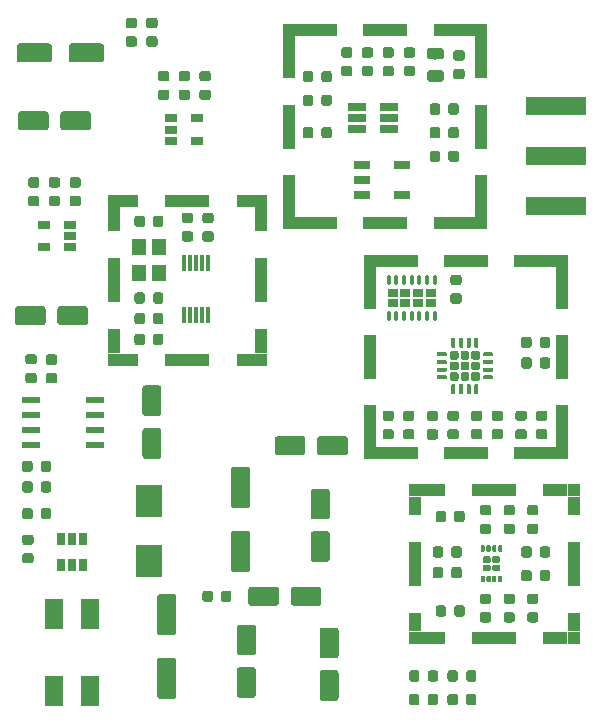
<source format=gtp>
G04 #@! TF.GenerationSoftware,KiCad,Pcbnew,(5.1.4)-1*
G04 #@! TF.CreationDate,2019-09-05T19:32:48+02:00*
G04 #@! TF.ProjectId,rf-receiver,72662d72-6563-4656-9976-65722e6b6963,rev?*
G04 #@! TF.SameCoordinates,Original*
G04 #@! TF.FileFunction,Paste,Top*
G04 #@! TF.FilePolarity,Positive*
%FSLAX46Y46*%
G04 Gerber Fmt 4.6, Leading zero omitted, Abs format (unit mm)*
G04 Created by KiCad (PCBNEW (5.1.4)-1) date 2019-09-05 19:32:48*
%MOMM*%
%LPD*%
G04 APERTURE LIST*
%ADD10R,1.500000X2.500000*%
%ADD11C,0.100000*%
%ADD12C,1.600000*%
%ADD13C,0.875000*%
%ADD14R,2.200000X2.700000*%
%ADD15R,0.850000X0.660000*%
%ADD16O,0.350000X0.850000*%
%ADD17R,1.000000X2.130000*%
%ADD18R,1.000000X3.800000*%
%ADD19R,1.650000X1.000000*%
%ADD20R,3.800000X1.000000*%
%ADD21R,1.000000X1.000000*%
%ADD22R,2.130000X1.000000*%
%ADD23R,1.000000X1.650000*%
%ADD24R,1.000000X3.550000*%
%ADD25R,3.550000X1.000000*%
%ADD26C,0.350000*%
%ADD27C,0.730000*%
%ADD28C,0.560000*%
%ADD29R,1.200000X1.400000*%
%ADD30R,1.060000X0.650000*%
%ADD31R,0.300000X1.450000*%
%ADD32R,0.650000X1.060000*%
%ADD33R,1.550000X0.600000*%
%ADD34C,0.975000*%
%ADD35R,5.080000X1.500000*%
%ADD36R,1.560000X0.650000*%
%ADD37R,1.400000X0.760000*%
G04 APERTURE END LIST*
D10*
X86250000Y-116000000D03*
X89250000Y-116000000D03*
X86250000Y-109500000D03*
X89250000Y-109500000D03*
D11*
G36*
X95074504Y-93751204D02*
G01*
X95098773Y-93754804D01*
X95122571Y-93760765D01*
X95145671Y-93769030D01*
X95167849Y-93779520D01*
X95188893Y-93792133D01*
X95208598Y-93806747D01*
X95226777Y-93823223D01*
X95243253Y-93841402D01*
X95257867Y-93861107D01*
X95270480Y-93882151D01*
X95280970Y-93904329D01*
X95289235Y-93927429D01*
X95295196Y-93951227D01*
X95298796Y-93975496D01*
X95300000Y-94000000D01*
X95300000Y-96100000D01*
X95298796Y-96124504D01*
X95295196Y-96148773D01*
X95289235Y-96172571D01*
X95280970Y-96195671D01*
X95270480Y-96217849D01*
X95257867Y-96238893D01*
X95243253Y-96258598D01*
X95226777Y-96276777D01*
X95208598Y-96293253D01*
X95188893Y-96307867D01*
X95167849Y-96320480D01*
X95145671Y-96330970D01*
X95122571Y-96339235D01*
X95098773Y-96345196D01*
X95074504Y-96348796D01*
X95050000Y-96350000D01*
X93950000Y-96350000D01*
X93925496Y-96348796D01*
X93901227Y-96345196D01*
X93877429Y-96339235D01*
X93854329Y-96330970D01*
X93832151Y-96320480D01*
X93811107Y-96307867D01*
X93791402Y-96293253D01*
X93773223Y-96276777D01*
X93756747Y-96258598D01*
X93742133Y-96238893D01*
X93729520Y-96217849D01*
X93719030Y-96195671D01*
X93710765Y-96172571D01*
X93704804Y-96148773D01*
X93701204Y-96124504D01*
X93700000Y-96100000D01*
X93700000Y-94000000D01*
X93701204Y-93975496D01*
X93704804Y-93951227D01*
X93710765Y-93927429D01*
X93719030Y-93904329D01*
X93729520Y-93882151D01*
X93742133Y-93861107D01*
X93756747Y-93841402D01*
X93773223Y-93823223D01*
X93791402Y-93806747D01*
X93811107Y-93792133D01*
X93832151Y-93779520D01*
X93854329Y-93769030D01*
X93877429Y-93760765D01*
X93901227Y-93754804D01*
X93925496Y-93751204D01*
X93950000Y-93750000D01*
X95050000Y-93750000D01*
X95074504Y-93751204D01*
X95074504Y-93751204D01*
G37*
D12*
X94500000Y-95050000D03*
D11*
G36*
X95074504Y-90151204D02*
G01*
X95098773Y-90154804D01*
X95122571Y-90160765D01*
X95145671Y-90169030D01*
X95167849Y-90179520D01*
X95188893Y-90192133D01*
X95208598Y-90206747D01*
X95226777Y-90223223D01*
X95243253Y-90241402D01*
X95257867Y-90261107D01*
X95270480Y-90282151D01*
X95280970Y-90304329D01*
X95289235Y-90327429D01*
X95295196Y-90351227D01*
X95298796Y-90375496D01*
X95300000Y-90400000D01*
X95300000Y-92500000D01*
X95298796Y-92524504D01*
X95295196Y-92548773D01*
X95289235Y-92572571D01*
X95280970Y-92595671D01*
X95270480Y-92617849D01*
X95257867Y-92638893D01*
X95243253Y-92658598D01*
X95226777Y-92676777D01*
X95208598Y-92693253D01*
X95188893Y-92707867D01*
X95167849Y-92720480D01*
X95145671Y-92730970D01*
X95122571Y-92739235D01*
X95098773Y-92745196D01*
X95074504Y-92748796D01*
X95050000Y-92750000D01*
X93950000Y-92750000D01*
X93925496Y-92748796D01*
X93901227Y-92745196D01*
X93877429Y-92739235D01*
X93854329Y-92730970D01*
X93832151Y-92720480D01*
X93811107Y-92707867D01*
X93791402Y-92693253D01*
X93773223Y-92676777D01*
X93756747Y-92658598D01*
X93742133Y-92638893D01*
X93729520Y-92617849D01*
X93719030Y-92595671D01*
X93710765Y-92572571D01*
X93704804Y-92548773D01*
X93701204Y-92524504D01*
X93700000Y-92500000D01*
X93700000Y-90400000D01*
X93701204Y-90375496D01*
X93704804Y-90351227D01*
X93710765Y-90327429D01*
X93719030Y-90304329D01*
X93729520Y-90282151D01*
X93742133Y-90261107D01*
X93756747Y-90241402D01*
X93773223Y-90223223D01*
X93791402Y-90206747D01*
X93811107Y-90192133D01*
X93832151Y-90179520D01*
X93854329Y-90169030D01*
X93877429Y-90160765D01*
X93901227Y-90154804D01*
X93925496Y-90151204D01*
X93950000Y-90150000D01*
X95050000Y-90150000D01*
X95074504Y-90151204D01*
X95074504Y-90151204D01*
G37*
D12*
X94500000Y-91450000D03*
D11*
G36*
X85524504Y-66951204D02*
G01*
X85548773Y-66954804D01*
X85572571Y-66960765D01*
X85595671Y-66969030D01*
X85617849Y-66979520D01*
X85638893Y-66992133D01*
X85658598Y-67006747D01*
X85676777Y-67023223D01*
X85693253Y-67041402D01*
X85707867Y-67061107D01*
X85720480Y-67082151D01*
X85730970Y-67104329D01*
X85739235Y-67127429D01*
X85745196Y-67151227D01*
X85748796Y-67175496D01*
X85750000Y-67200000D01*
X85750000Y-68300000D01*
X85748796Y-68324504D01*
X85745196Y-68348773D01*
X85739235Y-68372571D01*
X85730970Y-68395671D01*
X85720480Y-68417849D01*
X85707867Y-68438893D01*
X85693253Y-68458598D01*
X85676777Y-68476777D01*
X85658598Y-68493253D01*
X85638893Y-68507867D01*
X85617849Y-68520480D01*
X85595671Y-68530970D01*
X85572571Y-68539235D01*
X85548773Y-68545196D01*
X85524504Y-68548796D01*
X85500000Y-68550000D01*
X83400000Y-68550000D01*
X83375496Y-68548796D01*
X83351227Y-68545196D01*
X83327429Y-68539235D01*
X83304329Y-68530970D01*
X83282151Y-68520480D01*
X83261107Y-68507867D01*
X83241402Y-68493253D01*
X83223223Y-68476777D01*
X83206747Y-68458598D01*
X83192133Y-68438893D01*
X83179520Y-68417849D01*
X83169030Y-68395671D01*
X83160765Y-68372571D01*
X83154804Y-68348773D01*
X83151204Y-68324504D01*
X83150000Y-68300000D01*
X83150000Y-67200000D01*
X83151204Y-67175496D01*
X83154804Y-67151227D01*
X83160765Y-67127429D01*
X83169030Y-67104329D01*
X83179520Y-67082151D01*
X83192133Y-67061107D01*
X83206747Y-67041402D01*
X83223223Y-67023223D01*
X83241402Y-67006747D01*
X83261107Y-66992133D01*
X83282151Y-66979520D01*
X83304329Y-66969030D01*
X83327429Y-66960765D01*
X83351227Y-66954804D01*
X83375496Y-66951204D01*
X83400000Y-66950000D01*
X85500000Y-66950000D01*
X85524504Y-66951204D01*
X85524504Y-66951204D01*
G37*
D12*
X84450000Y-67750000D03*
D11*
G36*
X89124504Y-66951204D02*
G01*
X89148773Y-66954804D01*
X89172571Y-66960765D01*
X89195671Y-66969030D01*
X89217849Y-66979520D01*
X89238893Y-66992133D01*
X89258598Y-67006747D01*
X89276777Y-67023223D01*
X89293253Y-67041402D01*
X89307867Y-67061107D01*
X89320480Y-67082151D01*
X89330970Y-67104329D01*
X89339235Y-67127429D01*
X89345196Y-67151227D01*
X89348796Y-67175496D01*
X89350000Y-67200000D01*
X89350000Y-68300000D01*
X89348796Y-68324504D01*
X89345196Y-68348773D01*
X89339235Y-68372571D01*
X89330970Y-68395671D01*
X89320480Y-68417849D01*
X89307867Y-68438893D01*
X89293253Y-68458598D01*
X89276777Y-68476777D01*
X89258598Y-68493253D01*
X89238893Y-68507867D01*
X89217849Y-68520480D01*
X89195671Y-68530970D01*
X89172571Y-68539235D01*
X89148773Y-68545196D01*
X89124504Y-68548796D01*
X89100000Y-68550000D01*
X87000000Y-68550000D01*
X86975496Y-68548796D01*
X86951227Y-68545196D01*
X86927429Y-68539235D01*
X86904329Y-68530970D01*
X86882151Y-68520480D01*
X86861107Y-68507867D01*
X86841402Y-68493253D01*
X86823223Y-68476777D01*
X86806747Y-68458598D01*
X86792133Y-68438893D01*
X86779520Y-68417849D01*
X86769030Y-68395671D01*
X86760765Y-68372571D01*
X86754804Y-68348773D01*
X86751204Y-68324504D01*
X86750000Y-68300000D01*
X86750000Y-67200000D01*
X86751204Y-67175496D01*
X86754804Y-67151227D01*
X86760765Y-67127429D01*
X86769030Y-67104329D01*
X86779520Y-67082151D01*
X86792133Y-67061107D01*
X86806747Y-67041402D01*
X86823223Y-67023223D01*
X86841402Y-67006747D01*
X86861107Y-66992133D01*
X86882151Y-66979520D01*
X86904329Y-66969030D01*
X86927429Y-66960765D01*
X86951227Y-66954804D01*
X86975496Y-66951204D01*
X87000000Y-66950000D01*
X89100000Y-66950000D01*
X89124504Y-66951204D01*
X89124504Y-66951204D01*
G37*
D12*
X88050000Y-67750000D03*
D11*
G36*
X85274504Y-83451204D02*
G01*
X85298773Y-83454804D01*
X85322571Y-83460765D01*
X85345671Y-83469030D01*
X85367849Y-83479520D01*
X85388893Y-83492133D01*
X85408598Y-83506747D01*
X85426777Y-83523223D01*
X85443253Y-83541402D01*
X85457867Y-83561107D01*
X85470480Y-83582151D01*
X85480970Y-83604329D01*
X85489235Y-83627429D01*
X85495196Y-83651227D01*
X85498796Y-83675496D01*
X85500000Y-83700000D01*
X85500000Y-84800000D01*
X85498796Y-84824504D01*
X85495196Y-84848773D01*
X85489235Y-84872571D01*
X85480970Y-84895671D01*
X85470480Y-84917849D01*
X85457867Y-84938893D01*
X85443253Y-84958598D01*
X85426777Y-84976777D01*
X85408598Y-84993253D01*
X85388893Y-85007867D01*
X85367849Y-85020480D01*
X85345671Y-85030970D01*
X85322571Y-85039235D01*
X85298773Y-85045196D01*
X85274504Y-85048796D01*
X85250000Y-85050000D01*
X83150000Y-85050000D01*
X83125496Y-85048796D01*
X83101227Y-85045196D01*
X83077429Y-85039235D01*
X83054329Y-85030970D01*
X83032151Y-85020480D01*
X83011107Y-85007867D01*
X82991402Y-84993253D01*
X82973223Y-84976777D01*
X82956747Y-84958598D01*
X82942133Y-84938893D01*
X82929520Y-84917849D01*
X82919030Y-84895671D01*
X82910765Y-84872571D01*
X82904804Y-84848773D01*
X82901204Y-84824504D01*
X82900000Y-84800000D01*
X82900000Y-83700000D01*
X82901204Y-83675496D01*
X82904804Y-83651227D01*
X82910765Y-83627429D01*
X82919030Y-83604329D01*
X82929520Y-83582151D01*
X82942133Y-83561107D01*
X82956747Y-83541402D01*
X82973223Y-83523223D01*
X82991402Y-83506747D01*
X83011107Y-83492133D01*
X83032151Y-83479520D01*
X83054329Y-83469030D01*
X83077429Y-83460765D01*
X83101227Y-83454804D01*
X83125496Y-83451204D01*
X83150000Y-83450000D01*
X85250000Y-83450000D01*
X85274504Y-83451204D01*
X85274504Y-83451204D01*
G37*
D12*
X84200000Y-84250000D03*
D11*
G36*
X88874504Y-83451204D02*
G01*
X88898773Y-83454804D01*
X88922571Y-83460765D01*
X88945671Y-83469030D01*
X88967849Y-83479520D01*
X88988893Y-83492133D01*
X89008598Y-83506747D01*
X89026777Y-83523223D01*
X89043253Y-83541402D01*
X89057867Y-83561107D01*
X89070480Y-83582151D01*
X89080970Y-83604329D01*
X89089235Y-83627429D01*
X89095196Y-83651227D01*
X89098796Y-83675496D01*
X89100000Y-83700000D01*
X89100000Y-84800000D01*
X89098796Y-84824504D01*
X89095196Y-84848773D01*
X89089235Y-84872571D01*
X89080970Y-84895671D01*
X89070480Y-84917849D01*
X89057867Y-84938893D01*
X89043253Y-84958598D01*
X89026777Y-84976777D01*
X89008598Y-84993253D01*
X88988893Y-85007867D01*
X88967849Y-85020480D01*
X88945671Y-85030970D01*
X88922571Y-85039235D01*
X88898773Y-85045196D01*
X88874504Y-85048796D01*
X88850000Y-85050000D01*
X86750000Y-85050000D01*
X86725496Y-85048796D01*
X86701227Y-85045196D01*
X86677429Y-85039235D01*
X86654329Y-85030970D01*
X86632151Y-85020480D01*
X86611107Y-85007867D01*
X86591402Y-84993253D01*
X86573223Y-84976777D01*
X86556747Y-84958598D01*
X86542133Y-84938893D01*
X86529520Y-84917849D01*
X86519030Y-84895671D01*
X86510765Y-84872571D01*
X86504804Y-84848773D01*
X86501204Y-84824504D01*
X86500000Y-84800000D01*
X86500000Y-83700000D01*
X86501204Y-83675496D01*
X86504804Y-83651227D01*
X86510765Y-83627429D01*
X86519030Y-83604329D01*
X86529520Y-83582151D01*
X86542133Y-83561107D01*
X86556747Y-83541402D01*
X86573223Y-83523223D01*
X86591402Y-83506747D01*
X86611107Y-83492133D01*
X86632151Y-83479520D01*
X86654329Y-83469030D01*
X86677429Y-83460765D01*
X86701227Y-83454804D01*
X86725496Y-83451204D01*
X86750000Y-83450000D01*
X88850000Y-83450000D01*
X88874504Y-83451204D01*
X88874504Y-83451204D01*
G37*
D12*
X87800000Y-84250000D03*
D11*
G36*
X108624504Y-107201204D02*
G01*
X108648773Y-107204804D01*
X108672571Y-107210765D01*
X108695671Y-107219030D01*
X108717849Y-107229520D01*
X108738893Y-107242133D01*
X108758598Y-107256747D01*
X108776777Y-107273223D01*
X108793253Y-107291402D01*
X108807867Y-107311107D01*
X108820480Y-107332151D01*
X108830970Y-107354329D01*
X108839235Y-107377429D01*
X108845196Y-107401227D01*
X108848796Y-107425496D01*
X108850000Y-107450000D01*
X108850000Y-108550000D01*
X108848796Y-108574504D01*
X108845196Y-108598773D01*
X108839235Y-108622571D01*
X108830970Y-108645671D01*
X108820480Y-108667849D01*
X108807867Y-108688893D01*
X108793253Y-108708598D01*
X108776777Y-108726777D01*
X108758598Y-108743253D01*
X108738893Y-108757867D01*
X108717849Y-108770480D01*
X108695671Y-108780970D01*
X108672571Y-108789235D01*
X108648773Y-108795196D01*
X108624504Y-108798796D01*
X108600000Y-108800000D01*
X106500000Y-108800000D01*
X106475496Y-108798796D01*
X106451227Y-108795196D01*
X106427429Y-108789235D01*
X106404329Y-108780970D01*
X106382151Y-108770480D01*
X106361107Y-108757867D01*
X106341402Y-108743253D01*
X106323223Y-108726777D01*
X106306747Y-108708598D01*
X106292133Y-108688893D01*
X106279520Y-108667849D01*
X106269030Y-108645671D01*
X106260765Y-108622571D01*
X106254804Y-108598773D01*
X106251204Y-108574504D01*
X106250000Y-108550000D01*
X106250000Y-107450000D01*
X106251204Y-107425496D01*
X106254804Y-107401227D01*
X106260765Y-107377429D01*
X106269030Y-107354329D01*
X106279520Y-107332151D01*
X106292133Y-107311107D01*
X106306747Y-107291402D01*
X106323223Y-107273223D01*
X106341402Y-107256747D01*
X106361107Y-107242133D01*
X106382151Y-107229520D01*
X106404329Y-107219030D01*
X106427429Y-107210765D01*
X106451227Y-107204804D01*
X106475496Y-107201204D01*
X106500000Y-107200000D01*
X108600000Y-107200000D01*
X108624504Y-107201204D01*
X108624504Y-107201204D01*
G37*
D12*
X107550000Y-108000000D03*
D11*
G36*
X105024504Y-107201204D02*
G01*
X105048773Y-107204804D01*
X105072571Y-107210765D01*
X105095671Y-107219030D01*
X105117849Y-107229520D01*
X105138893Y-107242133D01*
X105158598Y-107256747D01*
X105176777Y-107273223D01*
X105193253Y-107291402D01*
X105207867Y-107311107D01*
X105220480Y-107332151D01*
X105230970Y-107354329D01*
X105239235Y-107377429D01*
X105245196Y-107401227D01*
X105248796Y-107425496D01*
X105250000Y-107450000D01*
X105250000Y-108550000D01*
X105248796Y-108574504D01*
X105245196Y-108598773D01*
X105239235Y-108622571D01*
X105230970Y-108645671D01*
X105220480Y-108667849D01*
X105207867Y-108688893D01*
X105193253Y-108708598D01*
X105176777Y-108726777D01*
X105158598Y-108743253D01*
X105138893Y-108757867D01*
X105117849Y-108770480D01*
X105095671Y-108780970D01*
X105072571Y-108789235D01*
X105048773Y-108795196D01*
X105024504Y-108798796D01*
X105000000Y-108800000D01*
X102900000Y-108800000D01*
X102875496Y-108798796D01*
X102851227Y-108795196D01*
X102827429Y-108789235D01*
X102804329Y-108780970D01*
X102782151Y-108770480D01*
X102761107Y-108757867D01*
X102741402Y-108743253D01*
X102723223Y-108726777D01*
X102706747Y-108708598D01*
X102692133Y-108688893D01*
X102679520Y-108667849D01*
X102669030Y-108645671D01*
X102660765Y-108622571D01*
X102654804Y-108598773D01*
X102651204Y-108574504D01*
X102650000Y-108550000D01*
X102650000Y-107450000D01*
X102651204Y-107425496D01*
X102654804Y-107401227D01*
X102660765Y-107377429D01*
X102669030Y-107354329D01*
X102679520Y-107332151D01*
X102692133Y-107311107D01*
X102706747Y-107291402D01*
X102723223Y-107273223D01*
X102741402Y-107256747D01*
X102761107Y-107242133D01*
X102782151Y-107229520D01*
X102804329Y-107219030D01*
X102827429Y-107210765D01*
X102851227Y-107204804D01*
X102875496Y-107201204D01*
X102900000Y-107200000D01*
X105000000Y-107200000D01*
X105024504Y-107201204D01*
X105024504Y-107201204D01*
G37*
D12*
X103950000Y-108000000D03*
D11*
G36*
X110074504Y-114251204D02*
G01*
X110098773Y-114254804D01*
X110122571Y-114260765D01*
X110145671Y-114269030D01*
X110167849Y-114279520D01*
X110188893Y-114292133D01*
X110208598Y-114306747D01*
X110226777Y-114323223D01*
X110243253Y-114341402D01*
X110257867Y-114361107D01*
X110270480Y-114382151D01*
X110280970Y-114404329D01*
X110289235Y-114427429D01*
X110295196Y-114451227D01*
X110298796Y-114475496D01*
X110300000Y-114500000D01*
X110300000Y-116600000D01*
X110298796Y-116624504D01*
X110295196Y-116648773D01*
X110289235Y-116672571D01*
X110280970Y-116695671D01*
X110270480Y-116717849D01*
X110257867Y-116738893D01*
X110243253Y-116758598D01*
X110226777Y-116776777D01*
X110208598Y-116793253D01*
X110188893Y-116807867D01*
X110167849Y-116820480D01*
X110145671Y-116830970D01*
X110122571Y-116839235D01*
X110098773Y-116845196D01*
X110074504Y-116848796D01*
X110050000Y-116850000D01*
X108950000Y-116850000D01*
X108925496Y-116848796D01*
X108901227Y-116845196D01*
X108877429Y-116839235D01*
X108854329Y-116830970D01*
X108832151Y-116820480D01*
X108811107Y-116807867D01*
X108791402Y-116793253D01*
X108773223Y-116776777D01*
X108756747Y-116758598D01*
X108742133Y-116738893D01*
X108729520Y-116717849D01*
X108719030Y-116695671D01*
X108710765Y-116672571D01*
X108704804Y-116648773D01*
X108701204Y-116624504D01*
X108700000Y-116600000D01*
X108700000Y-114500000D01*
X108701204Y-114475496D01*
X108704804Y-114451227D01*
X108710765Y-114427429D01*
X108719030Y-114404329D01*
X108729520Y-114382151D01*
X108742133Y-114361107D01*
X108756747Y-114341402D01*
X108773223Y-114323223D01*
X108791402Y-114306747D01*
X108811107Y-114292133D01*
X108832151Y-114279520D01*
X108854329Y-114269030D01*
X108877429Y-114260765D01*
X108901227Y-114254804D01*
X108925496Y-114251204D01*
X108950000Y-114250000D01*
X110050000Y-114250000D01*
X110074504Y-114251204D01*
X110074504Y-114251204D01*
G37*
D12*
X109500000Y-115550000D03*
D11*
G36*
X110074504Y-110651204D02*
G01*
X110098773Y-110654804D01*
X110122571Y-110660765D01*
X110145671Y-110669030D01*
X110167849Y-110679520D01*
X110188893Y-110692133D01*
X110208598Y-110706747D01*
X110226777Y-110723223D01*
X110243253Y-110741402D01*
X110257867Y-110761107D01*
X110270480Y-110782151D01*
X110280970Y-110804329D01*
X110289235Y-110827429D01*
X110295196Y-110851227D01*
X110298796Y-110875496D01*
X110300000Y-110900000D01*
X110300000Y-113000000D01*
X110298796Y-113024504D01*
X110295196Y-113048773D01*
X110289235Y-113072571D01*
X110280970Y-113095671D01*
X110270480Y-113117849D01*
X110257867Y-113138893D01*
X110243253Y-113158598D01*
X110226777Y-113176777D01*
X110208598Y-113193253D01*
X110188893Y-113207867D01*
X110167849Y-113220480D01*
X110145671Y-113230970D01*
X110122571Y-113239235D01*
X110098773Y-113245196D01*
X110074504Y-113248796D01*
X110050000Y-113250000D01*
X108950000Y-113250000D01*
X108925496Y-113248796D01*
X108901227Y-113245196D01*
X108877429Y-113239235D01*
X108854329Y-113230970D01*
X108832151Y-113220480D01*
X108811107Y-113207867D01*
X108791402Y-113193253D01*
X108773223Y-113176777D01*
X108756747Y-113158598D01*
X108742133Y-113138893D01*
X108729520Y-113117849D01*
X108719030Y-113095671D01*
X108710765Y-113072571D01*
X108704804Y-113048773D01*
X108701204Y-113024504D01*
X108700000Y-113000000D01*
X108700000Y-110900000D01*
X108701204Y-110875496D01*
X108704804Y-110851227D01*
X108710765Y-110827429D01*
X108719030Y-110804329D01*
X108729520Y-110782151D01*
X108742133Y-110761107D01*
X108756747Y-110741402D01*
X108773223Y-110723223D01*
X108791402Y-110706747D01*
X108811107Y-110692133D01*
X108832151Y-110679520D01*
X108854329Y-110669030D01*
X108877429Y-110660765D01*
X108901227Y-110654804D01*
X108925496Y-110651204D01*
X108950000Y-110650000D01*
X110050000Y-110650000D01*
X110074504Y-110651204D01*
X110074504Y-110651204D01*
G37*
D12*
X109500000Y-111950000D03*
D11*
G36*
X103074504Y-114001204D02*
G01*
X103098773Y-114004804D01*
X103122571Y-114010765D01*
X103145671Y-114019030D01*
X103167849Y-114029520D01*
X103188893Y-114042133D01*
X103208598Y-114056747D01*
X103226777Y-114073223D01*
X103243253Y-114091402D01*
X103257867Y-114111107D01*
X103270480Y-114132151D01*
X103280970Y-114154329D01*
X103289235Y-114177429D01*
X103295196Y-114201227D01*
X103298796Y-114225496D01*
X103300000Y-114250000D01*
X103300000Y-116350000D01*
X103298796Y-116374504D01*
X103295196Y-116398773D01*
X103289235Y-116422571D01*
X103280970Y-116445671D01*
X103270480Y-116467849D01*
X103257867Y-116488893D01*
X103243253Y-116508598D01*
X103226777Y-116526777D01*
X103208598Y-116543253D01*
X103188893Y-116557867D01*
X103167849Y-116570480D01*
X103145671Y-116580970D01*
X103122571Y-116589235D01*
X103098773Y-116595196D01*
X103074504Y-116598796D01*
X103050000Y-116600000D01*
X101950000Y-116600000D01*
X101925496Y-116598796D01*
X101901227Y-116595196D01*
X101877429Y-116589235D01*
X101854329Y-116580970D01*
X101832151Y-116570480D01*
X101811107Y-116557867D01*
X101791402Y-116543253D01*
X101773223Y-116526777D01*
X101756747Y-116508598D01*
X101742133Y-116488893D01*
X101729520Y-116467849D01*
X101719030Y-116445671D01*
X101710765Y-116422571D01*
X101704804Y-116398773D01*
X101701204Y-116374504D01*
X101700000Y-116350000D01*
X101700000Y-114250000D01*
X101701204Y-114225496D01*
X101704804Y-114201227D01*
X101710765Y-114177429D01*
X101719030Y-114154329D01*
X101729520Y-114132151D01*
X101742133Y-114111107D01*
X101756747Y-114091402D01*
X101773223Y-114073223D01*
X101791402Y-114056747D01*
X101811107Y-114042133D01*
X101832151Y-114029520D01*
X101854329Y-114019030D01*
X101877429Y-114010765D01*
X101901227Y-114004804D01*
X101925496Y-114001204D01*
X101950000Y-114000000D01*
X103050000Y-114000000D01*
X103074504Y-114001204D01*
X103074504Y-114001204D01*
G37*
D12*
X102500000Y-115300000D03*
D11*
G36*
X103074504Y-110401204D02*
G01*
X103098773Y-110404804D01*
X103122571Y-110410765D01*
X103145671Y-110419030D01*
X103167849Y-110429520D01*
X103188893Y-110442133D01*
X103208598Y-110456747D01*
X103226777Y-110473223D01*
X103243253Y-110491402D01*
X103257867Y-110511107D01*
X103270480Y-110532151D01*
X103280970Y-110554329D01*
X103289235Y-110577429D01*
X103295196Y-110601227D01*
X103298796Y-110625496D01*
X103300000Y-110650000D01*
X103300000Y-112750000D01*
X103298796Y-112774504D01*
X103295196Y-112798773D01*
X103289235Y-112822571D01*
X103280970Y-112845671D01*
X103270480Y-112867849D01*
X103257867Y-112888893D01*
X103243253Y-112908598D01*
X103226777Y-112926777D01*
X103208598Y-112943253D01*
X103188893Y-112957867D01*
X103167849Y-112970480D01*
X103145671Y-112980970D01*
X103122571Y-112989235D01*
X103098773Y-112995196D01*
X103074504Y-112998796D01*
X103050000Y-113000000D01*
X101950000Y-113000000D01*
X101925496Y-112998796D01*
X101901227Y-112995196D01*
X101877429Y-112989235D01*
X101854329Y-112980970D01*
X101832151Y-112970480D01*
X101811107Y-112957867D01*
X101791402Y-112943253D01*
X101773223Y-112926777D01*
X101756747Y-112908598D01*
X101742133Y-112888893D01*
X101729520Y-112867849D01*
X101719030Y-112845671D01*
X101710765Y-112822571D01*
X101704804Y-112798773D01*
X101701204Y-112774504D01*
X101700000Y-112750000D01*
X101700000Y-110650000D01*
X101701204Y-110625496D01*
X101704804Y-110601227D01*
X101710765Y-110577429D01*
X101719030Y-110554329D01*
X101729520Y-110532151D01*
X101742133Y-110511107D01*
X101756747Y-110491402D01*
X101773223Y-110473223D01*
X101791402Y-110456747D01*
X101811107Y-110442133D01*
X101832151Y-110429520D01*
X101854329Y-110419030D01*
X101877429Y-110410765D01*
X101901227Y-110404804D01*
X101925496Y-110401204D01*
X101950000Y-110400000D01*
X103050000Y-110400000D01*
X103074504Y-110401204D01*
X103074504Y-110401204D01*
G37*
D12*
X102500000Y-111700000D03*
D11*
G36*
X126452691Y-105776053D02*
G01*
X126473926Y-105779203D01*
X126494750Y-105784419D01*
X126514962Y-105791651D01*
X126534368Y-105800830D01*
X126552781Y-105811866D01*
X126570024Y-105824654D01*
X126585930Y-105839070D01*
X126600346Y-105854976D01*
X126613134Y-105872219D01*
X126624170Y-105890632D01*
X126633349Y-105910038D01*
X126640581Y-105930250D01*
X126645797Y-105951074D01*
X126648947Y-105972309D01*
X126650000Y-105993750D01*
X126650000Y-106506250D01*
X126648947Y-106527691D01*
X126645797Y-106548926D01*
X126640581Y-106569750D01*
X126633349Y-106589962D01*
X126624170Y-106609368D01*
X126613134Y-106627781D01*
X126600346Y-106645024D01*
X126585930Y-106660930D01*
X126570024Y-106675346D01*
X126552781Y-106688134D01*
X126534368Y-106699170D01*
X126514962Y-106708349D01*
X126494750Y-106715581D01*
X126473926Y-106720797D01*
X126452691Y-106723947D01*
X126431250Y-106725000D01*
X125993750Y-106725000D01*
X125972309Y-106723947D01*
X125951074Y-106720797D01*
X125930250Y-106715581D01*
X125910038Y-106708349D01*
X125890632Y-106699170D01*
X125872219Y-106688134D01*
X125854976Y-106675346D01*
X125839070Y-106660930D01*
X125824654Y-106645024D01*
X125811866Y-106627781D01*
X125800830Y-106609368D01*
X125791651Y-106589962D01*
X125784419Y-106569750D01*
X125779203Y-106548926D01*
X125776053Y-106527691D01*
X125775000Y-106506250D01*
X125775000Y-105993750D01*
X125776053Y-105972309D01*
X125779203Y-105951074D01*
X125784419Y-105930250D01*
X125791651Y-105910038D01*
X125800830Y-105890632D01*
X125811866Y-105872219D01*
X125824654Y-105854976D01*
X125839070Y-105839070D01*
X125854976Y-105824654D01*
X125872219Y-105811866D01*
X125890632Y-105800830D01*
X125910038Y-105791651D01*
X125930250Y-105784419D01*
X125951074Y-105779203D01*
X125972309Y-105776053D01*
X125993750Y-105775000D01*
X126431250Y-105775000D01*
X126452691Y-105776053D01*
X126452691Y-105776053D01*
G37*
D13*
X126212500Y-106250000D03*
D11*
G36*
X128027691Y-105776053D02*
G01*
X128048926Y-105779203D01*
X128069750Y-105784419D01*
X128089962Y-105791651D01*
X128109368Y-105800830D01*
X128127781Y-105811866D01*
X128145024Y-105824654D01*
X128160930Y-105839070D01*
X128175346Y-105854976D01*
X128188134Y-105872219D01*
X128199170Y-105890632D01*
X128208349Y-105910038D01*
X128215581Y-105930250D01*
X128220797Y-105951074D01*
X128223947Y-105972309D01*
X128225000Y-105993750D01*
X128225000Y-106506250D01*
X128223947Y-106527691D01*
X128220797Y-106548926D01*
X128215581Y-106569750D01*
X128208349Y-106589962D01*
X128199170Y-106609368D01*
X128188134Y-106627781D01*
X128175346Y-106645024D01*
X128160930Y-106660930D01*
X128145024Y-106675346D01*
X128127781Y-106688134D01*
X128109368Y-106699170D01*
X128089962Y-106708349D01*
X128069750Y-106715581D01*
X128048926Y-106720797D01*
X128027691Y-106723947D01*
X128006250Y-106725000D01*
X127568750Y-106725000D01*
X127547309Y-106723947D01*
X127526074Y-106720797D01*
X127505250Y-106715581D01*
X127485038Y-106708349D01*
X127465632Y-106699170D01*
X127447219Y-106688134D01*
X127429976Y-106675346D01*
X127414070Y-106660930D01*
X127399654Y-106645024D01*
X127386866Y-106627781D01*
X127375830Y-106609368D01*
X127366651Y-106589962D01*
X127359419Y-106569750D01*
X127354203Y-106548926D01*
X127351053Y-106527691D01*
X127350000Y-106506250D01*
X127350000Y-105993750D01*
X127351053Y-105972309D01*
X127354203Y-105951074D01*
X127359419Y-105930250D01*
X127366651Y-105910038D01*
X127375830Y-105890632D01*
X127386866Y-105872219D01*
X127399654Y-105854976D01*
X127414070Y-105839070D01*
X127429976Y-105824654D01*
X127447219Y-105811866D01*
X127465632Y-105800830D01*
X127485038Y-105791651D01*
X127505250Y-105784419D01*
X127526074Y-105779203D01*
X127547309Y-105776053D01*
X127568750Y-105775000D01*
X128006250Y-105775000D01*
X128027691Y-105776053D01*
X128027691Y-105776053D01*
G37*
D13*
X127787500Y-106250000D03*
D11*
G36*
X88277691Y-72526053D02*
G01*
X88298926Y-72529203D01*
X88319750Y-72534419D01*
X88339962Y-72541651D01*
X88359368Y-72550830D01*
X88377781Y-72561866D01*
X88395024Y-72574654D01*
X88410930Y-72589070D01*
X88425346Y-72604976D01*
X88438134Y-72622219D01*
X88449170Y-72640632D01*
X88458349Y-72660038D01*
X88465581Y-72680250D01*
X88470797Y-72701074D01*
X88473947Y-72722309D01*
X88475000Y-72743750D01*
X88475000Y-73181250D01*
X88473947Y-73202691D01*
X88470797Y-73223926D01*
X88465581Y-73244750D01*
X88458349Y-73264962D01*
X88449170Y-73284368D01*
X88438134Y-73302781D01*
X88425346Y-73320024D01*
X88410930Y-73335930D01*
X88395024Y-73350346D01*
X88377781Y-73363134D01*
X88359368Y-73374170D01*
X88339962Y-73383349D01*
X88319750Y-73390581D01*
X88298926Y-73395797D01*
X88277691Y-73398947D01*
X88256250Y-73400000D01*
X87743750Y-73400000D01*
X87722309Y-73398947D01*
X87701074Y-73395797D01*
X87680250Y-73390581D01*
X87660038Y-73383349D01*
X87640632Y-73374170D01*
X87622219Y-73363134D01*
X87604976Y-73350346D01*
X87589070Y-73335930D01*
X87574654Y-73320024D01*
X87561866Y-73302781D01*
X87550830Y-73284368D01*
X87541651Y-73264962D01*
X87534419Y-73244750D01*
X87529203Y-73223926D01*
X87526053Y-73202691D01*
X87525000Y-73181250D01*
X87525000Y-72743750D01*
X87526053Y-72722309D01*
X87529203Y-72701074D01*
X87534419Y-72680250D01*
X87541651Y-72660038D01*
X87550830Y-72640632D01*
X87561866Y-72622219D01*
X87574654Y-72604976D01*
X87589070Y-72589070D01*
X87604976Y-72574654D01*
X87622219Y-72561866D01*
X87640632Y-72550830D01*
X87660038Y-72541651D01*
X87680250Y-72534419D01*
X87701074Y-72529203D01*
X87722309Y-72526053D01*
X87743750Y-72525000D01*
X88256250Y-72525000D01*
X88277691Y-72526053D01*
X88277691Y-72526053D01*
G37*
D13*
X88000000Y-72962500D03*
D11*
G36*
X88277691Y-74101053D02*
G01*
X88298926Y-74104203D01*
X88319750Y-74109419D01*
X88339962Y-74116651D01*
X88359368Y-74125830D01*
X88377781Y-74136866D01*
X88395024Y-74149654D01*
X88410930Y-74164070D01*
X88425346Y-74179976D01*
X88438134Y-74197219D01*
X88449170Y-74215632D01*
X88458349Y-74235038D01*
X88465581Y-74255250D01*
X88470797Y-74276074D01*
X88473947Y-74297309D01*
X88475000Y-74318750D01*
X88475000Y-74756250D01*
X88473947Y-74777691D01*
X88470797Y-74798926D01*
X88465581Y-74819750D01*
X88458349Y-74839962D01*
X88449170Y-74859368D01*
X88438134Y-74877781D01*
X88425346Y-74895024D01*
X88410930Y-74910930D01*
X88395024Y-74925346D01*
X88377781Y-74938134D01*
X88359368Y-74949170D01*
X88339962Y-74958349D01*
X88319750Y-74965581D01*
X88298926Y-74970797D01*
X88277691Y-74973947D01*
X88256250Y-74975000D01*
X87743750Y-74975000D01*
X87722309Y-74973947D01*
X87701074Y-74970797D01*
X87680250Y-74965581D01*
X87660038Y-74958349D01*
X87640632Y-74949170D01*
X87622219Y-74938134D01*
X87604976Y-74925346D01*
X87589070Y-74910930D01*
X87574654Y-74895024D01*
X87561866Y-74877781D01*
X87550830Y-74859368D01*
X87541651Y-74839962D01*
X87534419Y-74819750D01*
X87529203Y-74798926D01*
X87526053Y-74777691D01*
X87525000Y-74756250D01*
X87525000Y-74318750D01*
X87526053Y-74297309D01*
X87529203Y-74276074D01*
X87534419Y-74255250D01*
X87541651Y-74235038D01*
X87550830Y-74215632D01*
X87561866Y-74197219D01*
X87574654Y-74179976D01*
X87589070Y-74164070D01*
X87604976Y-74149654D01*
X87622219Y-74136866D01*
X87640632Y-74125830D01*
X87660038Y-74116651D01*
X87680250Y-74109419D01*
X87701074Y-74104203D01*
X87722309Y-74101053D01*
X87743750Y-74100000D01*
X88256250Y-74100000D01*
X88277691Y-74101053D01*
X88277691Y-74101053D01*
G37*
D13*
X88000000Y-74537500D03*
D11*
G36*
X84777691Y-72526053D02*
G01*
X84798926Y-72529203D01*
X84819750Y-72534419D01*
X84839962Y-72541651D01*
X84859368Y-72550830D01*
X84877781Y-72561866D01*
X84895024Y-72574654D01*
X84910930Y-72589070D01*
X84925346Y-72604976D01*
X84938134Y-72622219D01*
X84949170Y-72640632D01*
X84958349Y-72660038D01*
X84965581Y-72680250D01*
X84970797Y-72701074D01*
X84973947Y-72722309D01*
X84975000Y-72743750D01*
X84975000Y-73181250D01*
X84973947Y-73202691D01*
X84970797Y-73223926D01*
X84965581Y-73244750D01*
X84958349Y-73264962D01*
X84949170Y-73284368D01*
X84938134Y-73302781D01*
X84925346Y-73320024D01*
X84910930Y-73335930D01*
X84895024Y-73350346D01*
X84877781Y-73363134D01*
X84859368Y-73374170D01*
X84839962Y-73383349D01*
X84819750Y-73390581D01*
X84798926Y-73395797D01*
X84777691Y-73398947D01*
X84756250Y-73400000D01*
X84243750Y-73400000D01*
X84222309Y-73398947D01*
X84201074Y-73395797D01*
X84180250Y-73390581D01*
X84160038Y-73383349D01*
X84140632Y-73374170D01*
X84122219Y-73363134D01*
X84104976Y-73350346D01*
X84089070Y-73335930D01*
X84074654Y-73320024D01*
X84061866Y-73302781D01*
X84050830Y-73284368D01*
X84041651Y-73264962D01*
X84034419Y-73244750D01*
X84029203Y-73223926D01*
X84026053Y-73202691D01*
X84025000Y-73181250D01*
X84025000Y-72743750D01*
X84026053Y-72722309D01*
X84029203Y-72701074D01*
X84034419Y-72680250D01*
X84041651Y-72660038D01*
X84050830Y-72640632D01*
X84061866Y-72622219D01*
X84074654Y-72604976D01*
X84089070Y-72589070D01*
X84104976Y-72574654D01*
X84122219Y-72561866D01*
X84140632Y-72550830D01*
X84160038Y-72541651D01*
X84180250Y-72534419D01*
X84201074Y-72529203D01*
X84222309Y-72526053D01*
X84243750Y-72525000D01*
X84756250Y-72525000D01*
X84777691Y-72526053D01*
X84777691Y-72526053D01*
G37*
D13*
X84500000Y-72962500D03*
D11*
G36*
X84777691Y-74101053D02*
G01*
X84798926Y-74104203D01*
X84819750Y-74109419D01*
X84839962Y-74116651D01*
X84859368Y-74125830D01*
X84877781Y-74136866D01*
X84895024Y-74149654D01*
X84910930Y-74164070D01*
X84925346Y-74179976D01*
X84938134Y-74197219D01*
X84949170Y-74215632D01*
X84958349Y-74235038D01*
X84965581Y-74255250D01*
X84970797Y-74276074D01*
X84973947Y-74297309D01*
X84975000Y-74318750D01*
X84975000Y-74756250D01*
X84973947Y-74777691D01*
X84970797Y-74798926D01*
X84965581Y-74819750D01*
X84958349Y-74839962D01*
X84949170Y-74859368D01*
X84938134Y-74877781D01*
X84925346Y-74895024D01*
X84910930Y-74910930D01*
X84895024Y-74925346D01*
X84877781Y-74938134D01*
X84859368Y-74949170D01*
X84839962Y-74958349D01*
X84819750Y-74965581D01*
X84798926Y-74970797D01*
X84777691Y-74973947D01*
X84756250Y-74975000D01*
X84243750Y-74975000D01*
X84222309Y-74973947D01*
X84201074Y-74970797D01*
X84180250Y-74965581D01*
X84160038Y-74958349D01*
X84140632Y-74949170D01*
X84122219Y-74938134D01*
X84104976Y-74925346D01*
X84089070Y-74910930D01*
X84074654Y-74895024D01*
X84061866Y-74877781D01*
X84050830Y-74859368D01*
X84041651Y-74839962D01*
X84034419Y-74819750D01*
X84029203Y-74798926D01*
X84026053Y-74777691D01*
X84025000Y-74756250D01*
X84025000Y-74318750D01*
X84026053Y-74297309D01*
X84029203Y-74276074D01*
X84034419Y-74255250D01*
X84041651Y-74235038D01*
X84050830Y-74215632D01*
X84061866Y-74197219D01*
X84074654Y-74179976D01*
X84089070Y-74164070D01*
X84104976Y-74149654D01*
X84122219Y-74136866D01*
X84140632Y-74125830D01*
X84160038Y-74116651D01*
X84180250Y-74109419D01*
X84201074Y-74104203D01*
X84222309Y-74101053D01*
X84243750Y-74100000D01*
X84756250Y-74100000D01*
X84777691Y-74101053D01*
X84777691Y-74101053D01*
G37*
D13*
X84500000Y-74537500D03*
D11*
G36*
X95777691Y-65101053D02*
G01*
X95798926Y-65104203D01*
X95819750Y-65109419D01*
X95839962Y-65116651D01*
X95859368Y-65125830D01*
X95877781Y-65136866D01*
X95895024Y-65149654D01*
X95910930Y-65164070D01*
X95925346Y-65179976D01*
X95938134Y-65197219D01*
X95949170Y-65215632D01*
X95958349Y-65235038D01*
X95965581Y-65255250D01*
X95970797Y-65276074D01*
X95973947Y-65297309D01*
X95975000Y-65318750D01*
X95975000Y-65756250D01*
X95973947Y-65777691D01*
X95970797Y-65798926D01*
X95965581Y-65819750D01*
X95958349Y-65839962D01*
X95949170Y-65859368D01*
X95938134Y-65877781D01*
X95925346Y-65895024D01*
X95910930Y-65910930D01*
X95895024Y-65925346D01*
X95877781Y-65938134D01*
X95859368Y-65949170D01*
X95839962Y-65958349D01*
X95819750Y-65965581D01*
X95798926Y-65970797D01*
X95777691Y-65973947D01*
X95756250Y-65975000D01*
X95243750Y-65975000D01*
X95222309Y-65973947D01*
X95201074Y-65970797D01*
X95180250Y-65965581D01*
X95160038Y-65958349D01*
X95140632Y-65949170D01*
X95122219Y-65938134D01*
X95104976Y-65925346D01*
X95089070Y-65910930D01*
X95074654Y-65895024D01*
X95061866Y-65877781D01*
X95050830Y-65859368D01*
X95041651Y-65839962D01*
X95034419Y-65819750D01*
X95029203Y-65798926D01*
X95026053Y-65777691D01*
X95025000Y-65756250D01*
X95025000Y-65318750D01*
X95026053Y-65297309D01*
X95029203Y-65276074D01*
X95034419Y-65255250D01*
X95041651Y-65235038D01*
X95050830Y-65215632D01*
X95061866Y-65197219D01*
X95074654Y-65179976D01*
X95089070Y-65164070D01*
X95104976Y-65149654D01*
X95122219Y-65136866D01*
X95140632Y-65125830D01*
X95160038Y-65116651D01*
X95180250Y-65109419D01*
X95201074Y-65104203D01*
X95222309Y-65101053D01*
X95243750Y-65100000D01*
X95756250Y-65100000D01*
X95777691Y-65101053D01*
X95777691Y-65101053D01*
G37*
D13*
X95500000Y-65537500D03*
D11*
G36*
X95777691Y-63526053D02*
G01*
X95798926Y-63529203D01*
X95819750Y-63534419D01*
X95839962Y-63541651D01*
X95859368Y-63550830D01*
X95877781Y-63561866D01*
X95895024Y-63574654D01*
X95910930Y-63589070D01*
X95925346Y-63604976D01*
X95938134Y-63622219D01*
X95949170Y-63640632D01*
X95958349Y-63660038D01*
X95965581Y-63680250D01*
X95970797Y-63701074D01*
X95973947Y-63722309D01*
X95975000Y-63743750D01*
X95975000Y-64181250D01*
X95973947Y-64202691D01*
X95970797Y-64223926D01*
X95965581Y-64244750D01*
X95958349Y-64264962D01*
X95949170Y-64284368D01*
X95938134Y-64302781D01*
X95925346Y-64320024D01*
X95910930Y-64335930D01*
X95895024Y-64350346D01*
X95877781Y-64363134D01*
X95859368Y-64374170D01*
X95839962Y-64383349D01*
X95819750Y-64390581D01*
X95798926Y-64395797D01*
X95777691Y-64398947D01*
X95756250Y-64400000D01*
X95243750Y-64400000D01*
X95222309Y-64398947D01*
X95201074Y-64395797D01*
X95180250Y-64390581D01*
X95160038Y-64383349D01*
X95140632Y-64374170D01*
X95122219Y-64363134D01*
X95104976Y-64350346D01*
X95089070Y-64335930D01*
X95074654Y-64320024D01*
X95061866Y-64302781D01*
X95050830Y-64284368D01*
X95041651Y-64264962D01*
X95034419Y-64244750D01*
X95029203Y-64223926D01*
X95026053Y-64202691D01*
X95025000Y-64181250D01*
X95025000Y-63743750D01*
X95026053Y-63722309D01*
X95029203Y-63701074D01*
X95034419Y-63680250D01*
X95041651Y-63660038D01*
X95050830Y-63640632D01*
X95061866Y-63622219D01*
X95074654Y-63604976D01*
X95089070Y-63589070D01*
X95104976Y-63574654D01*
X95122219Y-63561866D01*
X95140632Y-63550830D01*
X95160038Y-63541651D01*
X95180250Y-63534419D01*
X95201074Y-63529203D01*
X95222309Y-63526053D01*
X95243750Y-63525000D01*
X95756250Y-63525000D01*
X95777691Y-63526053D01*
X95777691Y-63526053D01*
G37*
D13*
X95500000Y-63962500D03*
D11*
G36*
X111277691Y-63101053D02*
G01*
X111298926Y-63104203D01*
X111319750Y-63109419D01*
X111339962Y-63116651D01*
X111359368Y-63125830D01*
X111377781Y-63136866D01*
X111395024Y-63149654D01*
X111410930Y-63164070D01*
X111425346Y-63179976D01*
X111438134Y-63197219D01*
X111449170Y-63215632D01*
X111458349Y-63235038D01*
X111465581Y-63255250D01*
X111470797Y-63276074D01*
X111473947Y-63297309D01*
X111475000Y-63318750D01*
X111475000Y-63756250D01*
X111473947Y-63777691D01*
X111470797Y-63798926D01*
X111465581Y-63819750D01*
X111458349Y-63839962D01*
X111449170Y-63859368D01*
X111438134Y-63877781D01*
X111425346Y-63895024D01*
X111410930Y-63910930D01*
X111395024Y-63925346D01*
X111377781Y-63938134D01*
X111359368Y-63949170D01*
X111339962Y-63958349D01*
X111319750Y-63965581D01*
X111298926Y-63970797D01*
X111277691Y-63973947D01*
X111256250Y-63975000D01*
X110743750Y-63975000D01*
X110722309Y-63973947D01*
X110701074Y-63970797D01*
X110680250Y-63965581D01*
X110660038Y-63958349D01*
X110640632Y-63949170D01*
X110622219Y-63938134D01*
X110604976Y-63925346D01*
X110589070Y-63910930D01*
X110574654Y-63895024D01*
X110561866Y-63877781D01*
X110550830Y-63859368D01*
X110541651Y-63839962D01*
X110534419Y-63819750D01*
X110529203Y-63798926D01*
X110526053Y-63777691D01*
X110525000Y-63756250D01*
X110525000Y-63318750D01*
X110526053Y-63297309D01*
X110529203Y-63276074D01*
X110534419Y-63255250D01*
X110541651Y-63235038D01*
X110550830Y-63215632D01*
X110561866Y-63197219D01*
X110574654Y-63179976D01*
X110589070Y-63164070D01*
X110604976Y-63149654D01*
X110622219Y-63136866D01*
X110640632Y-63125830D01*
X110660038Y-63116651D01*
X110680250Y-63109419D01*
X110701074Y-63104203D01*
X110722309Y-63101053D01*
X110743750Y-63100000D01*
X111256250Y-63100000D01*
X111277691Y-63101053D01*
X111277691Y-63101053D01*
G37*
D13*
X111000000Y-63537500D03*
D11*
G36*
X111277691Y-61526053D02*
G01*
X111298926Y-61529203D01*
X111319750Y-61534419D01*
X111339962Y-61541651D01*
X111359368Y-61550830D01*
X111377781Y-61561866D01*
X111395024Y-61574654D01*
X111410930Y-61589070D01*
X111425346Y-61604976D01*
X111438134Y-61622219D01*
X111449170Y-61640632D01*
X111458349Y-61660038D01*
X111465581Y-61680250D01*
X111470797Y-61701074D01*
X111473947Y-61722309D01*
X111475000Y-61743750D01*
X111475000Y-62181250D01*
X111473947Y-62202691D01*
X111470797Y-62223926D01*
X111465581Y-62244750D01*
X111458349Y-62264962D01*
X111449170Y-62284368D01*
X111438134Y-62302781D01*
X111425346Y-62320024D01*
X111410930Y-62335930D01*
X111395024Y-62350346D01*
X111377781Y-62363134D01*
X111359368Y-62374170D01*
X111339962Y-62383349D01*
X111319750Y-62390581D01*
X111298926Y-62395797D01*
X111277691Y-62398947D01*
X111256250Y-62400000D01*
X110743750Y-62400000D01*
X110722309Y-62398947D01*
X110701074Y-62395797D01*
X110680250Y-62390581D01*
X110660038Y-62383349D01*
X110640632Y-62374170D01*
X110622219Y-62363134D01*
X110604976Y-62350346D01*
X110589070Y-62335930D01*
X110574654Y-62320024D01*
X110561866Y-62302781D01*
X110550830Y-62284368D01*
X110541651Y-62264962D01*
X110534419Y-62244750D01*
X110529203Y-62223926D01*
X110526053Y-62202691D01*
X110525000Y-62181250D01*
X110525000Y-61743750D01*
X110526053Y-61722309D01*
X110529203Y-61701074D01*
X110534419Y-61680250D01*
X110541651Y-61660038D01*
X110550830Y-61640632D01*
X110561866Y-61622219D01*
X110574654Y-61604976D01*
X110589070Y-61589070D01*
X110604976Y-61574654D01*
X110622219Y-61561866D01*
X110640632Y-61550830D01*
X110660038Y-61541651D01*
X110680250Y-61534419D01*
X110701074Y-61529203D01*
X110722309Y-61526053D01*
X110743750Y-61525000D01*
X111256250Y-61525000D01*
X111277691Y-61526053D01*
X111277691Y-61526053D01*
G37*
D13*
X111000000Y-61962500D03*
D11*
G36*
X109527691Y-65526053D02*
G01*
X109548926Y-65529203D01*
X109569750Y-65534419D01*
X109589962Y-65541651D01*
X109609368Y-65550830D01*
X109627781Y-65561866D01*
X109645024Y-65574654D01*
X109660930Y-65589070D01*
X109675346Y-65604976D01*
X109688134Y-65622219D01*
X109699170Y-65640632D01*
X109708349Y-65660038D01*
X109715581Y-65680250D01*
X109720797Y-65701074D01*
X109723947Y-65722309D01*
X109725000Y-65743750D01*
X109725000Y-66256250D01*
X109723947Y-66277691D01*
X109720797Y-66298926D01*
X109715581Y-66319750D01*
X109708349Y-66339962D01*
X109699170Y-66359368D01*
X109688134Y-66377781D01*
X109675346Y-66395024D01*
X109660930Y-66410930D01*
X109645024Y-66425346D01*
X109627781Y-66438134D01*
X109609368Y-66449170D01*
X109589962Y-66458349D01*
X109569750Y-66465581D01*
X109548926Y-66470797D01*
X109527691Y-66473947D01*
X109506250Y-66475000D01*
X109068750Y-66475000D01*
X109047309Y-66473947D01*
X109026074Y-66470797D01*
X109005250Y-66465581D01*
X108985038Y-66458349D01*
X108965632Y-66449170D01*
X108947219Y-66438134D01*
X108929976Y-66425346D01*
X108914070Y-66410930D01*
X108899654Y-66395024D01*
X108886866Y-66377781D01*
X108875830Y-66359368D01*
X108866651Y-66339962D01*
X108859419Y-66319750D01*
X108854203Y-66298926D01*
X108851053Y-66277691D01*
X108850000Y-66256250D01*
X108850000Y-65743750D01*
X108851053Y-65722309D01*
X108854203Y-65701074D01*
X108859419Y-65680250D01*
X108866651Y-65660038D01*
X108875830Y-65640632D01*
X108886866Y-65622219D01*
X108899654Y-65604976D01*
X108914070Y-65589070D01*
X108929976Y-65574654D01*
X108947219Y-65561866D01*
X108965632Y-65550830D01*
X108985038Y-65541651D01*
X109005250Y-65534419D01*
X109026074Y-65529203D01*
X109047309Y-65526053D01*
X109068750Y-65525000D01*
X109506250Y-65525000D01*
X109527691Y-65526053D01*
X109527691Y-65526053D01*
G37*
D13*
X109287500Y-66000000D03*
D11*
G36*
X107952691Y-65526053D02*
G01*
X107973926Y-65529203D01*
X107994750Y-65534419D01*
X108014962Y-65541651D01*
X108034368Y-65550830D01*
X108052781Y-65561866D01*
X108070024Y-65574654D01*
X108085930Y-65589070D01*
X108100346Y-65604976D01*
X108113134Y-65622219D01*
X108124170Y-65640632D01*
X108133349Y-65660038D01*
X108140581Y-65680250D01*
X108145797Y-65701074D01*
X108148947Y-65722309D01*
X108150000Y-65743750D01*
X108150000Y-66256250D01*
X108148947Y-66277691D01*
X108145797Y-66298926D01*
X108140581Y-66319750D01*
X108133349Y-66339962D01*
X108124170Y-66359368D01*
X108113134Y-66377781D01*
X108100346Y-66395024D01*
X108085930Y-66410930D01*
X108070024Y-66425346D01*
X108052781Y-66438134D01*
X108034368Y-66449170D01*
X108014962Y-66458349D01*
X107994750Y-66465581D01*
X107973926Y-66470797D01*
X107952691Y-66473947D01*
X107931250Y-66475000D01*
X107493750Y-66475000D01*
X107472309Y-66473947D01*
X107451074Y-66470797D01*
X107430250Y-66465581D01*
X107410038Y-66458349D01*
X107390632Y-66449170D01*
X107372219Y-66438134D01*
X107354976Y-66425346D01*
X107339070Y-66410930D01*
X107324654Y-66395024D01*
X107311866Y-66377781D01*
X107300830Y-66359368D01*
X107291651Y-66339962D01*
X107284419Y-66319750D01*
X107279203Y-66298926D01*
X107276053Y-66277691D01*
X107275000Y-66256250D01*
X107275000Y-65743750D01*
X107276053Y-65722309D01*
X107279203Y-65701074D01*
X107284419Y-65680250D01*
X107291651Y-65660038D01*
X107300830Y-65640632D01*
X107311866Y-65622219D01*
X107324654Y-65604976D01*
X107339070Y-65589070D01*
X107354976Y-65574654D01*
X107372219Y-65561866D01*
X107390632Y-65550830D01*
X107410038Y-65541651D01*
X107430250Y-65534419D01*
X107451074Y-65529203D01*
X107472309Y-65526053D01*
X107493750Y-65525000D01*
X107931250Y-65525000D01*
X107952691Y-65526053D01*
X107952691Y-65526053D01*
G37*
D13*
X107712500Y-66000000D03*
D11*
G36*
X97527691Y-63526053D02*
G01*
X97548926Y-63529203D01*
X97569750Y-63534419D01*
X97589962Y-63541651D01*
X97609368Y-63550830D01*
X97627781Y-63561866D01*
X97645024Y-63574654D01*
X97660930Y-63589070D01*
X97675346Y-63604976D01*
X97688134Y-63622219D01*
X97699170Y-63640632D01*
X97708349Y-63660038D01*
X97715581Y-63680250D01*
X97720797Y-63701074D01*
X97723947Y-63722309D01*
X97725000Y-63743750D01*
X97725000Y-64181250D01*
X97723947Y-64202691D01*
X97720797Y-64223926D01*
X97715581Y-64244750D01*
X97708349Y-64264962D01*
X97699170Y-64284368D01*
X97688134Y-64302781D01*
X97675346Y-64320024D01*
X97660930Y-64335930D01*
X97645024Y-64350346D01*
X97627781Y-64363134D01*
X97609368Y-64374170D01*
X97589962Y-64383349D01*
X97569750Y-64390581D01*
X97548926Y-64395797D01*
X97527691Y-64398947D01*
X97506250Y-64400000D01*
X96993750Y-64400000D01*
X96972309Y-64398947D01*
X96951074Y-64395797D01*
X96930250Y-64390581D01*
X96910038Y-64383349D01*
X96890632Y-64374170D01*
X96872219Y-64363134D01*
X96854976Y-64350346D01*
X96839070Y-64335930D01*
X96824654Y-64320024D01*
X96811866Y-64302781D01*
X96800830Y-64284368D01*
X96791651Y-64264962D01*
X96784419Y-64244750D01*
X96779203Y-64223926D01*
X96776053Y-64202691D01*
X96775000Y-64181250D01*
X96775000Y-63743750D01*
X96776053Y-63722309D01*
X96779203Y-63701074D01*
X96784419Y-63680250D01*
X96791651Y-63660038D01*
X96800830Y-63640632D01*
X96811866Y-63622219D01*
X96824654Y-63604976D01*
X96839070Y-63589070D01*
X96854976Y-63574654D01*
X96872219Y-63561866D01*
X96890632Y-63550830D01*
X96910038Y-63541651D01*
X96930250Y-63534419D01*
X96951074Y-63529203D01*
X96972309Y-63526053D01*
X96993750Y-63525000D01*
X97506250Y-63525000D01*
X97527691Y-63526053D01*
X97527691Y-63526053D01*
G37*
D13*
X97250000Y-63962500D03*
D11*
G36*
X97527691Y-65101053D02*
G01*
X97548926Y-65104203D01*
X97569750Y-65109419D01*
X97589962Y-65116651D01*
X97609368Y-65125830D01*
X97627781Y-65136866D01*
X97645024Y-65149654D01*
X97660930Y-65164070D01*
X97675346Y-65179976D01*
X97688134Y-65197219D01*
X97699170Y-65215632D01*
X97708349Y-65235038D01*
X97715581Y-65255250D01*
X97720797Y-65276074D01*
X97723947Y-65297309D01*
X97725000Y-65318750D01*
X97725000Y-65756250D01*
X97723947Y-65777691D01*
X97720797Y-65798926D01*
X97715581Y-65819750D01*
X97708349Y-65839962D01*
X97699170Y-65859368D01*
X97688134Y-65877781D01*
X97675346Y-65895024D01*
X97660930Y-65910930D01*
X97645024Y-65925346D01*
X97627781Y-65938134D01*
X97609368Y-65949170D01*
X97589962Y-65958349D01*
X97569750Y-65965581D01*
X97548926Y-65970797D01*
X97527691Y-65973947D01*
X97506250Y-65975000D01*
X96993750Y-65975000D01*
X96972309Y-65973947D01*
X96951074Y-65970797D01*
X96930250Y-65965581D01*
X96910038Y-65958349D01*
X96890632Y-65949170D01*
X96872219Y-65938134D01*
X96854976Y-65925346D01*
X96839070Y-65910930D01*
X96824654Y-65895024D01*
X96811866Y-65877781D01*
X96800830Y-65859368D01*
X96791651Y-65839962D01*
X96784419Y-65819750D01*
X96779203Y-65798926D01*
X96776053Y-65777691D01*
X96775000Y-65756250D01*
X96775000Y-65318750D01*
X96776053Y-65297309D01*
X96779203Y-65276074D01*
X96784419Y-65255250D01*
X96791651Y-65235038D01*
X96800830Y-65215632D01*
X96811866Y-65197219D01*
X96824654Y-65179976D01*
X96839070Y-65164070D01*
X96854976Y-65149654D01*
X96872219Y-65136866D01*
X96890632Y-65125830D01*
X96910038Y-65116651D01*
X96930250Y-65109419D01*
X96951074Y-65104203D01*
X96972309Y-65101053D01*
X96993750Y-65100000D01*
X97506250Y-65100000D01*
X97527691Y-65101053D01*
X97527691Y-65101053D01*
G37*
D13*
X97250000Y-65537500D03*
D11*
G36*
X120527691Y-105526053D02*
G01*
X120548926Y-105529203D01*
X120569750Y-105534419D01*
X120589962Y-105541651D01*
X120609368Y-105550830D01*
X120627781Y-105561866D01*
X120645024Y-105574654D01*
X120660930Y-105589070D01*
X120675346Y-105604976D01*
X120688134Y-105622219D01*
X120699170Y-105640632D01*
X120708349Y-105660038D01*
X120715581Y-105680250D01*
X120720797Y-105701074D01*
X120723947Y-105722309D01*
X120725000Y-105743750D01*
X120725000Y-106256250D01*
X120723947Y-106277691D01*
X120720797Y-106298926D01*
X120715581Y-106319750D01*
X120708349Y-106339962D01*
X120699170Y-106359368D01*
X120688134Y-106377781D01*
X120675346Y-106395024D01*
X120660930Y-106410930D01*
X120645024Y-106425346D01*
X120627781Y-106438134D01*
X120609368Y-106449170D01*
X120589962Y-106458349D01*
X120569750Y-106465581D01*
X120548926Y-106470797D01*
X120527691Y-106473947D01*
X120506250Y-106475000D01*
X120068750Y-106475000D01*
X120047309Y-106473947D01*
X120026074Y-106470797D01*
X120005250Y-106465581D01*
X119985038Y-106458349D01*
X119965632Y-106449170D01*
X119947219Y-106438134D01*
X119929976Y-106425346D01*
X119914070Y-106410930D01*
X119899654Y-106395024D01*
X119886866Y-106377781D01*
X119875830Y-106359368D01*
X119866651Y-106339962D01*
X119859419Y-106319750D01*
X119854203Y-106298926D01*
X119851053Y-106277691D01*
X119850000Y-106256250D01*
X119850000Y-105743750D01*
X119851053Y-105722309D01*
X119854203Y-105701074D01*
X119859419Y-105680250D01*
X119866651Y-105660038D01*
X119875830Y-105640632D01*
X119886866Y-105622219D01*
X119899654Y-105604976D01*
X119914070Y-105589070D01*
X119929976Y-105574654D01*
X119947219Y-105561866D01*
X119965632Y-105550830D01*
X119985038Y-105541651D01*
X120005250Y-105534419D01*
X120026074Y-105529203D01*
X120047309Y-105526053D01*
X120068750Y-105525000D01*
X120506250Y-105525000D01*
X120527691Y-105526053D01*
X120527691Y-105526053D01*
G37*
D13*
X120287500Y-106000000D03*
D11*
G36*
X118952691Y-105526053D02*
G01*
X118973926Y-105529203D01*
X118994750Y-105534419D01*
X119014962Y-105541651D01*
X119034368Y-105550830D01*
X119052781Y-105561866D01*
X119070024Y-105574654D01*
X119085930Y-105589070D01*
X119100346Y-105604976D01*
X119113134Y-105622219D01*
X119124170Y-105640632D01*
X119133349Y-105660038D01*
X119140581Y-105680250D01*
X119145797Y-105701074D01*
X119148947Y-105722309D01*
X119150000Y-105743750D01*
X119150000Y-106256250D01*
X119148947Y-106277691D01*
X119145797Y-106298926D01*
X119140581Y-106319750D01*
X119133349Y-106339962D01*
X119124170Y-106359368D01*
X119113134Y-106377781D01*
X119100346Y-106395024D01*
X119085930Y-106410930D01*
X119070024Y-106425346D01*
X119052781Y-106438134D01*
X119034368Y-106449170D01*
X119014962Y-106458349D01*
X118994750Y-106465581D01*
X118973926Y-106470797D01*
X118952691Y-106473947D01*
X118931250Y-106475000D01*
X118493750Y-106475000D01*
X118472309Y-106473947D01*
X118451074Y-106470797D01*
X118430250Y-106465581D01*
X118410038Y-106458349D01*
X118390632Y-106449170D01*
X118372219Y-106438134D01*
X118354976Y-106425346D01*
X118339070Y-106410930D01*
X118324654Y-106395024D01*
X118311866Y-106377781D01*
X118300830Y-106359368D01*
X118291651Y-106339962D01*
X118284419Y-106319750D01*
X118279203Y-106298926D01*
X118276053Y-106277691D01*
X118275000Y-106256250D01*
X118275000Y-105743750D01*
X118276053Y-105722309D01*
X118279203Y-105701074D01*
X118284419Y-105680250D01*
X118291651Y-105660038D01*
X118300830Y-105640632D01*
X118311866Y-105622219D01*
X118324654Y-105604976D01*
X118339070Y-105589070D01*
X118354976Y-105574654D01*
X118372219Y-105561866D01*
X118390632Y-105550830D01*
X118410038Y-105541651D01*
X118430250Y-105534419D01*
X118451074Y-105529203D01*
X118472309Y-105526053D01*
X118493750Y-105525000D01*
X118931250Y-105525000D01*
X118952691Y-105526053D01*
X118952691Y-105526053D01*
G37*
D13*
X118712500Y-106000000D03*
D11*
G36*
X110874504Y-94451204D02*
G01*
X110898773Y-94454804D01*
X110922571Y-94460765D01*
X110945671Y-94469030D01*
X110967849Y-94479520D01*
X110988893Y-94492133D01*
X111008598Y-94506747D01*
X111026777Y-94523223D01*
X111043253Y-94541402D01*
X111057867Y-94561107D01*
X111070480Y-94582151D01*
X111080970Y-94604329D01*
X111089235Y-94627429D01*
X111095196Y-94651227D01*
X111098796Y-94675496D01*
X111100000Y-94700000D01*
X111100000Y-95800000D01*
X111098796Y-95824504D01*
X111095196Y-95848773D01*
X111089235Y-95872571D01*
X111080970Y-95895671D01*
X111070480Y-95917849D01*
X111057867Y-95938893D01*
X111043253Y-95958598D01*
X111026777Y-95976777D01*
X111008598Y-95993253D01*
X110988893Y-96007867D01*
X110967849Y-96020480D01*
X110945671Y-96030970D01*
X110922571Y-96039235D01*
X110898773Y-96045196D01*
X110874504Y-96048796D01*
X110850000Y-96050000D01*
X108750000Y-96050000D01*
X108725496Y-96048796D01*
X108701227Y-96045196D01*
X108677429Y-96039235D01*
X108654329Y-96030970D01*
X108632151Y-96020480D01*
X108611107Y-96007867D01*
X108591402Y-95993253D01*
X108573223Y-95976777D01*
X108556747Y-95958598D01*
X108542133Y-95938893D01*
X108529520Y-95917849D01*
X108519030Y-95895671D01*
X108510765Y-95872571D01*
X108504804Y-95848773D01*
X108501204Y-95824504D01*
X108500000Y-95800000D01*
X108500000Y-94700000D01*
X108501204Y-94675496D01*
X108504804Y-94651227D01*
X108510765Y-94627429D01*
X108519030Y-94604329D01*
X108529520Y-94582151D01*
X108542133Y-94561107D01*
X108556747Y-94541402D01*
X108573223Y-94523223D01*
X108591402Y-94506747D01*
X108611107Y-94492133D01*
X108632151Y-94479520D01*
X108654329Y-94469030D01*
X108677429Y-94460765D01*
X108701227Y-94454804D01*
X108725496Y-94451204D01*
X108750000Y-94450000D01*
X110850000Y-94450000D01*
X110874504Y-94451204D01*
X110874504Y-94451204D01*
G37*
D12*
X109800000Y-95250000D03*
D11*
G36*
X107274504Y-94451204D02*
G01*
X107298773Y-94454804D01*
X107322571Y-94460765D01*
X107345671Y-94469030D01*
X107367849Y-94479520D01*
X107388893Y-94492133D01*
X107408598Y-94506747D01*
X107426777Y-94523223D01*
X107443253Y-94541402D01*
X107457867Y-94561107D01*
X107470480Y-94582151D01*
X107480970Y-94604329D01*
X107489235Y-94627429D01*
X107495196Y-94651227D01*
X107498796Y-94675496D01*
X107500000Y-94700000D01*
X107500000Y-95800000D01*
X107498796Y-95824504D01*
X107495196Y-95848773D01*
X107489235Y-95872571D01*
X107480970Y-95895671D01*
X107470480Y-95917849D01*
X107457867Y-95938893D01*
X107443253Y-95958598D01*
X107426777Y-95976777D01*
X107408598Y-95993253D01*
X107388893Y-96007867D01*
X107367849Y-96020480D01*
X107345671Y-96030970D01*
X107322571Y-96039235D01*
X107298773Y-96045196D01*
X107274504Y-96048796D01*
X107250000Y-96050000D01*
X105150000Y-96050000D01*
X105125496Y-96048796D01*
X105101227Y-96045196D01*
X105077429Y-96039235D01*
X105054329Y-96030970D01*
X105032151Y-96020480D01*
X105011107Y-96007867D01*
X104991402Y-95993253D01*
X104973223Y-95976777D01*
X104956747Y-95958598D01*
X104942133Y-95938893D01*
X104929520Y-95917849D01*
X104919030Y-95895671D01*
X104910765Y-95872571D01*
X104904804Y-95848773D01*
X104901204Y-95824504D01*
X104900000Y-95800000D01*
X104900000Y-94700000D01*
X104901204Y-94675496D01*
X104904804Y-94651227D01*
X104910765Y-94627429D01*
X104919030Y-94604329D01*
X104929520Y-94582151D01*
X104942133Y-94561107D01*
X104956747Y-94541402D01*
X104973223Y-94523223D01*
X104991402Y-94506747D01*
X105011107Y-94492133D01*
X105032151Y-94479520D01*
X105054329Y-94469030D01*
X105077429Y-94460765D01*
X105101227Y-94454804D01*
X105125496Y-94451204D01*
X105150000Y-94450000D01*
X107250000Y-94450000D01*
X107274504Y-94451204D01*
X107274504Y-94451204D01*
G37*
D12*
X106200000Y-95250000D03*
D11*
G36*
X109324504Y-102501204D02*
G01*
X109348773Y-102504804D01*
X109372571Y-102510765D01*
X109395671Y-102519030D01*
X109417849Y-102529520D01*
X109438893Y-102542133D01*
X109458598Y-102556747D01*
X109476777Y-102573223D01*
X109493253Y-102591402D01*
X109507867Y-102611107D01*
X109520480Y-102632151D01*
X109530970Y-102654329D01*
X109539235Y-102677429D01*
X109545196Y-102701227D01*
X109548796Y-102725496D01*
X109550000Y-102750000D01*
X109550000Y-104850000D01*
X109548796Y-104874504D01*
X109545196Y-104898773D01*
X109539235Y-104922571D01*
X109530970Y-104945671D01*
X109520480Y-104967849D01*
X109507867Y-104988893D01*
X109493253Y-105008598D01*
X109476777Y-105026777D01*
X109458598Y-105043253D01*
X109438893Y-105057867D01*
X109417849Y-105070480D01*
X109395671Y-105080970D01*
X109372571Y-105089235D01*
X109348773Y-105095196D01*
X109324504Y-105098796D01*
X109300000Y-105100000D01*
X108200000Y-105100000D01*
X108175496Y-105098796D01*
X108151227Y-105095196D01*
X108127429Y-105089235D01*
X108104329Y-105080970D01*
X108082151Y-105070480D01*
X108061107Y-105057867D01*
X108041402Y-105043253D01*
X108023223Y-105026777D01*
X108006747Y-105008598D01*
X107992133Y-104988893D01*
X107979520Y-104967849D01*
X107969030Y-104945671D01*
X107960765Y-104922571D01*
X107954804Y-104898773D01*
X107951204Y-104874504D01*
X107950000Y-104850000D01*
X107950000Y-102750000D01*
X107951204Y-102725496D01*
X107954804Y-102701227D01*
X107960765Y-102677429D01*
X107969030Y-102654329D01*
X107979520Y-102632151D01*
X107992133Y-102611107D01*
X108006747Y-102591402D01*
X108023223Y-102573223D01*
X108041402Y-102556747D01*
X108061107Y-102542133D01*
X108082151Y-102529520D01*
X108104329Y-102519030D01*
X108127429Y-102510765D01*
X108151227Y-102504804D01*
X108175496Y-102501204D01*
X108200000Y-102500000D01*
X109300000Y-102500000D01*
X109324504Y-102501204D01*
X109324504Y-102501204D01*
G37*
D12*
X108750000Y-103800000D03*
D11*
G36*
X109324504Y-98901204D02*
G01*
X109348773Y-98904804D01*
X109372571Y-98910765D01*
X109395671Y-98919030D01*
X109417849Y-98929520D01*
X109438893Y-98942133D01*
X109458598Y-98956747D01*
X109476777Y-98973223D01*
X109493253Y-98991402D01*
X109507867Y-99011107D01*
X109520480Y-99032151D01*
X109530970Y-99054329D01*
X109539235Y-99077429D01*
X109545196Y-99101227D01*
X109548796Y-99125496D01*
X109550000Y-99150000D01*
X109550000Y-101250000D01*
X109548796Y-101274504D01*
X109545196Y-101298773D01*
X109539235Y-101322571D01*
X109530970Y-101345671D01*
X109520480Y-101367849D01*
X109507867Y-101388893D01*
X109493253Y-101408598D01*
X109476777Y-101426777D01*
X109458598Y-101443253D01*
X109438893Y-101457867D01*
X109417849Y-101470480D01*
X109395671Y-101480970D01*
X109372571Y-101489235D01*
X109348773Y-101495196D01*
X109324504Y-101498796D01*
X109300000Y-101500000D01*
X108200000Y-101500000D01*
X108175496Y-101498796D01*
X108151227Y-101495196D01*
X108127429Y-101489235D01*
X108104329Y-101480970D01*
X108082151Y-101470480D01*
X108061107Y-101457867D01*
X108041402Y-101443253D01*
X108023223Y-101426777D01*
X108006747Y-101408598D01*
X107992133Y-101388893D01*
X107979520Y-101367849D01*
X107969030Y-101345671D01*
X107960765Y-101322571D01*
X107954804Y-101298773D01*
X107951204Y-101274504D01*
X107950000Y-101250000D01*
X107950000Y-99150000D01*
X107951204Y-99125496D01*
X107954804Y-99101227D01*
X107960765Y-99077429D01*
X107969030Y-99054329D01*
X107979520Y-99032151D01*
X107992133Y-99011107D01*
X108006747Y-98991402D01*
X108023223Y-98973223D01*
X108041402Y-98956747D01*
X108061107Y-98942133D01*
X108082151Y-98929520D01*
X108104329Y-98919030D01*
X108127429Y-98910765D01*
X108151227Y-98904804D01*
X108175496Y-98901204D01*
X108200000Y-98900000D01*
X109300000Y-98900000D01*
X109324504Y-98901204D01*
X109324504Y-98901204D01*
G37*
D12*
X108750000Y-100200000D03*
D11*
G36*
X85824504Y-61201204D02*
G01*
X85848773Y-61204804D01*
X85872571Y-61210765D01*
X85895671Y-61219030D01*
X85917849Y-61229520D01*
X85938893Y-61242133D01*
X85958598Y-61256747D01*
X85976777Y-61273223D01*
X85993253Y-61291402D01*
X86007867Y-61311107D01*
X86020480Y-61332151D01*
X86030970Y-61354329D01*
X86039235Y-61377429D01*
X86045196Y-61401227D01*
X86048796Y-61425496D01*
X86050000Y-61450000D01*
X86050000Y-62550000D01*
X86048796Y-62574504D01*
X86045196Y-62598773D01*
X86039235Y-62622571D01*
X86030970Y-62645671D01*
X86020480Y-62667849D01*
X86007867Y-62688893D01*
X85993253Y-62708598D01*
X85976777Y-62726777D01*
X85958598Y-62743253D01*
X85938893Y-62757867D01*
X85917849Y-62770480D01*
X85895671Y-62780970D01*
X85872571Y-62789235D01*
X85848773Y-62795196D01*
X85824504Y-62798796D01*
X85800000Y-62800000D01*
X83300000Y-62800000D01*
X83275496Y-62798796D01*
X83251227Y-62795196D01*
X83227429Y-62789235D01*
X83204329Y-62780970D01*
X83182151Y-62770480D01*
X83161107Y-62757867D01*
X83141402Y-62743253D01*
X83123223Y-62726777D01*
X83106747Y-62708598D01*
X83092133Y-62688893D01*
X83079520Y-62667849D01*
X83069030Y-62645671D01*
X83060765Y-62622571D01*
X83054804Y-62598773D01*
X83051204Y-62574504D01*
X83050000Y-62550000D01*
X83050000Y-61450000D01*
X83051204Y-61425496D01*
X83054804Y-61401227D01*
X83060765Y-61377429D01*
X83069030Y-61354329D01*
X83079520Y-61332151D01*
X83092133Y-61311107D01*
X83106747Y-61291402D01*
X83123223Y-61273223D01*
X83141402Y-61256747D01*
X83161107Y-61242133D01*
X83182151Y-61229520D01*
X83204329Y-61219030D01*
X83227429Y-61210765D01*
X83251227Y-61204804D01*
X83275496Y-61201204D01*
X83300000Y-61200000D01*
X85800000Y-61200000D01*
X85824504Y-61201204D01*
X85824504Y-61201204D01*
G37*
D12*
X84550000Y-62000000D03*
D11*
G36*
X90224504Y-61201204D02*
G01*
X90248773Y-61204804D01*
X90272571Y-61210765D01*
X90295671Y-61219030D01*
X90317849Y-61229520D01*
X90338893Y-61242133D01*
X90358598Y-61256747D01*
X90376777Y-61273223D01*
X90393253Y-61291402D01*
X90407867Y-61311107D01*
X90420480Y-61332151D01*
X90430970Y-61354329D01*
X90439235Y-61377429D01*
X90445196Y-61401227D01*
X90448796Y-61425496D01*
X90450000Y-61450000D01*
X90450000Y-62550000D01*
X90448796Y-62574504D01*
X90445196Y-62598773D01*
X90439235Y-62622571D01*
X90430970Y-62645671D01*
X90420480Y-62667849D01*
X90407867Y-62688893D01*
X90393253Y-62708598D01*
X90376777Y-62726777D01*
X90358598Y-62743253D01*
X90338893Y-62757867D01*
X90317849Y-62770480D01*
X90295671Y-62780970D01*
X90272571Y-62789235D01*
X90248773Y-62795196D01*
X90224504Y-62798796D01*
X90200000Y-62800000D01*
X87700000Y-62800000D01*
X87675496Y-62798796D01*
X87651227Y-62795196D01*
X87627429Y-62789235D01*
X87604329Y-62780970D01*
X87582151Y-62770480D01*
X87561107Y-62757867D01*
X87541402Y-62743253D01*
X87523223Y-62726777D01*
X87506747Y-62708598D01*
X87492133Y-62688893D01*
X87479520Y-62667849D01*
X87469030Y-62645671D01*
X87460765Y-62622571D01*
X87454804Y-62598773D01*
X87451204Y-62574504D01*
X87450000Y-62550000D01*
X87450000Y-61450000D01*
X87451204Y-61425496D01*
X87454804Y-61401227D01*
X87460765Y-61377429D01*
X87469030Y-61354329D01*
X87479520Y-61332151D01*
X87492133Y-61311107D01*
X87506747Y-61291402D01*
X87523223Y-61273223D01*
X87541402Y-61256747D01*
X87561107Y-61242133D01*
X87582151Y-61229520D01*
X87604329Y-61219030D01*
X87627429Y-61210765D01*
X87651227Y-61204804D01*
X87675496Y-61201204D01*
X87700000Y-61200000D01*
X90200000Y-61200000D01*
X90224504Y-61201204D01*
X90224504Y-61201204D01*
G37*
D12*
X88950000Y-62000000D03*
D14*
X94250000Y-105050000D03*
X94250000Y-99950000D03*
D15*
X117031250Y-82337500D03*
D16*
X118450000Y-81250000D03*
X118450000Y-84250000D03*
X117800000Y-81250000D03*
X117150000Y-81250000D03*
X116500000Y-81250000D03*
X115850000Y-81250000D03*
X115200000Y-81250000D03*
X114550000Y-81250000D03*
X117800000Y-84250000D03*
X117150000Y-84250000D03*
X116500000Y-84250000D03*
X115850000Y-84250000D03*
X115200000Y-84250000D03*
X114550000Y-84250000D03*
D15*
X118093750Y-82337500D03*
X115968750Y-82337500D03*
X114906250Y-82337500D03*
X118093750Y-83162500D03*
X114906250Y-83162500D03*
X117031250Y-83162500D03*
X115968750Y-83162500D03*
D17*
X103750000Y-86415000D03*
X91250000Y-86415000D03*
D18*
X103750000Y-81250000D03*
X91250000Y-81250000D03*
D17*
X103750000Y-76085000D03*
X91250000Y-76085000D03*
D19*
X102425000Y-87980000D03*
X102425000Y-74520000D03*
D20*
X97500000Y-87980000D03*
X97500000Y-74520000D03*
D19*
X92575000Y-87980000D03*
X92575000Y-74520000D03*
D21*
X91250000Y-87980000D03*
X103750000Y-87980000D03*
X103750000Y-74520000D03*
X91250000Y-74520000D03*
D22*
X128665000Y-99000000D03*
X128665000Y-111500000D03*
D20*
X123500000Y-99000000D03*
X123500000Y-111500000D03*
D22*
X118335000Y-99000000D03*
X118335000Y-111500000D03*
D23*
X130230000Y-100325000D03*
X116770000Y-100325000D03*
D18*
X130230000Y-105250000D03*
X116770000Y-105250000D03*
D23*
X130230000Y-110175000D03*
X116770000Y-110175000D03*
D21*
X130230000Y-111500000D03*
X130230000Y-99000000D03*
X116770000Y-99000000D03*
X116770000Y-111500000D03*
D24*
X129250000Y-93625000D03*
X112950000Y-93625000D03*
D18*
X129250000Y-87750000D03*
X112950000Y-87750000D03*
D24*
X129250000Y-81875000D03*
X112950000Y-81875000D03*
D25*
X126975000Y-95900000D03*
X126975000Y-79600000D03*
D20*
X121100000Y-95900000D03*
X121100000Y-79600000D03*
D25*
X115225000Y-95900000D03*
X115225000Y-79600000D03*
D21*
X112950000Y-95900000D03*
X129250000Y-95900000D03*
X129250000Y-79600000D03*
X112950000Y-79600000D03*
D24*
X122400000Y-74125000D03*
X106100000Y-74125000D03*
D18*
X122400000Y-68250000D03*
X106100000Y-68250000D03*
D24*
X122400000Y-62375000D03*
X106100000Y-62375000D03*
D25*
X120125000Y-76400000D03*
X120125000Y-60100000D03*
D20*
X114250000Y-76400000D03*
X114250000Y-60100000D03*
D25*
X108375000Y-76400000D03*
X108375000Y-60100000D03*
D21*
X106100000Y-76400000D03*
X122400000Y-76400000D03*
X122400000Y-60100000D03*
X106100000Y-60100000D03*
D11*
G36*
X122071076Y-90050421D02*
G01*
X122079570Y-90051681D01*
X122087900Y-90053768D01*
X122095985Y-90056661D01*
X122103747Y-90060332D01*
X122111112Y-90064746D01*
X122118009Y-90069862D01*
X122124372Y-90075628D01*
X122130138Y-90081991D01*
X122135254Y-90088888D01*
X122139668Y-90096253D01*
X122143339Y-90104015D01*
X122146232Y-90112100D01*
X122148319Y-90120430D01*
X122149579Y-90128924D01*
X122150000Y-90137500D01*
X122150000Y-90787500D01*
X122149579Y-90796076D01*
X122148319Y-90804570D01*
X122146232Y-90812900D01*
X122143339Y-90820985D01*
X122139668Y-90828747D01*
X122135254Y-90836112D01*
X122130138Y-90843009D01*
X122124372Y-90849372D01*
X122118009Y-90855138D01*
X122111112Y-90860254D01*
X122103747Y-90864668D01*
X122095985Y-90868339D01*
X122087900Y-90871232D01*
X122079570Y-90873319D01*
X122071076Y-90874579D01*
X122062500Y-90875000D01*
X121887500Y-90875000D01*
X121878924Y-90874579D01*
X121870430Y-90873319D01*
X121862100Y-90871232D01*
X121854015Y-90868339D01*
X121846253Y-90864668D01*
X121838888Y-90860254D01*
X121831991Y-90855138D01*
X121825628Y-90849372D01*
X121819862Y-90843009D01*
X121814746Y-90836112D01*
X121810332Y-90828747D01*
X121806661Y-90820985D01*
X121803768Y-90812900D01*
X121801681Y-90804570D01*
X121800421Y-90796076D01*
X121800000Y-90787500D01*
X121800000Y-90137500D01*
X121800421Y-90128924D01*
X121801681Y-90120430D01*
X121803768Y-90112100D01*
X121806661Y-90104015D01*
X121810332Y-90096253D01*
X121814746Y-90088888D01*
X121819862Y-90081991D01*
X121825628Y-90075628D01*
X121831991Y-90069862D01*
X121838888Y-90064746D01*
X121846253Y-90060332D01*
X121854015Y-90056661D01*
X121862100Y-90053768D01*
X121870430Y-90051681D01*
X121878924Y-90050421D01*
X121887500Y-90050000D01*
X122062500Y-90050000D01*
X122071076Y-90050421D01*
X122071076Y-90050421D01*
G37*
D26*
X121975000Y-90462500D03*
D11*
G36*
X121421076Y-90050421D02*
G01*
X121429570Y-90051681D01*
X121437900Y-90053768D01*
X121445985Y-90056661D01*
X121453747Y-90060332D01*
X121461112Y-90064746D01*
X121468009Y-90069862D01*
X121474372Y-90075628D01*
X121480138Y-90081991D01*
X121485254Y-90088888D01*
X121489668Y-90096253D01*
X121493339Y-90104015D01*
X121496232Y-90112100D01*
X121498319Y-90120430D01*
X121499579Y-90128924D01*
X121500000Y-90137500D01*
X121500000Y-90787500D01*
X121499579Y-90796076D01*
X121498319Y-90804570D01*
X121496232Y-90812900D01*
X121493339Y-90820985D01*
X121489668Y-90828747D01*
X121485254Y-90836112D01*
X121480138Y-90843009D01*
X121474372Y-90849372D01*
X121468009Y-90855138D01*
X121461112Y-90860254D01*
X121453747Y-90864668D01*
X121445985Y-90868339D01*
X121437900Y-90871232D01*
X121429570Y-90873319D01*
X121421076Y-90874579D01*
X121412500Y-90875000D01*
X121237500Y-90875000D01*
X121228924Y-90874579D01*
X121220430Y-90873319D01*
X121212100Y-90871232D01*
X121204015Y-90868339D01*
X121196253Y-90864668D01*
X121188888Y-90860254D01*
X121181991Y-90855138D01*
X121175628Y-90849372D01*
X121169862Y-90843009D01*
X121164746Y-90836112D01*
X121160332Y-90828747D01*
X121156661Y-90820985D01*
X121153768Y-90812900D01*
X121151681Y-90804570D01*
X121150421Y-90796076D01*
X121150000Y-90787500D01*
X121150000Y-90137500D01*
X121150421Y-90128924D01*
X121151681Y-90120430D01*
X121153768Y-90112100D01*
X121156661Y-90104015D01*
X121160332Y-90096253D01*
X121164746Y-90088888D01*
X121169862Y-90081991D01*
X121175628Y-90075628D01*
X121181991Y-90069862D01*
X121188888Y-90064746D01*
X121196253Y-90060332D01*
X121204015Y-90056661D01*
X121212100Y-90053768D01*
X121220430Y-90051681D01*
X121228924Y-90050421D01*
X121237500Y-90050000D01*
X121412500Y-90050000D01*
X121421076Y-90050421D01*
X121421076Y-90050421D01*
G37*
D26*
X121325000Y-90462500D03*
D11*
G36*
X120771076Y-90050421D02*
G01*
X120779570Y-90051681D01*
X120787900Y-90053768D01*
X120795985Y-90056661D01*
X120803747Y-90060332D01*
X120811112Y-90064746D01*
X120818009Y-90069862D01*
X120824372Y-90075628D01*
X120830138Y-90081991D01*
X120835254Y-90088888D01*
X120839668Y-90096253D01*
X120843339Y-90104015D01*
X120846232Y-90112100D01*
X120848319Y-90120430D01*
X120849579Y-90128924D01*
X120850000Y-90137500D01*
X120850000Y-90787500D01*
X120849579Y-90796076D01*
X120848319Y-90804570D01*
X120846232Y-90812900D01*
X120843339Y-90820985D01*
X120839668Y-90828747D01*
X120835254Y-90836112D01*
X120830138Y-90843009D01*
X120824372Y-90849372D01*
X120818009Y-90855138D01*
X120811112Y-90860254D01*
X120803747Y-90864668D01*
X120795985Y-90868339D01*
X120787900Y-90871232D01*
X120779570Y-90873319D01*
X120771076Y-90874579D01*
X120762500Y-90875000D01*
X120587500Y-90875000D01*
X120578924Y-90874579D01*
X120570430Y-90873319D01*
X120562100Y-90871232D01*
X120554015Y-90868339D01*
X120546253Y-90864668D01*
X120538888Y-90860254D01*
X120531991Y-90855138D01*
X120525628Y-90849372D01*
X120519862Y-90843009D01*
X120514746Y-90836112D01*
X120510332Y-90828747D01*
X120506661Y-90820985D01*
X120503768Y-90812900D01*
X120501681Y-90804570D01*
X120500421Y-90796076D01*
X120500000Y-90787500D01*
X120500000Y-90137500D01*
X120500421Y-90128924D01*
X120501681Y-90120430D01*
X120503768Y-90112100D01*
X120506661Y-90104015D01*
X120510332Y-90096253D01*
X120514746Y-90088888D01*
X120519862Y-90081991D01*
X120525628Y-90075628D01*
X120531991Y-90069862D01*
X120538888Y-90064746D01*
X120546253Y-90060332D01*
X120554015Y-90056661D01*
X120562100Y-90053768D01*
X120570430Y-90051681D01*
X120578924Y-90050421D01*
X120587500Y-90050000D01*
X120762500Y-90050000D01*
X120771076Y-90050421D01*
X120771076Y-90050421D01*
G37*
D26*
X120675000Y-90462500D03*
D11*
G36*
X120121076Y-90050421D02*
G01*
X120129570Y-90051681D01*
X120137900Y-90053768D01*
X120145985Y-90056661D01*
X120153747Y-90060332D01*
X120161112Y-90064746D01*
X120168009Y-90069862D01*
X120174372Y-90075628D01*
X120180138Y-90081991D01*
X120185254Y-90088888D01*
X120189668Y-90096253D01*
X120193339Y-90104015D01*
X120196232Y-90112100D01*
X120198319Y-90120430D01*
X120199579Y-90128924D01*
X120200000Y-90137500D01*
X120200000Y-90787500D01*
X120199579Y-90796076D01*
X120198319Y-90804570D01*
X120196232Y-90812900D01*
X120193339Y-90820985D01*
X120189668Y-90828747D01*
X120185254Y-90836112D01*
X120180138Y-90843009D01*
X120174372Y-90849372D01*
X120168009Y-90855138D01*
X120161112Y-90860254D01*
X120153747Y-90864668D01*
X120145985Y-90868339D01*
X120137900Y-90871232D01*
X120129570Y-90873319D01*
X120121076Y-90874579D01*
X120112500Y-90875000D01*
X119937500Y-90875000D01*
X119928924Y-90874579D01*
X119920430Y-90873319D01*
X119912100Y-90871232D01*
X119904015Y-90868339D01*
X119896253Y-90864668D01*
X119888888Y-90860254D01*
X119881991Y-90855138D01*
X119875628Y-90849372D01*
X119869862Y-90843009D01*
X119864746Y-90836112D01*
X119860332Y-90828747D01*
X119856661Y-90820985D01*
X119853768Y-90812900D01*
X119851681Y-90804570D01*
X119850421Y-90796076D01*
X119850000Y-90787500D01*
X119850000Y-90137500D01*
X119850421Y-90128924D01*
X119851681Y-90120430D01*
X119853768Y-90112100D01*
X119856661Y-90104015D01*
X119860332Y-90096253D01*
X119864746Y-90088888D01*
X119869862Y-90081991D01*
X119875628Y-90075628D01*
X119881991Y-90069862D01*
X119888888Y-90064746D01*
X119896253Y-90060332D01*
X119904015Y-90056661D01*
X119912100Y-90053768D01*
X119920430Y-90051681D01*
X119928924Y-90050421D01*
X119937500Y-90050000D01*
X120112500Y-90050000D01*
X120121076Y-90050421D01*
X120121076Y-90050421D01*
G37*
D26*
X120025000Y-90462500D03*
D11*
G36*
X119371076Y-89300421D02*
G01*
X119379570Y-89301681D01*
X119387900Y-89303768D01*
X119395985Y-89306661D01*
X119403747Y-89310332D01*
X119411112Y-89314746D01*
X119418009Y-89319862D01*
X119424372Y-89325628D01*
X119430138Y-89331991D01*
X119435254Y-89338888D01*
X119439668Y-89346253D01*
X119443339Y-89354015D01*
X119446232Y-89362100D01*
X119448319Y-89370430D01*
X119449579Y-89378924D01*
X119450000Y-89387500D01*
X119450000Y-89562500D01*
X119449579Y-89571076D01*
X119448319Y-89579570D01*
X119446232Y-89587900D01*
X119443339Y-89595985D01*
X119439668Y-89603747D01*
X119435254Y-89611112D01*
X119430138Y-89618009D01*
X119424372Y-89624372D01*
X119418009Y-89630138D01*
X119411112Y-89635254D01*
X119403747Y-89639668D01*
X119395985Y-89643339D01*
X119387900Y-89646232D01*
X119379570Y-89648319D01*
X119371076Y-89649579D01*
X119362500Y-89650000D01*
X118712500Y-89650000D01*
X118703924Y-89649579D01*
X118695430Y-89648319D01*
X118687100Y-89646232D01*
X118679015Y-89643339D01*
X118671253Y-89639668D01*
X118663888Y-89635254D01*
X118656991Y-89630138D01*
X118650628Y-89624372D01*
X118644862Y-89618009D01*
X118639746Y-89611112D01*
X118635332Y-89603747D01*
X118631661Y-89595985D01*
X118628768Y-89587900D01*
X118626681Y-89579570D01*
X118625421Y-89571076D01*
X118625000Y-89562500D01*
X118625000Y-89387500D01*
X118625421Y-89378924D01*
X118626681Y-89370430D01*
X118628768Y-89362100D01*
X118631661Y-89354015D01*
X118635332Y-89346253D01*
X118639746Y-89338888D01*
X118644862Y-89331991D01*
X118650628Y-89325628D01*
X118656991Y-89319862D01*
X118663888Y-89314746D01*
X118671253Y-89310332D01*
X118679015Y-89306661D01*
X118687100Y-89303768D01*
X118695430Y-89301681D01*
X118703924Y-89300421D01*
X118712500Y-89300000D01*
X119362500Y-89300000D01*
X119371076Y-89300421D01*
X119371076Y-89300421D01*
G37*
D26*
X119037500Y-89475000D03*
D11*
G36*
X119371076Y-88650421D02*
G01*
X119379570Y-88651681D01*
X119387900Y-88653768D01*
X119395985Y-88656661D01*
X119403747Y-88660332D01*
X119411112Y-88664746D01*
X119418009Y-88669862D01*
X119424372Y-88675628D01*
X119430138Y-88681991D01*
X119435254Y-88688888D01*
X119439668Y-88696253D01*
X119443339Y-88704015D01*
X119446232Y-88712100D01*
X119448319Y-88720430D01*
X119449579Y-88728924D01*
X119450000Y-88737500D01*
X119450000Y-88912500D01*
X119449579Y-88921076D01*
X119448319Y-88929570D01*
X119446232Y-88937900D01*
X119443339Y-88945985D01*
X119439668Y-88953747D01*
X119435254Y-88961112D01*
X119430138Y-88968009D01*
X119424372Y-88974372D01*
X119418009Y-88980138D01*
X119411112Y-88985254D01*
X119403747Y-88989668D01*
X119395985Y-88993339D01*
X119387900Y-88996232D01*
X119379570Y-88998319D01*
X119371076Y-88999579D01*
X119362500Y-89000000D01*
X118712500Y-89000000D01*
X118703924Y-88999579D01*
X118695430Y-88998319D01*
X118687100Y-88996232D01*
X118679015Y-88993339D01*
X118671253Y-88989668D01*
X118663888Y-88985254D01*
X118656991Y-88980138D01*
X118650628Y-88974372D01*
X118644862Y-88968009D01*
X118639746Y-88961112D01*
X118635332Y-88953747D01*
X118631661Y-88945985D01*
X118628768Y-88937900D01*
X118626681Y-88929570D01*
X118625421Y-88921076D01*
X118625000Y-88912500D01*
X118625000Y-88737500D01*
X118625421Y-88728924D01*
X118626681Y-88720430D01*
X118628768Y-88712100D01*
X118631661Y-88704015D01*
X118635332Y-88696253D01*
X118639746Y-88688888D01*
X118644862Y-88681991D01*
X118650628Y-88675628D01*
X118656991Y-88669862D01*
X118663888Y-88664746D01*
X118671253Y-88660332D01*
X118679015Y-88656661D01*
X118687100Y-88653768D01*
X118695430Y-88651681D01*
X118703924Y-88650421D01*
X118712500Y-88650000D01*
X119362500Y-88650000D01*
X119371076Y-88650421D01*
X119371076Y-88650421D01*
G37*
D26*
X119037500Y-88825000D03*
D11*
G36*
X119371076Y-88000421D02*
G01*
X119379570Y-88001681D01*
X119387900Y-88003768D01*
X119395985Y-88006661D01*
X119403747Y-88010332D01*
X119411112Y-88014746D01*
X119418009Y-88019862D01*
X119424372Y-88025628D01*
X119430138Y-88031991D01*
X119435254Y-88038888D01*
X119439668Y-88046253D01*
X119443339Y-88054015D01*
X119446232Y-88062100D01*
X119448319Y-88070430D01*
X119449579Y-88078924D01*
X119450000Y-88087500D01*
X119450000Y-88262500D01*
X119449579Y-88271076D01*
X119448319Y-88279570D01*
X119446232Y-88287900D01*
X119443339Y-88295985D01*
X119439668Y-88303747D01*
X119435254Y-88311112D01*
X119430138Y-88318009D01*
X119424372Y-88324372D01*
X119418009Y-88330138D01*
X119411112Y-88335254D01*
X119403747Y-88339668D01*
X119395985Y-88343339D01*
X119387900Y-88346232D01*
X119379570Y-88348319D01*
X119371076Y-88349579D01*
X119362500Y-88350000D01*
X118712500Y-88350000D01*
X118703924Y-88349579D01*
X118695430Y-88348319D01*
X118687100Y-88346232D01*
X118679015Y-88343339D01*
X118671253Y-88339668D01*
X118663888Y-88335254D01*
X118656991Y-88330138D01*
X118650628Y-88324372D01*
X118644862Y-88318009D01*
X118639746Y-88311112D01*
X118635332Y-88303747D01*
X118631661Y-88295985D01*
X118628768Y-88287900D01*
X118626681Y-88279570D01*
X118625421Y-88271076D01*
X118625000Y-88262500D01*
X118625000Y-88087500D01*
X118625421Y-88078924D01*
X118626681Y-88070430D01*
X118628768Y-88062100D01*
X118631661Y-88054015D01*
X118635332Y-88046253D01*
X118639746Y-88038888D01*
X118644862Y-88031991D01*
X118650628Y-88025628D01*
X118656991Y-88019862D01*
X118663888Y-88014746D01*
X118671253Y-88010332D01*
X118679015Y-88006661D01*
X118687100Y-88003768D01*
X118695430Y-88001681D01*
X118703924Y-88000421D01*
X118712500Y-88000000D01*
X119362500Y-88000000D01*
X119371076Y-88000421D01*
X119371076Y-88000421D01*
G37*
D26*
X119037500Y-88175000D03*
D11*
G36*
X119371076Y-87350421D02*
G01*
X119379570Y-87351681D01*
X119387900Y-87353768D01*
X119395985Y-87356661D01*
X119403747Y-87360332D01*
X119411112Y-87364746D01*
X119418009Y-87369862D01*
X119424372Y-87375628D01*
X119430138Y-87381991D01*
X119435254Y-87388888D01*
X119439668Y-87396253D01*
X119443339Y-87404015D01*
X119446232Y-87412100D01*
X119448319Y-87420430D01*
X119449579Y-87428924D01*
X119450000Y-87437500D01*
X119450000Y-87612500D01*
X119449579Y-87621076D01*
X119448319Y-87629570D01*
X119446232Y-87637900D01*
X119443339Y-87645985D01*
X119439668Y-87653747D01*
X119435254Y-87661112D01*
X119430138Y-87668009D01*
X119424372Y-87674372D01*
X119418009Y-87680138D01*
X119411112Y-87685254D01*
X119403747Y-87689668D01*
X119395985Y-87693339D01*
X119387900Y-87696232D01*
X119379570Y-87698319D01*
X119371076Y-87699579D01*
X119362500Y-87700000D01*
X118712500Y-87700000D01*
X118703924Y-87699579D01*
X118695430Y-87698319D01*
X118687100Y-87696232D01*
X118679015Y-87693339D01*
X118671253Y-87689668D01*
X118663888Y-87685254D01*
X118656991Y-87680138D01*
X118650628Y-87674372D01*
X118644862Y-87668009D01*
X118639746Y-87661112D01*
X118635332Y-87653747D01*
X118631661Y-87645985D01*
X118628768Y-87637900D01*
X118626681Y-87629570D01*
X118625421Y-87621076D01*
X118625000Y-87612500D01*
X118625000Y-87437500D01*
X118625421Y-87428924D01*
X118626681Y-87420430D01*
X118628768Y-87412100D01*
X118631661Y-87404015D01*
X118635332Y-87396253D01*
X118639746Y-87388888D01*
X118644862Y-87381991D01*
X118650628Y-87375628D01*
X118656991Y-87369862D01*
X118663888Y-87364746D01*
X118671253Y-87360332D01*
X118679015Y-87356661D01*
X118687100Y-87353768D01*
X118695430Y-87351681D01*
X118703924Y-87350421D01*
X118712500Y-87350000D01*
X119362500Y-87350000D01*
X119371076Y-87350421D01*
X119371076Y-87350421D01*
G37*
D26*
X119037500Y-87525000D03*
D11*
G36*
X120121076Y-86125421D02*
G01*
X120129570Y-86126681D01*
X120137900Y-86128768D01*
X120145985Y-86131661D01*
X120153747Y-86135332D01*
X120161112Y-86139746D01*
X120168009Y-86144862D01*
X120174372Y-86150628D01*
X120180138Y-86156991D01*
X120185254Y-86163888D01*
X120189668Y-86171253D01*
X120193339Y-86179015D01*
X120196232Y-86187100D01*
X120198319Y-86195430D01*
X120199579Y-86203924D01*
X120200000Y-86212500D01*
X120200000Y-86862500D01*
X120199579Y-86871076D01*
X120198319Y-86879570D01*
X120196232Y-86887900D01*
X120193339Y-86895985D01*
X120189668Y-86903747D01*
X120185254Y-86911112D01*
X120180138Y-86918009D01*
X120174372Y-86924372D01*
X120168009Y-86930138D01*
X120161112Y-86935254D01*
X120153747Y-86939668D01*
X120145985Y-86943339D01*
X120137900Y-86946232D01*
X120129570Y-86948319D01*
X120121076Y-86949579D01*
X120112500Y-86950000D01*
X119937500Y-86950000D01*
X119928924Y-86949579D01*
X119920430Y-86948319D01*
X119912100Y-86946232D01*
X119904015Y-86943339D01*
X119896253Y-86939668D01*
X119888888Y-86935254D01*
X119881991Y-86930138D01*
X119875628Y-86924372D01*
X119869862Y-86918009D01*
X119864746Y-86911112D01*
X119860332Y-86903747D01*
X119856661Y-86895985D01*
X119853768Y-86887900D01*
X119851681Y-86879570D01*
X119850421Y-86871076D01*
X119850000Y-86862500D01*
X119850000Y-86212500D01*
X119850421Y-86203924D01*
X119851681Y-86195430D01*
X119853768Y-86187100D01*
X119856661Y-86179015D01*
X119860332Y-86171253D01*
X119864746Y-86163888D01*
X119869862Y-86156991D01*
X119875628Y-86150628D01*
X119881991Y-86144862D01*
X119888888Y-86139746D01*
X119896253Y-86135332D01*
X119904015Y-86131661D01*
X119912100Y-86128768D01*
X119920430Y-86126681D01*
X119928924Y-86125421D01*
X119937500Y-86125000D01*
X120112500Y-86125000D01*
X120121076Y-86125421D01*
X120121076Y-86125421D01*
G37*
D26*
X120025000Y-86537500D03*
D11*
G36*
X120771076Y-86125421D02*
G01*
X120779570Y-86126681D01*
X120787900Y-86128768D01*
X120795985Y-86131661D01*
X120803747Y-86135332D01*
X120811112Y-86139746D01*
X120818009Y-86144862D01*
X120824372Y-86150628D01*
X120830138Y-86156991D01*
X120835254Y-86163888D01*
X120839668Y-86171253D01*
X120843339Y-86179015D01*
X120846232Y-86187100D01*
X120848319Y-86195430D01*
X120849579Y-86203924D01*
X120850000Y-86212500D01*
X120850000Y-86862500D01*
X120849579Y-86871076D01*
X120848319Y-86879570D01*
X120846232Y-86887900D01*
X120843339Y-86895985D01*
X120839668Y-86903747D01*
X120835254Y-86911112D01*
X120830138Y-86918009D01*
X120824372Y-86924372D01*
X120818009Y-86930138D01*
X120811112Y-86935254D01*
X120803747Y-86939668D01*
X120795985Y-86943339D01*
X120787900Y-86946232D01*
X120779570Y-86948319D01*
X120771076Y-86949579D01*
X120762500Y-86950000D01*
X120587500Y-86950000D01*
X120578924Y-86949579D01*
X120570430Y-86948319D01*
X120562100Y-86946232D01*
X120554015Y-86943339D01*
X120546253Y-86939668D01*
X120538888Y-86935254D01*
X120531991Y-86930138D01*
X120525628Y-86924372D01*
X120519862Y-86918009D01*
X120514746Y-86911112D01*
X120510332Y-86903747D01*
X120506661Y-86895985D01*
X120503768Y-86887900D01*
X120501681Y-86879570D01*
X120500421Y-86871076D01*
X120500000Y-86862500D01*
X120500000Y-86212500D01*
X120500421Y-86203924D01*
X120501681Y-86195430D01*
X120503768Y-86187100D01*
X120506661Y-86179015D01*
X120510332Y-86171253D01*
X120514746Y-86163888D01*
X120519862Y-86156991D01*
X120525628Y-86150628D01*
X120531991Y-86144862D01*
X120538888Y-86139746D01*
X120546253Y-86135332D01*
X120554015Y-86131661D01*
X120562100Y-86128768D01*
X120570430Y-86126681D01*
X120578924Y-86125421D01*
X120587500Y-86125000D01*
X120762500Y-86125000D01*
X120771076Y-86125421D01*
X120771076Y-86125421D01*
G37*
D26*
X120675000Y-86537500D03*
D11*
G36*
X121421076Y-86125421D02*
G01*
X121429570Y-86126681D01*
X121437900Y-86128768D01*
X121445985Y-86131661D01*
X121453747Y-86135332D01*
X121461112Y-86139746D01*
X121468009Y-86144862D01*
X121474372Y-86150628D01*
X121480138Y-86156991D01*
X121485254Y-86163888D01*
X121489668Y-86171253D01*
X121493339Y-86179015D01*
X121496232Y-86187100D01*
X121498319Y-86195430D01*
X121499579Y-86203924D01*
X121500000Y-86212500D01*
X121500000Y-86862500D01*
X121499579Y-86871076D01*
X121498319Y-86879570D01*
X121496232Y-86887900D01*
X121493339Y-86895985D01*
X121489668Y-86903747D01*
X121485254Y-86911112D01*
X121480138Y-86918009D01*
X121474372Y-86924372D01*
X121468009Y-86930138D01*
X121461112Y-86935254D01*
X121453747Y-86939668D01*
X121445985Y-86943339D01*
X121437900Y-86946232D01*
X121429570Y-86948319D01*
X121421076Y-86949579D01*
X121412500Y-86950000D01*
X121237500Y-86950000D01*
X121228924Y-86949579D01*
X121220430Y-86948319D01*
X121212100Y-86946232D01*
X121204015Y-86943339D01*
X121196253Y-86939668D01*
X121188888Y-86935254D01*
X121181991Y-86930138D01*
X121175628Y-86924372D01*
X121169862Y-86918009D01*
X121164746Y-86911112D01*
X121160332Y-86903747D01*
X121156661Y-86895985D01*
X121153768Y-86887900D01*
X121151681Y-86879570D01*
X121150421Y-86871076D01*
X121150000Y-86862500D01*
X121150000Y-86212500D01*
X121150421Y-86203924D01*
X121151681Y-86195430D01*
X121153768Y-86187100D01*
X121156661Y-86179015D01*
X121160332Y-86171253D01*
X121164746Y-86163888D01*
X121169862Y-86156991D01*
X121175628Y-86150628D01*
X121181991Y-86144862D01*
X121188888Y-86139746D01*
X121196253Y-86135332D01*
X121204015Y-86131661D01*
X121212100Y-86128768D01*
X121220430Y-86126681D01*
X121228924Y-86125421D01*
X121237500Y-86125000D01*
X121412500Y-86125000D01*
X121421076Y-86125421D01*
X121421076Y-86125421D01*
G37*
D26*
X121325000Y-86537500D03*
D11*
G36*
X122071076Y-86125421D02*
G01*
X122079570Y-86126681D01*
X122087900Y-86128768D01*
X122095985Y-86131661D01*
X122103747Y-86135332D01*
X122111112Y-86139746D01*
X122118009Y-86144862D01*
X122124372Y-86150628D01*
X122130138Y-86156991D01*
X122135254Y-86163888D01*
X122139668Y-86171253D01*
X122143339Y-86179015D01*
X122146232Y-86187100D01*
X122148319Y-86195430D01*
X122149579Y-86203924D01*
X122150000Y-86212500D01*
X122150000Y-86862500D01*
X122149579Y-86871076D01*
X122148319Y-86879570D01*
X122146232Y-86887900D01*
X122143339Y-86895985D01*
X122139668Y-86903747D01*
X122135254Y-86911112D01*
X122130138Y-86918009D01*
X122124372Y-86924372D01*
X122118009Y-86930138D01*
X122111112Y-86935254D01*
X122103747Y-86939668D01*
X122095985Y-86943339D01*
X122087900Y-86946232D01*
X122079570Y-86948319D01*
X122071076Y-86949579D01*
X122062500Y-86950000D01*
X121887500Y-86950000D01*
X121878924Y-86949579D01*
X121870430Y-86948319D01*
X121862100Y-86946232D01*
X121854015Y-86943339D01*
X121846253Y-86939668D01*
X121838888Y-86935254D01*
X121831991Y-86930138D01*
X121825628Y-86924372D01*
X121819862Y-86918009D01*
X121814746Y-86911112D01*
X121810332Y-86903747D01*
X121806661Y-86895985D01*
X121803768Y-86887900D01*
X121801681Y-86879570D01*
X121800421Y-86871076D01*
X121800000Y-86862500D01*
X121800000Y-86212500D01*
X121800421Y-86203924D01*
X121801681Y-86195430D01*
X121803768Y-86187100D01*
X121806661Y-86179015D01*
X121810332Y-86171253D01*
X121814746Y-86163888D01*
X121819862Y-86156991D01*
X121825628Y-86150628D01*
X121831991Y-86144862D01*
X121838888Y-86139746D01*
X121846253Y-86135332D01*
X121854015Y-86131661D01*
X121862100Y-86128768D01*
X121870430Y-86126681D01*
X121878924Y-86125421D01*
X121887500Y-86125000D01*
X122062500Y-86125000D01*
X122071076Y-86125421D01*
X122071076Y-86125421D01*
G37*
D26*
X121975000Y-86537500D03*
D11*
G36*
X123296076Y-87350421D02*
G01*
X123304570Y-87351681D01*
X123312900Y-87353768D01*
X123320985Y-87356661D01*
X123328747Y-87360332D01*
X123336112Y-87364746D01*
X123343009Y-87369862D01*
X123349372Y-87375628D01*
X123355138Y-87381991D01*
X123360254Y-87388888D01*
X123364668Y-87396253D01*
X123368339Y-87404015D01*
X123371232Y-87412100D01*
X123373319Y-87420430D01*
X123374579Y-87428924D01*
X123375000Y-87437500D01*
X123375000Y-87612500D01*
X123374579Y-87621076D01*
X123373319Y-87629570D01*
X123371232Y-87637900D01*
X123368339Y-87645985D01*
X123364668Y-87653747D01*
X123360254Y-87661112D01*
X123355138Y-87668009D01*
X123349372Y-87674372D01*
X123343009Y-87680138D01*
X123336112Y-87685254D01*
X123328747Y-87689668D01*
X123320985Y-87693339D01*
X123312900Y-87696232D01*
X123304570Y-87698319D01*
X123296076Y-87699579D01*
X123287500Y-87700000D01*
X122637500Y-87700000D01*
X122628924Y-87699579D01*
X122620430Y-87698319D01*
X122612100Y-87696232D01*
X122604015Y-87693339D01*
X122596253Y-87689668D01*
X122588888Y-87685254D01*
X122581991Y-87680138D01*
X122575628Y-87674372D01*
X122569862Y-87668009D01*
X122564746Y-87661112D01*
X122560332Y-87653747D01*
X122556661Y-87645985D01*
X122553768Y-87637900D01*
X122551681Y-87629570D01*
X122550421Y-87621076D01*
X122550000Y-87612500D01*
X122550000Y-87437500D01*
X122550421Y-87428924D01*
X122551681Y-87420430D01*
X122553768Y-87412100D01*
X122556661Y-87404015D01*
X122560332Y-87396253D01*
X122564746Y-87388888D01*
X122569862Y-87381991D01*
X122575628Y-87375628D01*
X122581991Y-87369862D01*
X122588888Y-87364746D01*
X122596253Y-87360332D01*
X122604015Y-87356661D01*
X122612100Y-87353768D01*
X122620430Y-87351681D01*
X122628924Y-87350421D01*
X122637500Y-87350000D01*
X123287500Y-87350000D01*
X123296076Y-87350421D01*
X123296076Y-87350421D01*
G37*
D26*
X122962500Y-87525000D03*
D11*
G36*
X123296076Y-88000421D02*
G01*
X123304570Y-88001681D01*
X123312900Y-88003768D01*
X123320985Y-88006661D01*
X123328747Y-88010332D01*
X123336112Y-88014746D01*
X123343009Y-88019862D01*
X123349372Y-88025628D01*
X123355138Y-88031991D01*
X123360254Y-88038888D01*
X123364668Y-88046253D01*
X123368339Y-88054015D01*
X123371232Y-88062100D01*
X123373319Y-88070430D01*
X123374579Y-88078924D01*
X123375000Y-88087500D01*
X123375000Y-88262500D01*
X123374579Y-88271076D01*
X123373319Y-88279570D01*
X123371232Y-88287900D01*
X123368339Y-88295985D01*
X123364668Y-88303747D01*
X123360254Y-88311112D01*
X123355138Y-88318009D01*
X123349372Y-88324372D01*
X123343009Y-88330138D01*
X123336112Y-88335254D01*
X123328747Y-88339668D01*
X123320985Y-88343339D01*
X123312900Y-88346232D01*
X123304570Y-88348319D01*
X123296076Y-88349579D01*
X123287500Y-88350000D01*
X122637500Y-88350000D01*
X122628924Y-88349579D01*
X122620430Y-88348319D01*
X122612100Y-88346232D01*
X122604015Y-88343339D01*
X122596253Y-88339668D01*
X122588888Y-88335254D01*
X122581991Y-88330138D01*
X122575628Y-88324372D01*
X122569862Y-88318009D01*
X122564746Y-88311112D01*
X122560332Y-88303747D01*
X122556661Y-88295985D01*
X122553768Y-88287900D01*
X122551681Y-88279570D01*
X122550421Y-88271076D01*
X122550000Y-88262500D01*
X122550000Y-88087500D01*
X122550421Y-88078924D01*
X122551681Y-88070430D01*
X122553768Y-88062100D01*
X122556661Y-88054015D01*
X122560332Y-88046253D01*
X122564746Y-88038888D01*
X122569862Y-88031991D01*
X122575628Y-88025628D01*
X122581991Y-88019862D01*
X122588888Y-88014746D01*
X122596253Y-88010332D01*
X122604015Y-88006661D01*
X122612100Y-88003768D01*
X122620430Y-88001681D01*
X122628924Y-88000421D01*
X122637500Y-88000000D01*
X123287500Y-88000000D01*
X123296076Y-88000421D01*
X123296076Y-88000421D01*
G37*
D26*
X122962500Y-88175000D03*
D11*
G36*
X123296076Y-88650421D02*
G01*
X123304570Y-88651681D01*
X123312900Y-88653768D01*
X123320985Y-88656661D01*
X123328747Y-88660332D01*
X123336112Y-88664746D01*
X123343009Y-88669862D01*
X123349372Y-88675628D01*
X123355138Y-88681991D01*
X123360254Y-88688888D01*
X123364668Y-88696253D01*
X123368339Y-88704015D01*
X123371232Y-88712100D01*
X123373319Y-88720430D01*
X123374579Y-88728924D01*
X123375000Y-88737500D01*
X123375000Y-88912500D01*
X123374579Y-88921076D01*
X123373319Y-88929570D01*
X123371232Y-88937900D01*
X123368339Y-88945985D01*
X123364668Y-88953747D01*
X123360254Y-88961112D01*
X123355138Y-88968009D01*
X123349372Y-88974372D01*
X123343009Y-88980138D01*
X123336112Y-88985254D01*
X123328747Y-88989668D01*
X123320985Y-88993339D01*
X123312900Y-88996232D01*
X123304570Y-88998319D01*
X123296076Y-88999579D01*
X123287500Y-89000000D01*
X122637500Y-89000000D01*
X122628924Y-88999579D01*
X122620430Y-88998319D01*
X122612100Y-88996232D01*
X122604015Y-88993339D01*
X122596253Y-88989668D01*
X122588888Y-88985254D01*
X122581991Y-88980138D01*
X122575628Y-88974372D01*
X122569862Y-88968009D01*
X122564746Y-88961112D01*
X122560332Y-88953747D01*
X122556661Y-88945985D01*
X122553768Y-88937900D01*
X122551681Y-88929570D01*
X122550421Y-88921076D01*
X122550000Y-88912500D01*
X122550000Y-88737500D01*
X122550421Y-88728924D01*
X122551681Y-88720430D01*
X122553768Y-88712100D01*
X122556661Y-88704015D01*
X122560332Y-88696253D01*
X122564746Y-88688888D01*
X122569862Y-88681991D01*
X122575628Y-88675628D01*
X122581991Y-88669862D01*
X122588888Y-88664746D01*
X122596253Y-88660332D01*
X122604015Y-88656661D01*
X122612100Y-88653768D01*
X122620430Y-88651681D01*
X122628924Y-88650421D01*
X122637500Y-88650000D01*
X123287500Y-88650000D01*
X123296076Y-88650421D01*
X123296076Y-88650421D01*
G37*
D26*
X122962500Y-88825000D03*
D11*
G36*
X123296076Y-89300421D02*
G01*
X123304570Y-89301681D01*
X123312900Y-89303768D01*
X123320985Y-89306661D01*
X123328747Y-89310332D01*
X123336112Y-89314746D01*
X123343009Y-89319862D01*
X123349372Y-89325628D01*
X123355138Y-89331991D01*
X123360254Y-89338888D01*
X123364668Y-89346253D01*
X123368339Y-89354015D01*
X123371232Y-89362100D01*
X123373319Y-89370430D01*
X123374579Y-89378924D01*
X123375000Y-89387500D01*
X123375000Y-89562500D01*
X123374579Y-89571076D01*
X123373319Y-89579570D01*
X123371232Y-89587900D01*
X123368339Y-89595985D01*
X123364668Y-89603747D01*
X123360254Y-89611112D01*
X123355138Y-89618009D01*
X123349372Y-89624372D01*
X123343009Y-89630138D01*
X123336112Y-89635254D01*
X123328747Y-89639668D01*
X123320985Y-89643339D01*
X123312900Y-89646232D01*
X123304570Y-89648319D01*
X123296076Y-89649579D01*
X123287500Y-89650000D01*
X122637500Y-89650000D01*
X122628924Y-89649579D01*
X122620430Y-89648319D01*
X122612100Y-89646232D01*
X122604015Y-89643339D01*
X122596253Y-89639668D01*
X122588888Y-89635254D01*
X122581991Y-89630138D01*
X122575628Y-89624372D01*
X122569862Y-89618009D01*
X122564746Y-89611112D01*
X122560332Y-89603747D01*
X122556661Y-89595985D01*
X122553768Y-89587900D01*
X122551681Y-89579570D01*
X122550421Y-89571076D01*
X122550000Y-89562500D01*
X122550000Y-89387500D01*
X122550421Y-89378924D01*
X122551681Y-89370430D01*
X122553768Y-89362100D01*
X122556661Y-89354015D01*
X122560332Y-89346253D01*
X122564746Y-89338888D01*
X122569862Y-89331991D01*
X122575628Y-89325628D01*
X122581991Y-89319862D01*
X122588888Y-89314746D01*
X122596253Y-89310332D01*
X122604015Y-89306661D01*
X122612100Y-89303768D01*
X122620430Y-89301681D01*
X122628924Y-89300421D01*
X122637500Y-89300000D01*
X123287500Y-89300000D01*
X123296076Y-89300421D01*
X123296076Y-89300421D01*
G37*
D26*
X122962500Y-89475000D03*
D11*
G36*
X120300388Y-87235879D02*
G01*
X120318104Y-87238507D01*
X120335477Y-87242858D01*
X120352340Y-87248892D01*
X120368530Y-87256549D01*
X120383892Y-87265757D01*
X120398277Y-87276426D01*
X120411547Y-87288453D01*
X120423574Y-87301723D01*
X120434243Y-87316108D01*
X120443451Y-87331470D01*
X120451108Y-87347660D01*
X120457142Y-87364523D01*
X120461493Y-87381896D01*
X120464121Y-87399612D01*
X120465000Y-87417500D01*
X120465000Y-87782500D01*
X120464121Y-87800388D01*
X120461493Y-87818104D01*
X120457142Y-87835477D01*
X120451108Y-87852340D01*
X120443451Y-87868530D01*
X120434243Y-87883892D01*
X120423574Y-87898277D01*
X120411547Y-87911547D01*
X120398277Y-87923574D01*
X120383892Y-87934243D01*
X120368530Y-87943451D01*
X120352340Y-87951108D01*
X120335477Y-87957142D01*
X120318104Y-87961493D01*
X120300388Y-87964121D01*
X120282500Y-87965000D01*
X119917500Y-87965000D01*
X119899612Y-87964121D01*
X119881896Y-87961493D01*
X119864523Y-87957142D01*
X119847660Y-87951108D01*
X119831470Y-87943451D01*
X119816108Y-87934243D01*
X119801723Y-87923574D01*
X119788453Y-87911547D01*
X119776426Y-87898277D01*
X119765757Y-87883892D01*
X119756549Y-87868530D01*
X119748892Y-87852340D01*
X119742858Y-87835477D01*
X119738507Y-87818104D01*
X119735879Y-87800388D01*
X119735000Y-87782500D01*
X119735000Y-87417500D01*
X119735879Y-87399612D01*
X119738507Y-87381896D01*
X119742858Y-87364523D01*
X119748892Y-87347660D01*
X119756549Y-87331470D01*
X119765757Y-87316108D01*
X119776426Y-87301723D01*
X119788453Y-87288453D01*
X119801723Y-87276426D01*
X119816108Y-87265757D01*
X119831470Y-87256549D01*
X119847660Y-87248892D01*
X119864523Y-87242858D01*
X119881896Y-87238507D01*
X119899612Y-87235879D01*
X119917500Y-87235000D01*
X120282500Y-87235000D01*
X120300388Y-87235879D01*
X120300388Y-87235879D01*
G37*
D27*
X120100000Y-87600000D03*
D11*
G36*
X120300388Y-88135879D02*
G01*
X120318104Y-88138507D01*
X120335477Y-88142858D01*
X120352340Y-88148892D01*
X120368530Y-88156549D01*
X120383892Y-88165757D01*
X120398277Y-88176426D01*
X120411547Y-88188453D01*
X120423574Y-88201723D01*
X120434243Y-88216108D01*
X120443451Y-88231470D01*
X120451108Y-88247660D01*
X120457142Y-88264523D01*
X120461493Y-88281896D01*
X120464121Y-88299612D01*
X120465000Y-88317500D01*
X120465000Y-88682500D01*
X120464121Y-88700388D01*
X120461493Y-88718104D01*
X120457142Y-88735477D01*
X120451108Y-88752340D01*
X120443451Y-88768530D01*
X120434243Y-88783892D01*
X120423574Y-88798277D01*
X120411547Y-88811547D01*
X120398277Y-88823574D01*
X120383892Y-88834243D01*
X120368530Y-88843451D01*
X120352340Y-88851108D01*
X120335477Y-88857142D01*
X120318104Y-88861493D01*
X120300388Y-88864121D01*
X120282500Y-88865000D01*
X119917500Y-88865000D01*
X119899612Y-88864121D01*
X119881896Y-88861493D01*
X119864523Y-88857142D01*
X119847660Y-88851108D01*
X119831470Y-88843451D01*
X119816108Y-88834243D01*
X119801723Y-88823574D01*
X119788453Y-88811547D01*
X119776426Y-88798277D01*
X119765757Y-88783892D01*
X119756549Y-88768530D01*
X119748892Y-88752340D01*
X119742858Y-88735477D01*
X119738507Y-88718104D01*
X119735879Y-88700388D01*
X119735000Y-88682500D01*
X119735000Y-88317500D01*
X119735879Y-88299612D01*
X119738507Y-88281896D01*
X119742858Y-88264523D01*
X119748892Y-88247660D01*
X119756549Y-88231470D01*
X119765757Y-88216108D01*
X119776426Y-88201723D01*
X119788453Y-88188453D01*
X119801723Y-88176426D01*
X119816108Y-88165757D01*
X119831470Y-88156549D01*
X119847660Y-88148892D01*
X119864523Y-88142858D01*
X119881896Y-88138507D01*
X119899612Y-88135879D01*
X119917500Y-88135000D01*
X120282500Y-88135000D01*
X120300388Y-88135879D01*
X120300388Y-88135879D01*
G37*
D27*
X120100000Y-88500000D03*
D11*
G36*
X120300388Y-89035879D02*
G01*
X120318104Y-89038507D01*
X120335477Y-89042858D01*
X120352340Y-89048892D01*
X120368530Y-89056549D01*
X120383892Y-89065757D01*
X120398277Y-89076426D01*
X120411547Y-89088453D01*
X120423574Y-89101723D01*
X120434243Y-89116108D01*
X120443451Y-89131470D01*
X120451108Y-89147660D01*
X120457142Y-89164523D01*
X120461493Y-89181896D01*
X120464121Y-89199612D01*
X120465000Y-89217500D01*
X120465000Y-89582500D01*
X120464121Y-89600388D01*
X120461493Y-89618104D01*
X120457142Y-89635477D01*
X120451108Y-89652340D01*
X120443451Y-89668530D01*
X120434243Y-89683892D01*
X120423574Y-89698277D01*
X120411547Y-89711547D01*
X120398277Y-89723574D01*
X120383892Y-89734243D01*
X120368530Y-89743451D01*
X120352340Y-89751108D01*
X120335477Y-89757142D01*
X120318104Y-89761493D01*
X120300388Y-89764121D01*
X120282500Y-89765000D01*
X119917500Y-89765000D01*
X119899612Y-89764121D01*
X119881896Y-89761493D01*
X119864523Y-89757142D01*
X119847660Y-89751108D01*
X119831470Y-89743451D01*
X119816108Y-89734243D01*
X119801723Y-89723574D01*
X119788453Y-89711547D01*
X119776426Y-89698277D01*
X119765757Y-89683892D01*
X119756549Y-89668530D01*
X119748892Y-89652340D01*
X119742858Y-89635477D01*
X119738507Y-89618104D01*
X119735879Y-89600388D01*
X119735000Y-89582500D01*
X119735000Y-89217500D01*
X119735879Y-89199612D01*
X119738507Y-89181896D01*
X119742858Y-89164523D01*
X119748892Y-89147660D01*
X119756549Y-89131470D01*
X119765757Y-89116108D01*
X119776426Y-89101723D01*
X119788453Y-89088453D01*
X119801723Y-89076426D01*
X119816108Y-89065757D01*
X119831470Y-89056549D01*
X119847660Y-89048892D01*
X119864523Y-89042858D01*
X119881896Y-89038507D01*
X119899612Y-89035879D01*
X119917500Y-89035000D01*
X120282500Y-89035000D01*
X120300388Y-89035879D01*
X120300388Y-89035879D01*
G37*
D27*
X120100000Y-89400000D03*
D11*
G36*
X121200388Y-87235879D02*
G01*
X121218104Y-87238507D01*
X121235477Y-87242858D01*
X121252340Y-87248892D01*
X121268530Y-87256549D01*
X121283892Y-87265757D01*
X121298277Y-87276426D01*
X121311547Y-87288453D01*
X121323574Y-87301723D01*
X121334243Y-87316108D01*
X121343451Y-87331470D01*
X121351108Y-87347660D01*
X121357142Y-87364523D01*
X121361493Y-87381896D01*
X121364121Y-87399612D01*
X121365000Y-87417500D01*
X121365000Y-87782500D01*
X121364121Y-87800388D01*
X121361493Y-87818104D01*
X121357142Y-87835477D01*
X121351108Y-87852340D01*
X121343451Y-87868530D01*
X121334243Y-87883892D01*
X121323574Y-87898277D01*
X121311547Y-87911547D01*
X121298277Y-87923574D01*
X121283892Y-87934243D01*
X121268530Y-87943451D01*
X121252340Y-87951108D01*
X121235477Y-87957142D01*
X121218104Y-87961493D01*
X121200388Y-87964121D01*
X121182500Y-87965000D01*
X120817500Y-87965000D01*
X120799612Y-87964121D01*
X120781896Y-87961493D01*
X120764523Y-87957142D01*
X120747660Y-87951108D01*
X120731470Y-87943451D01*
X120716108Y-87934243D01*
X120701723Y-87923574D01*
X120688453Y-87911547D01*
X120676426Y-87898277D01*
X120665757Y-87883892D01*
X120656549Y-87868530D01*
X120648892Y-87852340D01*
X120642858Y-87835477D01*
X120638507Y-87818104D01*
X120635879Y-87800388D01*
X120635000Y-87782500D01*
X120635000Y-87417500D01*
X120635879Y-87399612D01*
X120638507Y-87381896D01*
X120642858Y-87364523D01*
X120648892Y-87347660D01*
X120656549Y-87331470D01*
X120665757Y-87316108D01*
X120676426Y-87301723D01*
X120688453Y-87288453D01*
X120701723Y-87276426D01*
X120716108Y-87265757D01*
X120731470Y-87256549D01*
X120747660Y-87248892D01*
X120764523Y-87242858D01*
X120781896Y-87238507D01*
X120799612Y-87235879D01*
X120817500Y-87235000D01*
X121182500Y-87235000D01*
X121200388Y-87235879D01*
X121200388Y-87235879D01*
G37*
D27*
X121000000Y-87600000D03*
D11*
G36*
X121200388Y-88135879D02*
G01*
X121218104Y-88138507D01*
X121235477Y-88142858D01*
X121252340Y-88148892D01*
X121268530Y-88156549D01*
X121283892Y-88165757D01*
X121298277Y-88176426D01*
X121311547Y-88188453D01*
X121323574Y-88201723D01*
X121334243Y-88216108D01*
X121343451Y-88231470D01*
X121351108Y-88247660D01*
X121357142Y-88264523D01*
X121361493Y-88281896D01*
X121364121Y-88299612D01*
X121365000Y-88317500D01*
X121365000Y-88682500D01*
X121364121Y-88700388D01*
X121361493Y-88718104D01*
X121357142Y-88735477D01*
X121351108Y-88752340D01*
X121343451Y-88768530D01*
X121334243Y-88783892D01*
X121323574Y-88798277D01*
X121311547Y-88811547D01*
X121298277Y-88823574D01*
X121283892Y-88834243D01*
X121268530Y-88843451D01*
X121252340Y-88851108D01*
X121235477Y-88857142D01*
X121218104Y-88861493D01*
X121200388Y-88864121D01*
X121182500Y-88865000D01*
X120817500Y-88865000D01*
X120799612Y-88864121D01*
X120781896Y-88861493D01*
X120764523Y-88857142D01*
X120747660Y-88851108D01*
X120731470Y-88843451D01*
X120716108Y-88834243D01*
X120701723Y-88823574D01*
X120688453Y-88811547D01*
X120676426Y-88798277D01*
X120665757Y-88783892D01*
X120656549Y-88768530D01*
X120648892Y-88752340D01*
X120642858Y-88735477D01*
X120638507Y-88718104D01*
X120635879Y-88700388D01*
X120635000Y-88682500D01*
X120635000Y-88317500D01*
X120635879Y-88299612D01*
X120638507Y-88281896D01*
X120642858Y-88264523D01*
X120648892Y-88247660D01*
X120656549Y-88231470D01*
X120665757Y-88216108D01*
X120676426Y-88201723D01*
X120688453Y-88188453D01*
X120701723Y-88176426D01*
X120716108Y-88165757D01*
X120731470Y-88156549D01*
X120747660Y-88148892D01*
X120764523Y-88142858D01*
X120781896Y-88138507D01*
X120799612Y-88135879D01*
X120817500Y-88135000D01*
X121182500Y-88135000D01*
X121200388Y-88135879D01*
X121200388Y-88135879D01*
G37*
D27*
X121000000Y-88500000D03*
D11*
G36*
X121200388Y-89035879D02*
G01*
X121218104Y-89038507D01*
X121235477Y-89042858D01*
X121252340Y-89048892D01*
X121268530Y-89056549D01*
X121283892Y-89065757D01*
X121298277Y-89076426D01*
X121311547Y-89088453D01*
X121323574Y-89101723D01*
X121334243Y-89116108D01*
X121343451Y-89131470D01*
X121351108Y-89147660D01*
X121357142Y-89164523D01*
X121361493Y-89181896D01*
X121364121Y-89199612D01*
X121365000Y-89217500D01*
X121365000Y-89582500D01*
X121364121Y-89600388D01*
X121361493Y-89618104D01*
X121357142Y-89635477D01*
X121351108Y-89652340D01*
X121343451Y-89668530D01*
X121334243Y-89683892D01*
X121323574Y-89698277D01*
X121311547Y-89711547D01*
X121298277Y-89723574D01*
X121283892Y-89734243D01*
X121268530Y-89743451D01*
X121252340Y-89751108D01*
X121235477Y-89757142D01*
X121218104Y-89761493D01*
X121200388Y-89764121D01*
X121182500Y-89765000D01*
X120817500Y-89765000D01*
X120799612Y-89764121D01*
X120781896Y-89761493D01*
X120764523Y-89757142D01*
X120747660Y-89751108D01*
X120731470Y-89743451D01*
X120716108Y-89734243D01*
X120701723Y-89723574D01*
X120688453Y-89711547D01*
X120676426Y-89698277D01*
X120665757Y-89683892D01*
X120656549Y-89668530D01*
X120648892Y-89652340D01*
X120642858Y-89635477D01*
X120638507Y-89618104D01*
X120635879Y-89600388D01*
X120635000Y-89582500D01*
X120635000Y-89217500D01*
X120635879Y-89199612D01*
X120638507Y-89181896D01*
X120642858Y-89164523D01*
X120648892Y-89147660D01*
X120656549Y-89131470D01*
X120665757Y-89116108D01*
X120676426Y-89101723D01*
X120688453Y-89088453D01*
X120701723Y-89076426D01*
X120716108Y-89065757D01*
X120731470Y-89056549D01*
X120747660Y-89048892D01*
X120764523Y-89042858D01*
X120781896Y-89038507D01*
X120799612Y-89035879D01*
X120817500Y-89035000D01*
X121182500Y-89035000D01*
X121200388Y-89035879D01*
X121200388Y-89035879D01*
G37*
D27*
X121000000Y-89400000D03*
D11*
G36*
X122100388Y-87235879D02*
G01*
X122118104Y-87238507D01*
X122135477Y-87242858D01*
X122152340Y-87248892D01*
X122168530Y-87256549D01*
X122183892Y-87265757D01*
X122198277Y-87276426D01*
X122211547Y-87288453D01*
X122223574Y-87301723D01*
X122234243Y-87316108D01*
X122243451Y-87331470D01*
X122251108Y-87347660D01*
X122257142Y-87364523D01*
X122261493Y-87381896D01*
X122264121Y-87399612D01*
X122265000Y-87417500D01*
X122265000Y-87782500D01*
X122264121Y-87800388D01*
X122261493Y-87818104D01*
X122257142Y-87835477D01*
X122251108Y-87852340D01*
X122243451Y-87868530D01*
X122234243Y-87883892D01*
X122223574Y-87898277D01*
X122211547Y-87911547D01*
X122198277Y-87923574D01*
X122183892Y-87934243D01*
X122168530Y-87943451D01*
X122152340Y-87951108D01*
X122135477Y-87957142D01*
X122118104Y-87961493D01*
X122100388Y-87964121D01*
X122082500Y-87965000D01*
X121717500Y-87965000D01*
X121699612Y-87964121D01*
X121681896Y-87961493D01*
X121664523Y-87957142D01*
X121647660Y-87951108D01*
X121631470Y-87943451D01*
X121616108Y-87934243D01*
X121601723Y-87923574D01*
X121588453Y-87911547D01*
X121576426Y-87898277D01*
X121565757Y-87883892D01*
X121556549Y-87868530D01*
X121548892Y-87852340D01*
X121542858Y-87835477D01*
X121538507Y-87818104D01*
X121535879Y-87800388D01*
X121535000Y-87782500D01*
X121535000Y-87417500D01*
X121535879Y-87399612D01*
X121538507Y-87381896D01*
X121542858Y-87364523D01*
X121548892Y-87347660D01*
X121556549Y-87331470D01*
X121565757Y-87316108D01*
X121576426Y-87301723D01*
X121588453Y-87288453D01*
X121601723Y-87276426D01*
X121616108Y-87265757D01*
X121631470Y-87256549D01*
X121647660Y-87248892D01*
X121664523Y-87242858D01*
X121681896Y-87238507D01*
X121699612Y-87235879D01*
X121717500Y-87235000D01*
X122082500Y-87235000D01*
X122100388Y-87235879D01*
X122100388Y-87235879D01*
G37*
D27*
X121900000Y-87600000D03*
D11*
G36*
X122100388Y-88135879D02*
G01*
X122118104Y-88138507D01*
X122135477Y-88142858D01*
X122152340Y-88148892D01*
X122168530Y-88156549D01*
X122183892Y-88165757D01*
X122198277Y-88176426D01*
X122211547Y-88188453D01*
X122223574Y-88201723D01*
X122234243Y-88216108D01*
X122243451Y-88231470D01*
X122251108Y-88247660D01*
X122257142Y-88264523D01*
X122261493Y-88281896D01*
X122264121Y-88299612D01*
X122265000Y-88317500D01*
X122265000Y-88682500D01*
X122264121Y-88700388D01*
X122261493Y-88718104D01*
X122257142Y-88735477D01*
X122251108Y-88752340D01*
X122243451Y-88768530D01*
X122234243Y-88783892D01*
X122223574Y-88798277D01*
X122211547Y-88811547D01*
X122198277Y-88823574D01*
X122183892Y-88834243D01*
X122168530Y-88843451D01*
X122152340Y-88851108D01*
X122135477Y-88857142D01*
X122118104Y-88861493D01*
X122100388Y-88864121D01*
X122082500Y-88865000D01*
X121717500Y-88865000D01*
X121699612Y-88864121D01*
X121681896Y-88861493D01*
X121664523Y-88857142D01*
X121647660Y-88851108D01*
X121631470Y-88843451D01*
X121616108Y-88834243D01*
X121601723Y-88823574D01*
X121588453Y-88811547D01*
X121576426Y-88798277D01*
X121565757Y-88783892D01*
X121556549Y-88768530D01*
X121548892Y-88752340D01*
X121542858Y-88735477D01*
X121538507Y-88718104D01*
X121535879Y-88700388D01*
X121535000Y-88682500D01*
X121535000Y-88317500D01*
X121535879Y-88299612D01*
X121538507Y-88281896D01*
X121542858Y-88264523D01*
X121548892Y-88247660D01*
X121556549Y-88231470D01*
X121565757Y-88216108D01*
X121576426Y-88201723D01*
X121588453Y-88188453D01*
X121601723Y-88176426D01*
X121616108Y-88165757D01*
X121631470Y-88156549D01*
X121647660Y-88148892D01*
X121664523Y-88142858D01*
X121681896Y-88138507D01*
X121699612Y-88135879D01*
X121717500Y-88135000D01*
X122082500Y-88135000D01*
X122100388Y-88135879D01*
X122100388Y-88135879D01*
G37*
D27*
X121900000Y-88500000D03*
D11*
G36*
X122100388Y-89035879D02*
G01*
X122118104Y-89038507D01*
X122135477Y-89042858D01*
X122152340Y-89048892D01*
X122168530Y-89056549D01*
X122183892Y-89065757D01*
X122198277Y-89076426D01*
X122211547Y-89088453D01*
X122223574Y-89101723D01*
X122234243Y-89116108D01*
X122243451Y-89131470D01*
X122251108Y-89147660D01*
X122257142Y-89164523D01*
X122261493Y-89181896D01*
X122264121Y-89199612D01*
X122265000Y-89217500D01*
X122265000Y-89582500D01*
X122264121Y-89600388D01*
X122261493Y-89618104D01*
X122257142Y-89635477D01*
X122251108Y-89652340D01*
X122243451Y-89668530D01*
X122234243Y-89683892D01*
X122223574Y-89698277D01*
X122211547Y-89711547D01*
X122198277Y-89723574D01*
X122183892Y-89734243D01*
X122168530Y-89743451D01*
X122152340Y-89751108D01*
X122135477Y-89757142D01*
X122118104Y-89761493D01*
X122100388Y-89764121D01*
X122082500Y-89765000D01*
X121717500Y-89765000D01*
X121699612Y-89764121D01*
X121681896Y-89761493D01*
X121664523Y-89757142D01*
X121647660Y-89751108D01*
X121631470Y-89743451D01*
X121616108Y-89734243D01*
X121601723Y-89723574D01*
X121588453Y-89711547D01*
X121576426Y-89698277D01*
X121565757Y-89683892D01*
X121556549Y-89668530D01*
X121548892Y-89652340D01*
X121542858Y-89635477D01*
X121538507Y-89618104D01*
X121535879Y-89600388D01*
X121535000Y-89582500D01*
X121535000Y-89217500D01*
X121535879Y-89199612D01*
X121538507Y-89181896D01*
X121542858Y-89164523D01*
X121548892Y-89147660D01*
X121556549Y-89131470D01*
X121565757Y-89116108D01*
X121576426Y-89101723D01*
X121588453Y-89088453D01*
X121601723Y-89076426D01*
X121616108Y-89065757D01*
X121631470Y-89056549D01*
X121647660Y-89048892D01*
X121664523Y-89042858D01*
X121681896Y-89038507D01*
X121699612Y-89035879D01*
X121717500Y-89035000D01*
X122082500Y-89035000D01*
X122100388Y-89035879D01*
X122100388Y-89035879D01*
G37*
D27*
X121900000Y-89400000D03*
D11*
G36*
X122596076Y-103700421D02*
G01*
X122604570Y-103701681D01*
X122612900Y-103703768D01*
X122620985Y-103706661D01*
X122628747Y-103710332D01*
X122636112Y-103714746D01*
X122643009Y-103719862D01*
X122649372Y-103725628D01*
X122655138Y-103731991D01*
X122660254Y-103738888D01*
X122664668Y-103746253D01*
X122668339Y-103754015D01*
X122671232Y-103762100D01*
X122673319Y-103770430D01*
X122674579Y-103778924D01*
X122675000Y-103787500D01*
X122675000Y-104137500D01*
X122674579Y-104146076D01*
X122673319Y-104154570D01*
X122671232Y-104162900D01*
X122668339Y-104170985D01*
X122664668Y-104178747D01*
X122660254Y-104186112D01*
X122655138Y-104193009D01*
X122649372Y-104199372D01*
X122643009Y-104205138D01*
X122636112Y-104210254D01*
X122628747Y-104214668D01*
X122620985Y-104218339D01*
X122612900Y-104221232D01*
X122604570Y-104223319D01*
X122596076Y-104224579D01*
X122587500Y-104225000D01*
X122412500Y-104225000D01*
X122403924Y-104224579D01*
X122395430Y-104223319D01*
X122387100Y-104221232D01*
X122379015Y-104218339D01*
X122371253Y-104214668D01*
X122363888Y-104210254D01*
X122356991Y-104205138D01*
X122350628Y-104199372D01*
X122344862Y-104193009D01*
X122339746Y-104186112D01*
X122335332Y-104178747D01*
X122331661Y-104170985D01*
X122328768Y-104162900D01*
X122326681Y-104154570D01*
X122325421Y-104146076D01*
X122325000Y-104137500D01*
X122325000Y-103787500D01*
X122325421Y-103778924D01*
X122326681Y-103770430D01*
X122328768Y-103762100D01*
X122331661Y-103754015D01*
X122335332Y-103746253D01*
X122339746Y-103738888D01*
X122344862Y-103731991D01*
X122350628Y-103725628D01*
X122356991Y-103719862D01*
X122363888Y-103714746D01*
X122371253Y-103710332D01*
X122379015Y-103706661D01*
X122387100Y-103703768D01*
X122395430Y-103701681D01*
X122403924Y-103700421D01*
X122412500Y-103700000D01*
X122587500Y-103700000D01*
X122596076Y-103700421D01*
X122596076Y-103700421D01*
G37*
D26*
X122500000Y-103962500D03*
D11*
G36*
X123096076Y-103700421D02*
G01*
X123104570Y-103701681D01*
X123112900Y-103703768D01*
X123120985Y-103706661D01*
X123128747Y-103710332D01*
X123136112Y-103714746D01*
X123143009Y-103719862D01*
X123149372Y-103725628D01*
X123155138Y-103731991D01*
X123160254Y-103738888D01*
X123164668Y-103746253D01*
X123168339Y-103754015D01*
X123171232Y-103762100D01*
X123173319Y-103770430D01*
X123174579Y-103778924D01*
X123175000Y-103787500D01*
X123175000Y-104137500D01*
X123174579Y-104146076D01*
X123173319Y-104154570D01*
X123171232Y-104162900D01*
X123168339Y-104170985D01*
X123164668Y-104178747D01*
X123160254Y-104186112D01*
X123155138Y-104193009D01*
X123149372Y-104199372D01*
X123143009Y-104205138D01*
X123136112Y-104210254D01*
X123128747Y-104214668D01*
X123120985Y-104218339D01*
X123112900Y-104221232D01*
X123104570Y-104223319D01*
X123096076Y-104224579D01*
X123087500Y-104225000D01*
X122912500Y-104225000D01*
X122903924Y-104224579D01*
X122895430Y-104223319D01*
X122887100Y-104221232D01*
X122879015Y-104218339D01*
X122871253Y-104214668D01*
X122863888Y-104210254D01*
X122856991Y-104205138D01*
X122850628Y-104199372D01*
X122844862Y-104193009D01*
X122839746Y-104186112D01*
X122835332Y-104178747D01*
X122831661Y-104170985D01*
X122828768Y-104162900D01*
X122826681Y-104154570D01*
X122825421Y-104146076D01*
X122825000Y-104137500D01*
X122825000Y-103787500D01*
X122825421Y-103778924D01*
X122826681Y-103770430D01*
X122828768Y-103762100D01*
X122831661Y-103754015D01*
X122835332Y-103746253D01*
X122839746Y-103738888D01*
X122844862Y-103731991D01*
X122850628Y-103725628D01*
X122856991Y-103719862D01*
X122863888Y-103714746D01*
X122871253Y-103710332D01*
X122879015Y-103706661D01*
X122887100Y-103703768D01*
X122895430Y-103701681D01*
X122903924Y-103700421D01*
X122912500Y-103700000D01*
X123087500Y-103700000D01*
X123096076Y-103700421D01*
X123096076Y-103700421D01*
G37*
D26*
X123000000Y-103962500D03*
D11*
G36*
X123596076Y-103700421D02*
G01*
X123604570Y-103701681D01*
X123612900Y-103703768D01*
X123620985Y-103706661D01*
X123628747Y-103710332D01*
X123636112Y-103714746D01*
X123643009Y-103719862D01*
X123649372Y-103725628D01*
X123655138Y-103731991D01*
X123660254Y-103738888D01*
X123664668Y-103746253D01*
X123668339Y-103754015D01*
X123671232Y-103762100D01*
X123673319Y-103770430D01*
X123674579Y-103778924D01*
X123675000Y-103787500D01*
X123675000Y-104137500D01*
X123674579Y-104146076D01*
X123673319Y-104154570D01*
X123671232Y-104162900D01*
X123668339Y-104170985D01*
X123664668Y-104178747D01*
X123660254Y-104186112D01*
X123655138Y-104193009D01*
X123649372Y-104199372D01*
X123643009Y-104205138D01*
X123636112Y-104210254D01*
X123628747Y-104214668D01*
X123620985Y-104218339D01*
X123612900Y-104221232D01*
X123604570Y-104223319D01*
X123596076Y-104224579D01*
X123587500Y-104225000D01*
X123412500Y-104225000D01*
X123403924Y-104224579D01*
X123395430Y-104223319D01*
X123387100Y-104221232D01*
X123379015Y-104218339D01*
X123371253Y-104214668D01*
X123363888Y-104210254D01*
X123356991Y-104205138D01*
X123350628Y-104199372D01*
X123344862Y-104193009D01*
X123339746Y-104186112D01*
X123335332Y-104178747D01*
X123331661Y-104170985D01*
X123328768Y-104162900D01*
X123326681Y-104154570D01*
X123325421Y-104146076D01*
X123325000Y-104137500D01*
X123325000Y-103787500D01*
X123325421Y-103778924D01*
X123326681Y-103770430D01*
X123328768Y-103762100D01*
X123331661Y-103754015D01*
X123335332Y-103746253D01*
X123339746Y-103738888D01*
X123344862Y-103731991D01*
X123350628Y-103725628D01*
X123356991Y-103719862D01*
X123363888Y-103714746D01*
X123371253Y-103710332D01*
X123379015Y-103706661D01*
X123387100Y-103703768D01*
X123395430Y-103701681D01*
X123403924Y-103700421D01*
X123412500Y-103700000D01*
X123587500Y-103700000D01*
X123596076Y-103700421D01*
X123596076Y-103700421D01*
G37*
D26*
X123500000Y-103962500D03*
D11*
G36*
X124096076Y-103700421D02*
G01*
X124104570Y-103701681D01*
X124112900Y-103703768D01*
X124120985Y-103706661D01*
X124128747Y-103710332D01*
X124136112Y-103714746D01*
X124143009Y-103719862D01*
X124149372Y-103725628D01*
X124155138Y-103731991D01*
X124160254Y-103738888D01*
X124164668Y-103746253D01*
X124168339Y-103754015D01*
X124171232Y-103762100D01*
X124173319Y-103770430D01*
X124174579Y-103778924D01*
X124175000Y-103787500D01*
X124175000Y-104137500D01*
X124174579Y-104146076D01*
X124173319Y-104154570D01*
X124171232Y-104162900D01*
X124168339Y-104170985D01*
X124164668Y-104178747D01*
X124160254Y-104186112D01*
X124155138Y-104193009D01*
X124149372Y-104199372D01*
X124143009Y-104205138D01*
X124136112Y-104210254D01*
X124128747Y-104214668D01*
X124120985Y-104218339D01*
X124112900Y-104221232D01*
X124104570Y-104223319D01*
X124096076Y-104224579D01*
X124087500Y-104225000D01*
X123912500Y-104225000D01*
X123903924Y-104224579D01*
X123895430Y-104223319D01*
X123887100Y-104221232D01*
X123879015Y-104218339D01*
X123871253Y-104214668D01*
X123863888Y-104210254D01*
X123856991Y-104205138D01*
X123850628Y-104199372D01*
X123844862Y-104193009D01*
X123839746Y-104186112D01*
X123835332Y-104178747D01*
X123831661Y-104170985D01*
X123828768Y-104162900D01*
X123826681Y-104154570D01*
X123825421Y-104146076D01*
X123825000Y-104137500D01*
X123825000Y-103787500D01*
X123825421Y-103778924D01*
X123826681Y-103770430D01*
X123828768Y-103762100D01*
X123831661Y-103754015D01*
X123835332Y-103746253D01*
X123839746Y-103738888D01*
X123844862Y-103731991D01*
X123850628Y-103725628D01*
X123856991Y-103719862D01*
X123863888Y-103714746D01*
X123871253Y-103710332D01*
X123879015Y-103706661D01*
X123887100Y-103703768D01*
X123895430Y-103701681D01*
X123903924Y-103700421D01*
X123912500Y-103700000D01*
X124087500Y-103700000D01*
X124096076Y-103700421D01*
X124096076Y-103700421D01*
G37*
D26*
X124000000Y-103962500D03*
D11*
G36*
X124096076Y-106275421D02*
G01*
X124104570Y-106276681D01*
X124112900Y-106278768D01*
X124120985Y-106281661D01*
X124128747Y-106285332D01*
X124136112Y-106289746D01*
X124143009Y-106294862D01*
X124149372Y-106300628D01*
X124155138Y-106306991D01*
X124160254Y-106313888D01*
X124164668Y-106321253D01*
X124168339Y-106329015D01*
X124171232Y-106337100D01*
X124173319Y-106345430D01*
X124174579Y-106353924D01*
X124175000Y-106362500D01*
X124175000Y-106712500D01*
X124174579Y-106721076D01*
X124173319Y-106729570D01*
X124171232Y-106737900D01*
X124168339Y-106745985D01*
X124164668Y-106753747D01*
X124160254Y-106761112D01*
X124155138Y-106768009D01*
X124149372Y-106774372D01*
X124143009Y-106780138D01*
X124136112Y-106785254D01*
X124128747Y-106789668D01*
X124120985Y-106793339D01*
X124112900Y-106796232D01*
X124104570Y-106798319D01*
X124096076Y-106799579D01*
X124087500Y-106800000D01*
X123912500Y-106800000D01*
X123903924Y-106799579D01*
X123895430Y-106798319D01*
X123887100Y-106796232D01*
X123879015Y-106793339D01*
X123871253Y-106789668D01*
X123863888Y-106785254D01*
X123856991Y-106780138D01*
X123850628Y-106774372D01*
X123844862Y-106768009D01*
X123839746Y-106761112D01*
X123835332Y-106753747D01*
X123831661Y-106745985D01*
X123828768Y-106737900D01*
X123826681Y-106729570D01*
X123825421Y-106721076D01*
X123825000Y-106712500D01*
X123825000Y-106362500D01*
X123825421Y-106353924D01*
X123826681Y-106345430D01*
X123828768Y-106337100D01*
X123831661Y-106329015D01*
X123835332Y-106321253D01*
X123839746Y-106313888D01*
X123844862Y-106306991D01*
X123850628Y-106300628D01*
X123856991Y-106294862D01*
X123863888Y-106289746D01*
X123871253Y-106285332D01*
X123879015Y-106281661D01*
X123887100Y-106278768D01*
X123895430Y-106276681D01*
X123903924Y-106275421D01*
X123912500Y-106275000D01*
X124087500Y-106275000D01*
X124096076Y-106275421D01*
X124096076Y-106275421D01*
G37*
D26*
X124000000Y-106537500D03*
D11*
G36*
X123596076Y-106275421D02*
G01*
X123604570Y-106276681D01*
X123612900Y-106278768D01*
X123620985Y-106281661D01*
X123628747Y-106285332D01*
X123636112Y-106289746D01*
X123643009Y-106294862D01*
X123649372Y-106300628D01*
X123655138Y-106306991D01*
X123660254Y-106313888D01*
X123664668Y-106321253D01*
X123668339Y-106329015D01*
X123671232Y-106337100D01*
X123673319Y-106345430D01*
X123674579Y-106353924D01*
X123675000Y-106362500D01*
X123675000Y-106712500D01*
X123674579Y-106721076D01*
X123673319Y-106729570D01*
X123671232Y-106737900D01*
X123668339Y-106745985D01*
X123664668Y-106753747D01*
X123660254Y-106761112D01*
X123655138Y-106768009D01*
X123649372Y-106774372D01*
X123643009Y-106780138D01*
X123636112Y-106785254D01*
X123628747Y-106789668D01*
X123620985Y-106793339D01*
X123612900Y-106796232D01*
X123604570Y-106798319D01*
X123596076Y-106799579D01*
X123587500Y-106800000D01*
X123412500Y-106800000D01*
X123403924Y-106799579D01*
X123395430Y-106798319D01*
X123387100Y-106796232D01*
X123379015Y-106793339D01*
X123371253Y-106789668D01*
X123363888Y-106785254D01*
X123356991Y-106780138D01*
X123350628Y-106774372D01*
X123344862Y-106768009D01*
X123339746Y-106761112D01*
X123335332Y-106753747D01*
X123331661Y-106745985D01*
X123328768Y-106737900D01*
X123326681Y-106729570D01*
X123325421Y-106721076D01*
X123325000Y-106712500D01*
X123325000Y-106362500D01*
X123325421Y-106353924D01*
X123326681Y-106345430D01*
X123328768Y-106337100D01*
X123331661Y-106329015D01*
X123335332Y-106321253D01*
X123339746Y-106313888D01*
X123344862Y-106306991D01*
X123350628Y-106300628D01*
X123356991Y-106294862D01*
X123363888Y-106289746D01*
X123371253Y-106285332D01*
X123379015Y-106281661D01*
X123387100Y-106278768D01*
X123395430Y-106276681D01*
X123403924Y-106275421D01*
X123412500Y-106275000D01*
X123587500Y-106275000D01*
X123596076Y-106275421D01*
X123596076Y-106275421D01*
G37*
D26*
X123500000Y-106537500D03*
D11*
G36*
X123096076Y-106275421D02*
G01*
X123104570Y-106276681D01*
X123112900Y-106278768D01*
X123120985Y-106281661D01*
X123128747Y-106285332D01*
X123136112Y-106289746D01*
X123143009Y-106294862D01*
X123149372Y-106300628D01*
X123155138Y-106306991D01*
X123160254Y-106313888D01*
X123164668Y-106321253D01*
X123168339Y-106329015D01*
X123171232Y-106337100D01*
X123173319Y-106345430D01*
X123174579Y-106353924D01*
X123175000Y-106362500D01*
X123175000Y-106712500D01*
X123174579Y-106721076D01*
X123173319Y-106729570D01*
X123171232Y-106737900D01*
X123168339Y-106745985D01*
X123164668Y-106753747D01*
X123160254Y-106761112D01*
X123155138Y-106768009D01*
X123149372Y-106774372D01*
X123143009Y-106780138D01*
X123136112Y-106785254D01*
X123128747Y-106789668D01*
X123120985Y-106793339D01*
X123112900Y-106796232D01*
X123104570Y-106798319D01*
X123096076Y-106799579D01*
X123087500Y-106800000D01*
X122912500Y-106800000D01*
X122903924Y-106799579D01*
X122895430Y-106798319D01*
X122887100Y-106796232D01*
X122879015Y-106793339D01*
X122871253Y-106789668D01*
X122863888Y-106785254D01*
X122856991Y-106780138D01*
X122850628Y-106774372D01*
X122844862Y-106768009D01*
X122839746Y-106761112D01*
X122835332Y-106753747D01*
X122831661Y-106745985D01*
X122828768Y-106737900D01*
X122826681Y-106729570D01*
X122825421Y-106721076D01*
X122825000Y-106712500D01*
X122825000Y-106362500D01*
X122825421Y-106353924D01*
X122826681Y-106345430D01*
X122828768Y-106337100D01*
X122831661Y-106329015D01*
X122835332Y-106321253D01*
X122839746Y-106313888D01*
X122844862Y-106306991D01*
X122850628Y-106300628D01*
X122856991Y-106294862D01*
X122863888Y-106289746D01*
X122871253Y-106285332D01*
X122879015Y-106281661D01*
X122887100Y-106278768D01*
X122895430Y-106276681D01*
X122903924Y-106275421D01*
X122912500Y-106275000D01*
X123087500Y-106275000D01*
X123096076Y-106275421D01*
X123096076Y-106275421D01*
G37*
D26*
X123000000Y-106537500D03*
D11*
G36*
X122596076Y-106275421D02*
G01*
X122604570Y-106276681D01*
X122612900Y-106278768D01*
X122620985Y-106281661D01*
X122628747Y-106285332D01*
X122636112Y-106289746D01*
X122643009Y-106294862D01*
X122649372Y-106300628D01*
X122655138Y-106306991D01*
X122660254Y-106313888D01*
X122664668Y-106321253D01*
X122668339Y-106329015D01*
X122671232Y-106337100D01*
X122673319Y-106345430D01*
X122674579Y-106353924D01*
X122675000Y-106362500D01*
X122675000Y-106712500D01*
X122674579Y-106721076D01*
X122673319Y-106729570D01*
X122671232Y-106737900D01*
X122668339Y-106745985D01*
X122664668Y-106753747D01*
X122660254Y-106761112D01*
X122655138Y-106768009D01*
X122649372Y-106774372D01*
X122643009Y-106780138D01*
X122636112Y-106785254D01*
X122628747Y-106789668D01*
X122620985Y-106793339D01*
X122612900Y-106796232D01*
X122604570Y-106798319D01*
X122596076Y-106799579D01*
X122587500Y-106800000D01*
X122412500Y-106800000D01*
X122403924Y-106799579D01*
X122395430Y-106798319D01*
X122387100Y-106796232D01*
X122379015Y-106793339D01*
X122371253Y-106789668D01*
X122363888Y-106785254D01*
X122356991Y-106780138D01*
X122350628Y-106774372D01*
X122344862Y-106768009D01*
X122339746Y-106761112D01*
X122335332Y-106753747D01*
X122331661Y-106745985D01*
X122328768Y-106737900D01*
X122326681Y-106729570D01*
X122325421Y-106721076D01*
X122325000Y-106712500D01*
X122325000Y-106362500D01*
X122325421Y-106353924D01*
X122326681Y-106345430D01*
X122328768Y-106337100D01*
X122331661Y-106329015D01*
X122335332Y-106321253D01*
X122339746Y-106313888D01*
X122344862Y-106306991D01*
X122350628Y-106300628D01*
X122356991Y-106294862D01*
X122363888Y-106289746D01*
X122371253Y-106285332D01*
X122379015Y-106281661D01*
X122387100Y-106278768D01*
X122395430Y-106276681D01*
X122403924Y-106275421D01*
X122412500Y-106275000D01*
X122587500Y-106275000D01*
X122596076Y-106275421D01*
X122596076Y-106275421D01*
G37*
D26*
X122500000Y-106537500D03*
D11*
G36*
X123843722Y-104620674D02*
G01*
X123857313Y-104622690D01*
X123870640Y-104626028D01*
X123883576Y-104630657D01*
X123895996Y-104636531D01*
X123907780Y-104643594D01*
X123918815Y-104651779D01*
X123928995Y-104661005D01*
X123938221Y-104671185D01*
X123946406Y-104682220D01*
X123953469Y-104694004D01*
X123959343Y-104706424D01*
X123963972Y-104719360D01*
X123967310Y-104732687D01*
X123969326Y-104746278D01*
X123970000Y-104760000D01*
X123970000Y-105040000D01*
X123969326Y-105053722D01*
X123967310Y-105067313D01*
X123963972Y-105080640D01*
X123959343Y-105093576D01*
X123953469Y-105105996D01*
X123946406Y-105117780D01*
X123938221Y-105128815D01*
X123928995Y-105138995D01*
X123918815Y-105148221D01*
X123907780Y-105156406D01*
X123895996Y-105163469D01*
X123883576Y-105169343D01*
X123870640Y-105173972D01*
X123857313Y-105177310D01*
X123843722Y-105179326D01*
X123830000Y-105180000D01*
X123470000Y-105180000D01*
X123456278Y-105179326D01*
X123442687Y-105177310D01*
X123429360Y-105173972D01*
X123416424Y-105169343D01*
X123404004Y-105163469D01*
X123392220Y-105156406D01*
X123381185Y-105148221D01*
X123371005Y-105138995D01*
X123361779Y-105128815D01*
X123353594Y-105117780D01*
X123346531Y-105105996D01*
X123340657Y-105093576D01*
X123336028Y-105080640D01*
X123332690Y-105067313D01*
X123330674Y-105053722D01*
X123330000Y-105040000D01*
X123330000Y-104760000D01*
X123330674Y-104746278D01*
X123332690Y-104732687D01*
X123336028Y-104719360D01*
X123340657Y-104706424D01*
X123346531Y-104694004D01*
X123353594Y-104682220D01*
X123361779Y-104671185D01*
X123371005Y-104661005D01*
X123381185Y-104651779D01*
X123392220Y-104643594D01*
X123404004Y-104636531D01*
X123416424Y-104630657D01*
X123429360Y-104626028D01*
X123442687Y-104622690D01*
X123456278Y-104620674D01*
X123470000Y-104620000D01*
X123830000Y-104620000D01*
X123843722Y-104620674D01*
X123843722Y-104620674D01*
G37*
D28*
X123650000Y-104900000D03*
D11*
G36*
X123043722Y-104620674D02*
G01*
X123057313Y-104622690D01*
X123070640Y-104626028D01*
X123083576Y-104630657D01*
X123095996Y-104636531D01*
X123107780Y-104643594D01*
X123118815Y-104651779D01*
X123128995Y-104661005D01*
X123138221Y-104671185D01*
X123146406Y-104682220D01*
X123153469Y-104694004D01*
X123159343Y-104706424D01*
X123163972Y-104719360D01*
X123167310Y-104732687D01*
X123169326Y-104746278D01*
X123170000Y-104760000D01*
X123170000Y-105040000D01*
X123169326Y-105053722D01*
X123167310Y-105067313D01*
X123163972Y-105080640D01*
X123159343Y-105093576D01*
X123153469Y-105105996D01*
X123146406Y-105117780D01*
X123138221Y-105128815D01*
X123128995Y-105138995D01*
X123118815Y-105148221D01*
X123107780Y-105156406D01*
X123095996Y-105163469D01*
X123083576Y-105169343D01*
X123070640Y-105173972D01*
X123057313Y-105177310D01*
X123043722Y-105179326D01*
X123030000Y-105180000D01*
X122670000Y-105180000D01*
X122656278Y-105179326D01*
X122642687Y-105177310D01*
X122629360Y-105173972D01*
X122616424Y-105169343D01*
X122604004Y-105163469D01*
X122592220Y-105156406D01*
X122581185Y-105148221D01*
X122571005Y-105138995D01*
X122561779Y-105128815D01*
X122553594Y-105117780D01*
X122546531Y-105105996D01*
X122540657Y-105093576D01*
X122536028Y-105080640D01*
X122532690Y-105067313D01*
X122530674Y-105053722D01*
X122530000Y-105040000D01*
X122530000Y-104760000D01*
X122530674Y-104746278D01*
X122532690Y-104732687D01*
X122536028Y-104719360D01*
X122540657Y-104706424D01*
X122546531Y-104694004D01*
X122553594Y-104682220D01*
X122561779Y-104671185D01*
X122571005Y-104661005D01*
X122581185Y-104651779D01*
X122592220Y-104643594D01*
X122604004Y-104636531D01*
X122616424Y-104630657D01*
X122629360Y-104626028D01*
X122642687Y-104622690D01*
X122656278Y-104620674D01*
X122670000Y-104620000D01*
X123030000Y-104620000D01*
X123043722Y-104620674D01*
X123043722Y-104620674D01*
G37*
D28*
X122850000Y-104900000D03*
D11*
G36*
X123843722Y-105320674D02*
G01*
X123857313Y-105322690D01*
X123870640Y-105326028D01*
X123883576Y-105330657D01*
X123895996Y-105336531D01*
X123907780Y-105343594D01*
X123918815Y-105351779D01*
X123928995Y-105361005D01*
X123938221Y-105371185D01*
X123946406Y-105382220D01*
X123953469Y-105394004D01*
X123959343Y-105406424D01*
X123963972Y-105419360D01*
X123967310Y-105432687D01*
X123969326Y-105446278D01*
X123970000Y-105460000D01*
X123970000Y-105740000D01*
X123969326Y-105753722D01*
X123967310Y-105767313D01*
X123963972Y-105780640D01*
X123959343Y-105793576D01*
X123953469Y-105805996D01*
X123946406Y-105817780D01*
X123938221Y-105828815D01*
X123928995Y-105838995D01*
X123918815Y-105848221D01*
X123907780Y-105856406D01*
X123895996Y-105863469D01*
X123883576Y-105869343D01*
X123870640Y-105873972D01*
X123857313Y-105877310D01*
X123843722Y-105879326D01*
X123830000Y-105880000D01*
X123470000Y-105880000D01*
X123456278Y-105879326D01*
X123442687Y-105877310D01*
X123429360Y-105873972D01*
X123416424Y-105869343D01*
X123404004Y-105863469D01*
X123392220Y-105856406D01*
X123381185Y-105848221D01*
X123371005Y-105838995D01*
X123361779Y-105828815D01*
X123353594Y-105817780D01*
X123346531Y-105805996D01*
X123340657Y-105793576D01*
X123336028Y-105780640D01*
X123332690Y-105767313D01*
X123330674Y-105753722D01*
X123330000Y-105740000D01*
X123330000Y-105460000D01*
X123330674Y-105446278D01*
X123332690Y-105432687D01*
X123336028Y-105419360D01*
X123340657Y-105406424D01*
X123346531Y-105394004D01*
X123353594Y-105382220D01*
X123361779Y-105371185D01*
X123371005Y-105361005D01*
X123381185Y-105351779D01*
X123392220Y-105343594D01*
X123404004Y-105336531D01*
X123416424Y-105330657D01*
X123429360Y-105326028D01*
X123442687Y-105322690D01*
X123456278Y-105320674D01*
X123470000Y-105320000D01*
X123830000Y-105320000D01*
X123843722Y-105320674D01*
X123843722Y-105320674D01*
G37*
D28*
X123650000Y-105600000D03*
D11*
G36*
X123043722Y-105320674D02*
G01*
X123057313Y-105322690D01*
X123070640Y-105326028D01*
X123083576Y-105330657D01*
X123095996Y-105336531D01*
X123107780Y-105343594D01*
X123118815Y-105351779D01*
X123128995Y-105361005D01*
X123138221Y-105371185D01*
X123146406Y-105382220D01*
X123153469Y-105394004D01*
X123159343Y-105406424D01*
X123163972Y-105419360D01*
X123167310Y-105432687D01*
X123169326Y-105446278D01*
X123170000Y-105460000D01*
X123170000Y-105740000D01*
X123169326Y-105753722D01*
X123167310Y-105767313D01*
X123163972Y-105780640D01*
X123159343Y-105793576D01*
X123153469Y-105805996D01*
X123146406Y-105817780D01*
X123138221Y-105828815D01*
X123128995Y-105838995D01*
X123118815Y-105848221D01*
X123107780Y-105856406D01*
X123095996Y-105863469D01*
X123083576Y-105869343D01*
X123070640Y-105873972D01*
X123057313Y-105877310D01*
X123043722Y-105879326D01*
X123030000Y-105880000D01*
X122670000Y-105880000D01*
X122656278Y-105879326D01*
X122642687Y-105877310D01*
X122629360Y-105873972D01*
X122616424Y-105869343D01*
X122604004Y-105863469D01*
X122592220Y-105856406D01*
X122581185Y-105848221D01*
X122571005Y-105838995D01*
X122561779Y-105828815D01*
X122553594Y-105817780D01*
X122546531Y-105805996D01*
X122540657Y-105793576D01*
X122536028Y-105780640D01*
X122532690Y-105767313D01*
X122530674Y-105753722D01*
X122530000Y-105740000D01*
X122530000Y-105460000D01*
X122530674Y-105446278D01*
X122532690Y-105432687D01*
X122536028Y-105419360D01*
X122540657Y-105406424D01*
X122546531Y-105394004D01*
X122553594Y-105382220D01*
X122561779Y-105371185D01*
X122571005Y-105361005D01*
X122581185Y-105351779D01*
X122592220Y-105343594D01*
X122604004Y-105336531D01*
X122616424Y-105330657D01*
X122629360Y-105326028D01*
X122642687Y-105322690D01*
X122656278Y-105320674D01*
X122670000Y-105320000D01*
X123030000Y-105320000D01*
X123043722Y-105320674D01*
X123043722Y-105320674D01*
G37*
D28*
X122850000Y-105600000D03*
D29*
X95100000Y-78400000D03*
X95100000Y-80600000D03*
X93400000Y-80600000D03*
X93400000Y-78400000D03*
D30*
X85400000Y-78450000D03*
X85400000Y-76550000D03*
X87600000Y-76550000D03*
X87600000Y-77500000D03*
X87600000Y-78450000D03*
D11*
G36*
X95277691Y-84026053D02*
G01*
X95298926Y-84029203D01*
X95319750Y-84034419D01*
X95339962Y-84041651D01*
X95359368Y-84050830D01*
X95377781Y-84061866D01*
X95395024Y-84074654D01*
X95410930Y-84089070D01*
X95425346Y-84104976D01*
X95438134Y-84122219D01*
X95449170Y-84140632D01*
X95458349Y-84160038D01*
X95465581Y-84180250D01*
X95470797Y-84201074D01*
X95473947Y-84222309D01*
X95475000Y-84243750D01*
X95475000Y-84756250D01*
X95473947Y-84777691D01*
X95470797Y-84798926D01*
X95465581Y-84819750D01*
X95458349Y-84839962D01*
X95449170Y-84859368D01*
X95438134Y-84877781D01*
X95425346Y-84895024D01*
X95410930Y-84910930D01*
X95395024Y-84925346D01*
X95377781Y-84938134D01*
X95359368Y-84949170D01*
X95339962Y-84958349D01*
X95319750Y-84965581D01*
X95298926Y-84970797D01*
X95277691Y-84973947D01*
X95256250Y-84975000D01*
X94818750Y-84975000D01*
X94797309Y-84973947D01*
X94776074Y-84970797D01*
X94755250Y-84965581D01*
X94735038Y-84958349D01*
X94715632Y-84949170D01*
X94697219Y-84938134D01*
X94679976Y-84925346D01*
X94664070Y-84910930D01*
X94649654Y-84895024D01*
X94636866Y-84877781D01*
X94625830Y-84859368D01*
X94616651Y-84839962D01*
X94609419Y-84819750D01*
X94604203Y-84798926D01*
X94601053Y-84777691D01*
X94600000Y-84756250D01*
X94600000Y-84243750D01*
X94601053Y-84222309D01*
X94604203Y-84201074D01*
X94609419Y-84180250D01*
X94616651Y-84160038D01*
X94625830Y-84140632D01*
X94636866Y-84122219D01*
X94649654Y-84104976D01*
X94664070Y-84089070D01*
X94679976Y-84074654D01*
X94697219Y-84061866D01*
X94715632Y-84050830D01*
X94735038Y-84041651D01*
X94755250Y-84034419D01*
X94776074Y-84029203D01*
X94797309Y-84026053D01*
X94818750Y-84025000D01*
X95256250Y-84025000D01*
X95277691Y-84026053D01*
X95277691Y-84026053D01*
G37*
D13*
X95037500Y-84500000D03*
D11*
G36*
X93702691Y-84026053D02*
G01*
X93723926Y-84029203D01*
X93744750Y-84034419D01*
X93764962Y-84041651D01*
X93784368Y-84050830D01*
X93802781Y-84061866D01*
X93820024Y-84074654D01*
X93835930Y-84089070D01*
X93850346Y-84104976D01*
X93863134Y-84122219D01*
X93874170Y-84140632D01*
X93883349Y-84160038D01*
X93890581Y-84180250D01*
X93895797Y-84201074D01*
X93898947Y-84222309D01*
X93900000Y-84243750D01*
X93900000Y-84756250D01*
X93898947Y-84777691D01*
X93895797Y-84798926D01*
X93890581Y-84819750D01*
X93883349Y-84839962D01*
X93874170Y-84859368D01*
X93863134Y-84877781D01*
X93850346Y-84895024D01*
X93835930Y-84910930D01*
X93820024Y-84925346D01*
X93802781Y-84938134D01*
X93784368Y-84949170D01*
X93764962Y-84958349D01*
X93744750Y-84965581D01*
X93723926Y-84970797D01*
X93702691Y-84973947D01*
X93681250Y-84975000D01*
X93243750Y-84975000D01*
X93222309Y-84973947D01*
X93201074Y-84970797D01*
X93180250Y-84965581D01*
X93160038Y-84958349D01*
X93140632Y-84949170D01*
X93122219Y-84938134D01*
X93104976Y-84925346D01*
X93089070Y-84910930D01*
X93074654Y-84895024D01*
X93061866Y-84877781D01*
X93050830Y-84859368D01*
X93041651Y-84839962D01*
X93034419Y-84819750D01*
X93029203Y-84798926D01*
X93026053Y-84777691D01*
X93025000Y-84756250D01*
X93025000Y-84243750D01*
X93026053Y-84222309D01*
X93029203Y-84201074D01*
X93034419Y-84180250D01*
X93041651Y-84160038D01*
X93050830Y-84140632D01*
X93061866Y-84122219D01*
X93074654Y-84104976D01*
X93089070Y-84089070D01*
X93104976Y-84074654D01*
X93122219Y-84061866D01*
X93140632Y-84050830D01*
X93160038Y-84041651D01*
X93180250Y-84034419D01*
X93201074Y-84029203D01*
X93222309Y-84026053D01*
X93243750Y-84025000D01*
X93681250Y-84025000D01*
X93702691Y-84026053D01*
X93702691Y-84026053D01*
G37*
D13*
X93462500Y-84500000D03*
D11*
G36*
X95277691Y-85776053D02*
G01*
X95298926Y-85779203D01*
X95319750Y-85784419D01*
X95339962Y-85791651D01*
X95359368Y-85800830D01*
X95377781Y-85811866D01*
X95395024Y-85824654D01*
X95410930Y-85839070D01*
X95425346Y-85854976D01*
X95438134Y-85872219D01*
X95449170Y-85890632D01*
X95458349Y-85910038D01*
X95465581Y-85930250D01*
X95470797Y-85951074D01*
X95473947Y-85972309D01*
X95475000Y-85993750D01*
X95475000Y-86506250D01*
X95473947Y-86527691D01*
X95470797Y-86548926D01*
X95465581Y-86569750D01*
X95458349Y-86589962D01*
X95449170Y-86609368D01*
X95438134Y-86627781D01*
X95425346Y-86645024D01*
X95410930Y-86660930D01*
X95395024Y-86675346D01*
X95377781Y-86688134D01*
X95359368Y-86699170D01*
X95339962Y-86708349D01*
X95319750Y-86715581D01*
X95298926Y-86720797D01*
X95277691Y-86723947D01*
X95256250Y-86725000D01*
X94818750Y-86725000D01*
X94797309Y-86723947D01*
X94776074Y-86720797D01*
X94755250Y-86715581D01*
X94735038Y-86708349D01*
X94715632Y-86699170D01*
X94697219Y-86688134D01*
X94679976Y-86675346D01*
X94664070Y-86660930D01*
X94649654Y-86645024D01*
X94636866Y-86627781D01*
X94625830Y-86609368D01*
X94616651Y-86589962D01*
X94609419Y-86569750D01*
X94604203Y-86548926D01*
X94601053Y-86527691D01*
X94600000Y-86506250D01*
X94600000Y-85993750D01*
X94601053Y-85972309D01*
X94604203Y-85951074D01*
X94609419Y-85930250D01*
X94616651Y-85910038D01*
X94625830Y-85890632D01*
X94636866Y-85872219D01*
X94649654Y-85854976D01*
X94664070Y-85839070D01*
X94679976Y-85824654D01*
X94697219Y-85811866D01*
X94715632Y-85800830D01*
X94735038Y-85791651D01*
X94755250Y-85784419D01*
X94776074Y-85779203D01*
X94797309Y-85776053D01*
X94818750Y-85775000D01*
X95256250Y-85775000D01*
X95277691Y-85776053D01*
X95277691Y-85776053D01*
G37*
D13*
X95037500Y-86250000D03*
D11*
G36*
X93702691Y-85776053D02*
G01*
X93723926Y-85779203D01*
X93744750Y-85784419D01*
X93764962Y-85791651D01*
X93784368Y-85800830D01*
X93802781Y-85811866D01*
X93820024Y-85824654D01*
X93835930Y-85839070D01*
X93850346Y-85854976D01*
X93863134Y-85872219D01*
X93874170Y-85890632D01*
X93883349Y-85910038D01*
X93890581Y-85930250D01*
X93895797Y-85951074D01*
X93898947Y-85972309D01*
X93900000Y-85993750D01*
X93900000Y-86506250D01*
X93898947Y-86527691D01*
X93895797Y-86548926D01*
X93890581Y-86569750D01*
X93883349Y-86589962D01*
X93874170Y-86609368D01*
X93863134Y-86627781D01*
X93850346Y-86645024D01*
X93835930Y-86660930D01*
X93820024Y-86675346D01*
X93802781Y-86688134D01*
X93784368Y-86699170D01*
X93764962Y-86708349D01*
X93744750Y-86715581D01*
X93723926Y-86720797D01*
X93702691Y-86723947D01*
X93681250Y-86725000D01*
X93243750Y-86725000D01*
X93222309Y-86723947D01*
X93201074Y-86720797D01*
X93180250Y-86715581D01*
X93160038Y-86708349D01*
X93140632Y-86699170D01*
X93122219Y-86688134D01*
X93104976Y-86675346D01*
X93089070Y-86660930D01*
X93074654Y-86645024D01*
X93061866Y-86627781D01*
X93050830Y-86609368D01*
X93041651Y-86589962D01*
X93034419Y-86569750D01*
X93029203Y-86548926D01*
X93026053Y-86527691D01*
X93025000Y-86506250D01*
X93025000Y-85993750D01*
X93026053Y-85972309D01*
X93029203Y-85951074D01*
X93034419Y-85930250D01*
X93041651Y-85910038D01*
X93050830Y-85890632D01*
X93061866Y-85872219D01*
X93074654Y-85854976D01*
X93089070Y-85839070D01*
X93104976Y-85824654D01*
X93122219Y-85811866D01*
X93140632Y-85800830D01*
X93160038Y-85791651D01*
X93180250Y-85784419D01*
X93201074Y-85779203D01*
X93222309Y-85776053D01*
X93243750Y-85775000D01*
X93681250Y-85775000D01*
X93702691Y-85776053D01*
X93702691Y-85776053D01*
G37*
D13*
X93462500Y-86250000D03*
D11*
G36*
X99277691Y-65101053D02*
G01*
X99298926Y-65104203D01*
X99319750Y-65109419D01*
X99339962Y-65116651D01*
X99359368Y-65125830D01*
X99377781Y-65136866D01*
X99395024Y-65149654D01*
X99410930Y-65164070D01*
X99425346Y-65179976D01*
X99438134Y-65197219D01*
X99449170Y-65215632D01*
X99458349Y-65235038D01*
X99465581Y-65255250D01*
X99470797Y-65276074D01*
X99473947Y-65297309D01*
X99475000Y-65318750D01*
X99475000Y-65756250D01*
X99473947Y-65777691D01*
X99470797Y-65798926D01*
X99465581Y-65819750D01*
X99458349Y-65839962D01*
X99449170Y-65859368D01*
X99438134Y-65877781D01*
X99425346Y-65895024D01*
X99410930Y-65910930D01*
X99395024Y-65925346D01*
X99377781Y-65938134D01*
X99359368Y-65949170D01*
X99339962Y-65958349D01*
X99319750Y-65965581D01*
X99298926Y-65970797D01*
X99277691Y-65973947D01*
X99256250Y-65975000D01*
X98743750Y-65975000D01*
X98722309Y-65973947D01*
X98701074Y-65970797D01*
X98680250Y-65965581D01*
X98660038Y-65958349D01*
X98640632Y-65949170D01*
X98622219Y-65938134D01*
X98604976Y-65925346D01*
X98589070Y-65910930D01*
X98574654Y-65895024D01*
X98561866Y-65877781D01*
X98550830Y-65859368D01*
X98541651Y-65839962D01*
X98534419Y-65819750D01*
X98529203Y-65798926D01*
X98526053Y-65777691D01*
X98525000Y-65756250D01*
X98525000Y-65318750D01*
X98526053Y-65297309D01*
X98529203Y-65276074D01*
X98534419Y-65255250D01*
X98541651Y-65235038D01*
X98550830Y-65215632D01*
X98561866Y-65197219D01*
X98574654Y-65179976D01*
X98589070Y-65164070D01*
X98604976Y-65149654D01*
X98622219Y-65136866D01*
X98640632Y-65125830D01*
X98660038Y-65116651D01*
X98680250Y-65109419D01*
X98701074Y-65104203D01*
X98722309Y-65101053D01*
X98743750Y-65100000D01*
X99256250Y-65100000D01*
X99277691Y-65101053D01*
X99277691Y-65101053D01*
G37*
D13*
X99000000Y-65537500D03*
D11*
G36*
X99277691Y-63526053D02*
G01*
X99298926Y-63529203D01*
X99319750Y-63534419D01*
X99339962Y-63541651D01*
X99359368Y-63550830D01*
X99377781Y-63561866D01*
X99395024Y-63574654D01*
X99410930Y-63589070D01*
X99425346Y-63604976D01*
X99438134Y-63622219D01*
X99449170Y-63640632D01*
X99458349Y-63660038D01*
X99465581Y-63680250D01*
X99470797Y-63701074D01*
X99473947Y-63722309D01*
X99475000Y-63743750D01*
X99475000Y-64181250D01*
X99473947Y-64202691D01*
X99470797Y-64223926D01*
X99465581Y-64244750D01*
X99458349Y-64264962D01*
X99449170Y-64284368D01*
X99438134Y-64302781D01*
X99425346Y-64320024D01*
X99410930Y-64335930D01*
X99395024Y-64350346D01*
X99377781Y-64363134D01*
X99359368Y-64374170D01*
X99339962Y-64383349D01*
X99319750Y-64390581D01*
X99298926Y-64395797D01*
X99277691Y-64398947D01*
X99256250Y-64400000D01*
X98743750Y-64400000D01*
X98722309Y-64398947D01*
X98701074Y-64395797D01*
X98680250Y-64390581D01*
X98660038Y-64383349D01*
X98640632Y-64374170D01*
X98622219Y-64363134D01*
X98604976Y-64350346D01*
X98589070Y-64335930D01*
X98574654Y-64320024D01*
X98561866Y-64302781D01*
X98550830Y-64284368D01*
X98541651Y-64264962D01*
X98534419Y-64244750D01*
X98529203Y-64223926D01*
X98526053Y-64202691D01*
X98525000Y-64181250D01*
X98525000Y-63743750D01*
X98526053Y-63722309D01*
X98529203Y-63701074D01*
X98534419Y-63680250D01*
X98541651Y-63660038D01*
X98550830Y-63640632D01*
X98561866Y-63622219D01*
X98574654Y-63604976D01*
X98589070Y-63589070D01*
X98604976Y-63574654D01*
X98622219Y-63561866D01*
X98640632Y-63550830D01*
X98660038Y-63541651D01*
X98680250Y-63534419D01*
X98701074Y-63529203D01*
X98722309Y-63526053D01*
X98743750Y-63525000D01*
X99256250Y-63525000D01*
X99277691Y-63526053D01*
X99277691Y-63526053D01*
G37*
D13*
X99000000Y-63962500D03*
D11*
G36*
X86527691Y-72526053D02*
G01*
X86548926Y-72529203D01*
X86569750Y-72534419D01*
X86589962Y-72541651D01*
X86609368Y-72550830D01*
X86627781Y-72561866D01*
X86645024Y-72574654D01*
X86660930Y-72589070D01*
X86675346Y-72604976D01*
X86688134Y-72622219D01*
X86699170Y-72640632D01*
X86708349Y-72660038D01*
X86715581Y-72680250D01*
X86720797Y-72701074D01*
X86723947Y-72722309D01*
X86725000Y-72743750D01*
X86725000Y-73181250D01*
X86723947Y-73202691D01*
X86720797Y-73223926D01*
X86715581Y-73244750D01*
X86708349Y-73264962D01*
X86699170Y-73284368D01*
X86688134Y-73302781D01*
X86675346Y-73320024D01*
X86660930Y-73335930D01*
X86645024Y-73350346D01*
X86627781Y-73363134D01*
X86609368Y-73374170D01*
X86589962Y-73383349D01*
X86569750Y-73390581D01*
X86548926Y-73395797D01*
X86527691Y-73398947D01*
X86506250Y-73400000D01*
X85993750Y-73400000D01*
X85972309Y-73398947D01*
X85951074Y-73395797D01*
X85930250Y-73390581D01*
X85910038Y-73383349D01*
X85890632Y-73374170D01*
X85872219Y-73363134D01*
X85854976Y-73350346D01*
X85839070Y-73335930D01*
X85824654Y-73320024D01*
X85811866Y-73302781D01*
X85800830Y-73284368D01*
X85791651Y-73264962D01*
X85784419Y-73244750D01*
X85779203Y-73223926D01*
X85776053Y-73202691D01*
X85775000Y-73181250D01*
X85775000Y-72743750D01*
X85776053Y-72722309D01*
X85779203Y-72701074D01*
X85784419Y-72680250D01*
X85791651Y-72660038D01*
X85800830Y-72640632D01*
X85811866Y-72622219D01*
X85824654Y-72604976D01*
X85839070Y-72589070D01*
X85854976Y-72574654D01*
X85872219Y-72561866D01*
X85890632Y-72550830D01*
X85910038Y-72541651D01*
X85930250Y-72534419D01*
X85951074Y-72529203D01*
X85972309Y-72526053D01*
X85993750Y-72525000D01*
X86506250Y-72525000D01*
X86527691Y-72526053D01*
X86527691Y-72526053D01*
G37*
D13*
X86250000Y-72962500D03*
D11*
G36*
X86527691Y-74101053D02*
G01*
X86548926Y-74104203D01*
X86569750Y-74109419D01*
X86589962Y-74116651D01*
X86609368Y-74125830D01*
X86627781Y-74136866D01*
X86645024Y-74149654D01*
X86660930Y-74164070D01*
X86675346Y-74179976D01*
X86688134Y-74197219D01*
X86699170Y-74215632D01*
X86708349Y-74235038D01*
X86715581Y-74255250D01*
X86720797Y-74276074D01*
X86723947Y-74297309D01*
X86725000Y-74318750D01*
X86725000Y-74756250D01*
X86723947Y-74777691D01*
X86720797Y-74798926D01*
X86715581Y-74819750D01*
X86708349Y-74839962D01*
X86699170Y-74859368D01*
X86688134Y-74877781D01*
X86675346Y-74895024D01*
X86660930Y-74910930D01*
X86645024Y-74925346D01*
X86627781Y-74938134D01*
X86609368Y-74949170D01*
X86589962Y-74958349D01*
X86569750Y-74965581D01*
X86548926Y-74970797D01*
X86527691Y-74973947D01*
X86506250Y-74975000D01*
X85993750Y-74975000D01*
X85972309Y-74973947D01*
X85951074Y-74970797D01*
X85930250Y-74965581D01*
X85910038Y-74958349D01*
X85890632Y-74949170D01*
X85872219Y-74938134D01*
X85854976Y-74925346D01*
X85839070Y-74910930D01*
X85824654Y-74895024D01*
X85811866Y-74877781D01*
X85800830Y-74859368D01*
X85791651Y-74839962D01*
X85784419Y-74819750D01*
X85779203Y-74798926D01*
X85776053Y-74777691D01*
X85775000Y-74756250D01*
X85775000Y-74318750D01*
X85776053Y-74297309D01*
X85779203Y-74276074D01*
X85784419Y-74255250D01*
X85791651Y-74235038D01*
X85800830Y-74215632D01*
X85811866Y-74197219D01*
X85824654Y-74179976D01*
X85839070Y-74164070D01*
X85854976Y-74149654D01*
X85872219Y-74136866D01*
X85890632Y-74125830D01*
X85910038Y-74116651D01*
X85930250Y-74109419D01*
X85951074Y-74104203D01*
X85972309Y-74101053D01*
X85993750Y-74100000D01*
X86506250Y-74100000D01*
X86527691Y-74101053D01*
X86527691Y-74101053D01*
G37*
D13*
X86250000Y-74537500D03*
D11*
G36*
X97777691Y-77101053D02*
G01*
X97798926Y-77104203D01*
X97819750Y-77109419D01*
X97839962Y-77116651D01*
X97859368Y-77125830D01*
X97877781Y-77136866D01*
X97895024Y-77149654D01*
X97910930Y-77164070D01*
X97925346Y-77179976D01*
X97938134Y-77197219D01*
X97949170Y-77215632D01*
X97958349Y-77235038D01*
X97965581Y-77255250D01*
X97970797Y-77276074D01*
X97973947Y-77297309D01*
X97975000Y-77318750D01*
X97975000Y-77756250D01*
X97973947Y-77777691D01*
X97970797Y-77798926D01*
X97965581Y-77819750D01*
X97958349Y-77839962D01*
X97949170Y-77859368D01*
X97938134Y-77877781D01*
X97925346Y-77895024D01*
X97910930Y-77910930D01*
X97895024Y-77925346D01*
X97877781Y-77938134D01*
X97859368Y-77949170D01*
X97839962Y-77958349D01*
X97819750Y-77965581D01*
X97798926Y-77970797D01*
X97777691Y-77973947D01*
X97756250Y-77975000D01*
X97243750Y-77975000D01*
X97222309Y-77973947D01*
X97201074Y-77970797D01*
X97180250Y-77965581D01*
X97160038Y-77958349D01*
X97140632Y-77949170D01*
X97122219Y-77938134D01*
X97104976Y-77925346D01*
X97089070Y-77910930D01*
X97074654Y-77895024D01*
X97061866Y-77877781D01*
X97050830Y-77859368D01*
X97041651Y-77839962D01*
X97034419Y-77819750D01*
X97029203Y-77798926D01*
X97026053Y-77777691D01*
X97025000Y-77756250D01*
X97025000Y-77318750D01*
X97026053Y-77297309D01*
X97029203Y-77276074D01*
X97034419Y-77255250D01*
X97041651Y-77235038D01*
X97050830Y-77215632D01*
X97061866Y-77197219D01*
X97074654Y-77179976D01*
X97089070Y-77164070D01*
X97104976Y-77149654D01*
X97122219Y-77136866D01*
X97140632Y-77125830D01*
X97160038Y-77116651D01*
X97180250Y-77109419D01*
X97201074Y-77104203D01*
X97222309Y-77101053D01*
X97243750Y-77100000D01*
X97756250Y-77100000D01*
X97777691Y-77101053D01*
X97777691Y-77101053D01*
G37*
D13*
X97500000Y-77537500D03*
D11*
G36*
X97777691Y-75526053D02*
G01*
X97798926Y-75529203D01*
X97819750Y-75534419D01*
X97839962Y-75541651D01*
X97859368Y-75550830D01*
X97877781Y-75561866D01*
X97895024Y-75574654D01*
X97910930Y-75589070D01*
X97925346Y-75604976D01*
X97938134Y-75622219D01*
X97949170Y-75640632D01*
X97958349Y-75660038D01*
X97965581Y-75680250D01*
X97970797Y-75701074D01*
X97973947Y-75722309D01*
X97975000Y-75743750D01*
X97975000Y-76181250D01*
X97973947Y-76202691D01*
X97970797Y-76223926D01*
X97965581Y-76244750D01*
X97958349Y-76264962D01*
X97949170Y-76284368D01*
X97938134Y-76302781D01*
X97925346Y-76320024D01*
X97910930Y-76335930D01*
X97895024Y-76350346D01*
X97877781Y-76363134D01*
X97859368Y-76374170D01*
X97839962Y-76383349D01*
X97819750Y-76390581D01*
X97798926Y-76395797D01*
X97777691Y-76398947D01*
X97756250Y-76400000D01*
X97243750Y-76400000D01*
X97222309Y-76398947D01*
X97201074Y-76395797D01*
X97180250Y-76390581D01*
X97160038Y-76383349D01*
X97140632Y-76374170D01*
X97122219Y-76363134D01*
X97104976Y-76350346D01*
X97089070Y-76335930D01*
X97074654Y-76320024D01*
X97061866Y-76302781D01*
X97050830Y-76284368D01*
X97041651Y-76264962D01*
X97034419Y-76244750D01*
X97029203Y-76223926D01*
X97026053Y-76202691D01*
X97025000Y-76181250D01*
X97025000Y-75743750D01*
X97026053Y-75722309D01*
X97029203Y-75701074D01*
X97034419Y-75680250D01*
X97041651Y-75660038D01*
X97050830Y-75640632D01*
X97061866Y-75622219D01*
X97074654Y-75604976D01*
X97089070Y-75589070D01*
X97104976Y-75574654D01*
X97122219Y-75561866D01*
X97140632Y-75550830D01*
X97160038Y-75541651D01*
X97180250Y-75534419D01*
X97201074Y-75529203D01*
X97222309Y-75526053D01*
X97243750Y-75525000D01*
X97756250Y-75525000D01*
X97777691Y-75526053D01*
X97777691Y-75526053D01*
G37*
D13*
X97500000Y-75962500D03*
D11*
G36*
X99527691Y-75526053D02*
G01*
X99548926Y-75529203D01*
X99569750Y-75534419D01*
X99589962Y-75541651D01*
X99609368Y-75550830D01*
X99627781Y-75561866D01*
X99645024Y-75574654D01*
X99660930Y-75589070D01*
X99675346Y-75604976D01*
X99688134Y-75622219D01*
X99699170Y-75640632D01*
X99708349Y-75660038D01*
X99715581Y-75680250D01*
X99720797Y-75701074D01*
X99723947Y-75722309D01*
X99725000Y-75743750D01*
X99725000Y-76181250D01*
X99723947Y-76202691D01*
X99720797Y-76223926D01*
X99715581Y-76244750D01*
X99708349Y-76264962D01*
X99699170Y-76284368D01*
X99688134Y-76302781D01*
X99675346Y-76320024D01*
X99660930Y-76335930D01*
X99645024Y-76350346D01*
X99627781Y-76363134D01*
X99609368Y-76374170D01*
X99589962Y-76383349D01*
X99569750Y-76390581D01*
X99548926Y-76395797D01*
X99527691Y-76398947D01*
X99506250Y-76400000D01*
X98993750Y-76400000D01*
X98972309Y-76398947D01*
X98951074Y-76395797D01*
X98930250Y-76390581D01*
X98910038Y-76383349D01*
X98890632Y-76374170D01*
X98872219Y-76363134D01*
X98854976Y-76350346D01*
X98839070Y-76335930D01*
X98824654Y-76320024D01*
X98811866Y-76302781D01*
X98800830Y-76284368D01*
X98791651Y-76264962D01*
X98784419Y-76244750D01*
X98779203Y-76223926D01*
X98776053Y-76202691D01*
X98775000Y-76181250D01*
X98775000Y-75743750D01*
X98776053Y-75722309D01*
X98779203Y-75701074D01*
X98784419Y-75680250D01*
X98791651Y-75660038D01*
X98800830Y-75640632D01*
X98811866Y-75622219D01*
X98824654Y-75604976D01*
X98839070Y-75589070D01*
X98854976Y-75574654D01*
X98872219Y-75561866D01*
X98890632Y-75550830D01*
X98910038Y-75541651D01*
X98930250Y-75534419D01*
X98951074Y-75529203D01*
X98972309Y-75526053D01*
X98993750Y-75525000D01*
X99506250Y-75525000D01*
X99527691Y-75526053D01*
X99527691Y-75526053D01*
G37*
D13*
X99250000Y-75962500D03*
D11*
G36*
X99527691Y-77101053D02*
G01*
X99548926Y-77104203D01*
X99569750Y-77109419D01*
X99589962Y-77116651D01*
X99609368Y-77125830D01*
X99627781Y-77136866D01*
X99645024Y-77149654D01*
X99660930Y-77164070D01*
X99675346Y-77179976D01*
X99688134Y-77197219D01*
X99699170Y-77215632D01*
X99708349Y-77235038D01*
X99715581Y-77255250D01*
X99720797Y-77276074D01*
X99723947Y-77297309D01*
X99725000Y-77318750D01*
X99725000Y-77756250D01*
X99723947Y-77777691D01*
X99720797Y-77798926D01*
X99715581Y-77819750D01*
X99708349Y-77839962D01*
X99699170Y-77859368D01*
X99688134Y-77877781D01*
X99675346Y-77895024D01*
X99660930Y-77910930D01*
X99645024Y-77925346D01*
X99627781Y-77938134D01*
X99609368Y-77949170D01*
X99589962Y-77958349D01*
X99569750Y-77965581D01*
X99548926Y-77970797D01*
X99527691Y-77973947D01*
X99506250Y-77975000D01*
X98993750Y-77975000D01*
X98972309Y-77973947D01*
X98951074Y-77970797D01*
X98930250Y-77965581D01*
X98910038Y-77958349D01*
X98890632Y-77949170D01*
X98872219Y-77938134D01*
X98854976Y-77925346D01*
X98839070Y-77910930D01*
X98824654Y-77895024D01*
X98811866Y-77877781D01*
X98800830Y-77859368D01*
X98791651Y-77839962D01*
X98784419Y-77819750D01*
X98779203Y-77798926D01*
X98776053Y-77777691D01*
X98775000Y-77756250D01*
X98775000Y-77318750D01*
X98776053Y-77297309D01*
X98779203Y-77276074D01*
X98784419Y-77255250D01*
X98791651Y-77235038D01*
X98800830Y-77215632D01*
X98811866Y-77197219D01*
X98824654Y-77179976D01*
X98839070Y-77164070D01*
X98854976Y-77149654D01*
X98872219Y-77136866D01*
X98890632Y-77125830D01*
X98910038Y-77116651D01*
X98930250Y-77109419D01*
X98951074Y-77104203D01*
X98972309Y-77101053D01*
X98993750Y-77100000D01*
X99506250Y-77100000D01*
X99527691Y-77101053D01*
X99527691Y-77101053D01*
G37*
D13*
X99250000Y-77537500D03*
D11*
G36*
X93702691Y-75776053D02*
G01*
X93723926Y-75779203D01*
X93744750Y-75784419D01*
X93764962Y-75791651D01*
X93784368Y-75800830D01*
X93802781Y-75811866D01*
X93820024Y-75824654D01*
X93835930Y-75839070D01*
X93850346Y-75854976D01*
X93863134Y-75872219D01*
X93874170Y-75890632D01*
X93883349Y-75910038D01*
X93890581Y-75930250D01*
X93895797Y-75951074D01*
X93898947Y-75972309D01*
X93900000Y-75993750D01*
X93900000Y-76506250D01*
X93898947Y-76527691D01*
X93895797Y-76548926D01*
X93890581Y-76569750D01*
X93883349Y-76589962D01*
X93874170Y-76609368D01*
X93863134Y-76627781D01*
X93850346Y-76645024D01*
X93835930Y-76660930D01*
X93820024Y-76675346D01*
X93802781Y-76688134D01*
X93784368Y-76699170D01*
X93764962Y-76708349D01*
X93744750Y-76715581D01*
X93723926Y-76720797D01*
X93702691Y-76723947D01*
X93681250Y-76725000D01*
X93243750Y-76725000D01*
X93222309Y-76723947D01*
X93201074Y-76720797D01*
X93180250Y-76715581D01*
X93160038Y-76708349D01*
X93140632Y-76699170D01*
X93122219Y-76688134D01*
X93104976Y-76675346D01*
X93089070Y-76660930D01*
X93074654Y-76645024D01*
X93061866Y-76627781D01*
X93050830Y-76609368D01*
X93041651Y-76589962D01*
X93034419Y-76569750D01*
X93029203Y-76548926D01*
X93026053Y-76527691D01*
X93025000Y-76506250D01*
X93025000Y-75993750D01*
X93026053Y-75972309D01*
X93029203Y-75951074D01*
X93034419Y-75930250D01*
X93041651Y-75910038D01*
X93050830Y-75890632D01*
X93061866Y-75872219D01*
X93074654Y-75854976D01*
X93089070Y-75839070D01*
X93104976Y-75824654D01*
X93122219Y-75811866D01*
X93140632Y-75800830D01*
X93160038Y-75791651D01*
X93180250Y-75784419D01*
X93201074Y-75779203D01*
X93222309Y-75776053D01*
X93243750Y-75775000D01*
X93681250Y-75775000D01*
X93702691Y-75776053D01*
X93702691Y-75776053D01*
G37*
D13*
X93462500Y-76250000D03*
D11*
G36*
X95277691Y-75776053D02*
G01*
X95298926Y-75779203D01*
X95319750Y-75784419D01*
X95339962Y-75791651D01*
X95359368Y-75800830D01*
X95377781Y-75811866D01*
X95395024Y-75824654D01*
X95410930Y-75839070D01*
X95425346Y-75854976D01*
X95438134Y-75872219D01*
X95449170Y-75890632D01*
X95458349Y-75910038D01*
X95465581Y-75930250D01*
X95470797Y-75951074D01*
X95473947Y-75972309D01*
X95475000Y-75993750D01*
X95475000Y-76506250D01*
X95473947Y-76527691D01*
X95470797Y-76548926D01*
X95465581Y-76569750D01*
X95458349Y-76589962D01*
X95449170Y-76609368D01*
X95438134Y-76627781D01*
X95425346Y-76645024D01*
X95410930Y-76660930D01*
X95395024Y-76675346D01*
X95377781Y-76688134D01*
X95359368Y-76699170D01*
X95339962Y-76708349D01*
X95319750Y-76715581D01*
X95298926Y-76720797D01*
X95277691Y-76723947D01*
X95256250Y-76725000D01*
X94818750Y-76725000D01*
X94797309Y-76723947D01*
X94776074Y-76720797D01*
X94755250Y-76715581D01*
X94735038Y-76708349D01*
X94715632Y-76699170D01*
X94697219Y-76688134D01*
X94679976Y-76675346D01*
X94664070Y-76660930D01*
X94649654Y-76645024D01*
X94636866Y-76627781D01*
X94625830Y-76609368D01*
X94616651Y-76589962D01*
X94609419Y-76569750D01*
X94604203Y-76548926D01*
X94601053Y-76527691D01*
X94600000Y-76506250D01*
X94600000Y-75993750D01*
X94601053Y-75972309D01*
X94604203Y-75951074D01*
X94609419Y-75930250D01*
X94616651Y-75910038D01*
X94625830Y-75890632D01*
X94636866Y-75872219D01*
X94649654Y-75854976D01*
X94664070Y-75839070D01*
X94679976Y-75824654D01*
X94697219Y-75811866D01*
X94715632Y-75800830D01*
X94735038Y-75791651D01*
X94755250Y-75784419D01*
X94776074Y-75779203D01*
X94797309Y-75776053D01*
X94818750Y-75775000D01*
X95256250Y-75775000D01*
X95277691Y-75776053D01*
X95277691Y-75776053D01*
G37*
D13*
X95037500Y-76250000D03*
D11*
G36*
X95277691Y-82276053D02*
G01*
X95298926Y-82279203D01*
X95319750Y-82284419D01*
X95339962Y-82291651D01*
X95359368Y-82300830D01*
X95377781Y-82311866D01*
X95395024Y-82324654D01*
X95410930Y-82339070D01*
X95425346Y-82354976D01*
X95438134Y-82372219D01*
X95449170Y-82390632D01*
X95458349Y-82410038D01*
X95465581Y-82430250D01*
X95470797Y-82451074D01*
X95473947Y-82472309D01*
X95475000Y-82493750D01*
X95475000Y-83006250D01*
X95473947Y-83027691D01*
X95470797Y-83048926D01*
X95465581Y-83069750D01*
X95458349Y-83089962D01*
X95449170Y-83109368D01*
X95438134Y-83127781D01*
X95425346Y-83145024D01*
X95410930Y-83160930D01*
X95395024Y-83175346D01*
X95377781Y-83188134D01*
X95359368Y-83199170D01*
X95339962Y-83208349D01*
X95319750Y-83215581D01*
X95298926Y-83220797D01*
X95277691Y-83223947D01*
X95256250Y-83225000D01*
X94818750Y-83225000D01*
X94797309Y-83223947D01*
X94776074Y-83220797D01*
X94755250Y-83215581D01*
X94735038Y-83208349D01*
X94715632Y-83199170D01*
X94697219Y-83188134D01*
X94679976Y-83175346D01*
X94664070Y-83160930D01*
X94649654Y-83145024D01*
X94636866Y-83127781D01*
X94625830Y-83109368D01*
X94616651Y-83089962D01*
X94609419Y-83069750D01*
X94604203Y-83048926D01*
X94601053Y-83027691D01*
X94600000Y-83006250D01*
X94600000Y-82493750D01*
X94601053Y-82472309D01*
X94604203Y-82451074D01*
X94609419Y-82430250D01*
X94616651Y-82410038D01*
X94625830Y-82390632D01*
X94636866Y-82372219D01*
X94649654Y-82354976D01*
X94664070Y-82339070D01*
X94679976Y-82324654D01*
X94697219Y-82311866D01*
X94715632Y-82300830D01*
X94735038Y-82291651D01*
X94755250Y-82284419D01*
X94776074Y-82279203D01*
X94797309Y-82276053D01*
X94818750Y-82275000D01*
X95256250Y-82275000D01*
X95277691Y-82276053D01*
X95277691Y-82276053D01*
G37*
D13*
X95037500Y-82750000D03*
D11*
G36*
X93702691Y-82276053D02*
G01*
X93723926Y-82279203D01*
X93744750Y-82284419D01*
X93764962Y-82291651D01*
X93784368Y-82300830D01*
X93802781Y-82311866D01*
X93820024Y-82324654D01*
X93835930Y-82339070D01*
X93850346Y-82354976D01*
X93863134Y-82372219D01*
X93874170Y-82390632D01*
X93883349Y-82410038D01*
X93890581Y-82430250D01*
X93895797Y-82451074D01*
X93898947Y-82472309D01*
X93900000Y-82493750D01*
X93900000Y-83006250D01*
X93898947Y-83027691D01*
X93895797Y-83048926D01*
X93890581Y-83069750D01*
X93883349Y-83089962D01*
X93874170Y-83109368D01*
X93863134Y-83127781D01*
X93850346Y-83145024D01*
X93835930Y-83160930D01*
X93820024Y-83175346D01*
X93802781Y-83188134D01*
X93784368Y-83199170D01*
X93764962Y-83208349D01*
X93744750Y-83215581D01*
X93723926Y-83220797D01*
X93702691Y-83223947D01*
X93681250Y-83225000D01*
X93243750Y-83225000D01*
X93222309Y-83223947D01*
X93201074Y-83220797D01*
X93180250Y-83215581D01*
X93160038Y-83208349D01*
X93140632Y-83199170D01*
X93122219Y-83188134D01*
X93104976Y-83175346D01*
X93089070Y-83160930D01*
X93074654Y-83145024D01*
X93061866Y-83127781D01*
X93050830Y-83109368D01*
X93041651Y-83089962D01*
X93034419Y-83069750D01*
X93029203Y-83048926D01*
X93026053Y-83027691D01*
X93025000Y-83006250D01*
X93025000Y-82493750D01*
X93026053Y-82472309D01*
X93029203Y-82451074D01*
X93034419Y-82430250D01*
X93041651Y-82410038D01*
X93050830Y-82390632D01*
X93061866Y-82372219D01*
X93074654Y-82354976D01*
X93089070Y-82339070D01*
X93104976Y-82324654D01*
X93122219Y-82311866D01*
X93140632Y-82300830D01*
X93160038Y-82291651D01*
X93180250Y-82284419D01*
X93201074Y-82279203D01*
X93222309Y-82276053D01*
X93243750Y-82275000D01*
X93681250Y-82275000D01*
X93702691Y-82276053D01*
X93702691Y-82276053D01*
G37*
D13*
X93462500Y-82750000D03*
D31*
X99250000Y-84200000D03*
X98750000Y-84200000D03*
X98250000Y-84200000D03*
X97750000Y-84200000D03*
X97250000Y-79800000D03*
X97750000Y-79800000D03*
X98250000Y-79800000D03*
X98750000Y-79800000D03*
X97250000Y-84200000D03*
X99250000Y-79800000D03*
D11*
G36*
X84547691Y-87506053D02*
G01*
X84568926Y-87509203D01*
X84589750Y-87514419D01*
X84609962Y-87521651D01*
X84629368Y-87530830D01*
X84647781Y-87541866D01*
X84665024Y-87554654D01*
X84680930Y-87569070D01*
X84695346Y-87584976D01*
X84708134Y-87602219D01*
X84719170Y-87620632D01*
X84728349Y-87640038D01*
X84735581Y-87660250D01*
X84740797Y-87681074D01*
X84743947Y-87702309D01*
X84745000Y-87723750D01*
X84745000Y-88161250D01*
X84743947Y-88182691D01*
X84740797Y-88203926D01*
X84735581Y-88224750D01*
X84728349Y-88244962D01*
X84719170Y-88264368D01*
X84708134Y-88282781D01*
X84695346Y-88300024D01*
X84680930Y-88315930D01*
X84665024Y-88330346D01*
X84647781Y-88343134D01*
X84629368Y-88354170D01*
X84609962Y-88363349D01*
X84589750Y-88370581D01*
X84568926Y-88375797D01*
X84547691Y-88378947D01*
X84526250Y-88380000D01*
X84013750Y-88380000D01*
X83992309Y-88378947D01*
X83971074Y-88375797D01*
X83950250Y-88370581D01*
X83930038Y-88363349D01*
X83910632Y-88354170D01*
X83892219Y-88343134D01*
X83874976Y-88330346D01*
X83859070Y-88315930D01*
X83844654Y-88300024D01*
X83831866Y-88282781D01*
X83820830Y-88264368D01*
X83811651Y-88244962D01*
X83804419Y-88224750D01*
X83799203Y-88203926D01*
X83796053Y-88182691D01*
X83795000Y-88161250D01*
X83795000Y-87723750D01*
X83796053Y-87702309D01*
X83799203Y-87681074D01*
X83804419Y-87660250D01*
X83811651Y-87640038D01*
X83820830Y-87620632D01*
X83831866Y-87602219D01*
X83844654Y-87584976D01*
X83859070Y-87569070D01*
X83874976Y-87554654D01*
X83892219Y-87541866D01*
X83910632Y-87530830D01*
X83930038Y-87521651D01*
X83950250Y-87514419D01*
X83971074Y-87509203D01*
X83992309Y-87506053D01*
X84013750Y-87505000D01*
X84526250Y-87505000D01*
X84547691Y-87506053D01*
X84547691Y-87506053D01*
G37*
D13*
X84270000Y-87942500D03*
D11*
G36*
X84547691Y-89081053D02*
G01*
X84568926Y-89084203D01*
X84589750Y-89089419D01*
X84609962Y-89096651D01*
X84629368Y-89105830D01*
X84647781Y-89116866D01*
X84665024Y-89129654D01*
X84680930Y-89144070D01*
X84695346Y-89159976D01*
X84708134Y-89177219D01*
X84719170Y-89195632D01*
X84728349Y-89215038D01*
X84735581Y-89235250D01*
X84740797Y-89256074D01*
X84743947Y-89277309D01*
X84745000Y-89298750D01*
X84745000Y-89736250D01*
X84743947Y-89757691D01*
X84740797Y-89778926D01*
X84735581Y-89799750D01*
X84728349Y-89819962D01*
X84719170Y-89839368D01*
X84708134Y-89857781D01*
X84695346Y-89875024D01*
X84680930Y-89890930D01*
X84665024Y-89905346D01*
X84647781Y-89918134D01*
X84629368Y-89929170D01*
X84609962Y-89938349D01*
X84589750Y-89945581D01*
X84568926Y-89950797D01*
X84547691Y-89953947D01*
X84526250Y-89955000D01*
X84013750Y-89955000D01*
X83992309Y-89953947D01*
X83971074Y-89950797D01*
X83950250Y-89945581D01*
X83930038Y-89938349D01*
X83910632Y-89929170D01*
X83892219Y-89918134D01*
X83874976Y-89905346D01*
X83859070Y-89890930D01*
X83844654Y-89875024D01*
X83831866Y-89857781D01*
X83820830Y-89839368D01*
X83811651Y-89819962D01*
X83804419Y-89799750D01*
X83799203Y-89778926D01*
X83796053Y-89757691D01*
X83795000Y-89736250D01*
X83795000Y-89298750D01*
X83796053Y-89277309D01*
X83799203Y-89256074D01*
X83804419Y-89235250D01*
X83811651Y-89215038D01*
X83820830Y-89195632D01*
X83831866Y-89177219D01*
X83844654Y-89159976D01*
X83859070Y-89144070D01*
X83874976Y-89129654D01*
X83892219Y-89116866D01*
X83910632Y-89105830D01*
X83930038Y-89096651D01*
X83950250Y-89089419D01*
X83971074Y-89084203D01*
X83992309Y-89081053D01*
X84013750Y-89080000D01*
X84526250Y-89080000D01*
X84547691Y-89081053D01*
X84547691Y-89081053D01*
G37*
D13*
X84270000Y-89517500D03*
D11*
G36*
X86277691Y-87526053D02*
G01*
X86298926Y-87529203D01*
X86319750Y-87534419D01*
X86339962Y-87541651D01*
X86359368Y-87550830D01*
X86377781Y-87561866D01*
X86395024Y-87574654D01*
X86410930Y-87589070D01*
X86425346Y-87604976D01*
X86438134Y-87622219D01*
X86449170Y-87640632D01*
X86458349Y-87660038D01*
X86465581Y-87680250D01*
X86470797Y-87701074D01*
X86473947Y-87722309D01*
X86475000Y-87743750D01*
X86475000Y-88181250D01*
X86473947Y-88202691D01*
X86470797Y-88223926D01*
X86465581Y-88244750D01*
X86458349Y-88264962D01*
X86449170Y-88284368D01*
X86438134Y-88302781D01*
X86425346Y-88320024D01*
X86410930Y-88335930D01*
X86395024Y-88350346D01*
X86377781Y-88363134D01*
X86359368Y-88374170D01*
X86339962Y-88383349D01*
X86319750Y-88390581D01*
X86298926Y-88395797D01*
X86277691Y-88398947D01*
X86256250Y-88400000D01*
X85743750Y-88400000D01*
X85722309Y-88398947D01*
X85701074Y-88395797D01*
X85680250Y-88390581D01*
X85660038Y-88383349D01*
X85640632Y-88374170D01*
X85622219Y-88363134D01*
X85604976Y-88350346D01*
X85589070Y-88335930D01*
X85574654Y-88320024D01*
X85561866Y-88302781D01*
X85550830Y-88284368D01*
X85541651Y-88264962D01*
X85534419Y-88244750D01*
X85529203Y-88223926D01*
X85526053Y-88202691D01*
X85525000Y-88181250D01*
X85525000Y-87743750D01*
X85526053Y-87722309D01*
X85529203Y-87701074D01*
X85534419Y-87680250D01*
X85541651Y-87660038D01*
X85550830Y-87640632D01*
X85561866Y-87622219D01*
X85574654Y-87604976D01*
X85589070Y-87589070D01*
X85604976Y-87574654D01*
X85622219Y-87561866D01*
X85640632Y-87550830D01*
X85660038Y-87541651D01*
X85680250Y-87534419D01*
X85701074Y-87529203D01*
X85722309Y-87526053D01*
X85743750Y-87525000D01*
X86256250Y-87525000D01*
X86277691Y-87526053D01*
X86277691Y-87526053D01*
G37*
D13*
X86000000Y-87962500D03*
D11*
G36*
X86277691Y-89101053D02*
G01*
X86298926Y-89104203D01*
X86319750Y-89109419D01*
X86339962Y-89116651D01*
X86359368Y-89125830D01*
X86377781Y-89136866D01*
X86395024Y-89149654D01*
X86410930Y-89164070D01*
X86425346Y-89179976D01*
X86438134Y-89197219D01*
X86449170Y-89215632D01*
X86458349Y-89235038D01*
X86465581Y-89255250D01*
X86470797Y-89276074D01*
X86473947Y-89297309D01*
X86475000Y-89318750D01*
X86475000Y-89756250D01*
X86473947Y-89777691D01*
X86470797Y-89798926D01*
X86465581Y-89819750D01*
X86458349Y-89839962D01*
X86449170Y-89859368D01*
X86438134Y-89877781D01*
X86425346Y-89895024D01*
X86410930Y-89910930D01*
X86395024Y-89925346D01*
X86377781Y-89938134D01*
X86359368Y-89949170D01*
X86339962Y-89958349D01*
X86319750Y-89965581D01*
X86298926Y-89970797D01*
X86277691Y-89973947D01*
X86256250Y-89975000D01*
X85743750Y-89975000D01*
X85722309Y-89973947D01*
X85701074Y-89970797D01*
X85680250Y-89965581D01*
X85660038Y-89958349D01*
X85640632Y-89949170D01*
X85622219Y-89938134D01*
X85604976Y-89925346D01*
X85589070Y-89910930D01*
X85574654Y-89895024D01*
X85561866Y-89877781D01*
X85550830Y-89859368D01*
X85541651Y-89839962D01*
X85534419Y-89819750D01*
X85529203Y-89798926D01*
X85526053Y-89777691D01*
X85525000Y-89756250D01*
X85525000Y-89318750D01*
X85526053Y-89297309D01*
X85529203Y-89276074D01*
X85534419Y-89255250D01*
X85541651Y-89235038D01*
X85550830Y-89215632D01*
X85561866Y-89197219D01*
X85574654Y-89179976D01*
X85589070Y-89164070D01*
X85604976Y-89149654D01*
X85622219Y-89136866D01*
X85640632Y-89125830D01*
X85660038Y-89116651D01*
X85680250Y-89109419D01*
X85701074Y-89104203D01*
X85722309Y-89101053D01*
X85743750Y-89100000D01*
X86256250Y-89100000D01*
X86277691Y-89101053D01*
X86277691Y-89101053D01*
G37*
D13*
X86000000Y-89537500D03*
D11*
G36*
X84277691Y-104351053D02*
G01*
X84298926Y-104354203D01*
X84319750Y-104359419D01*
X84339962Y-104366651D01*
X84359368Y-104375830D01*
X84377781Y-104386866D01*
X84395024Y-104399654D01*
X84410930Y-104414070D01*
X84425346Y-104429976D01*
X84438134Y-104447219D01*
X84449170Y-104465632D01*
X84458349Y-104485038D01*
X84465581Y-104505250D01*
X84470797Y-104526074D01*
X84473947Y-104547309D01*
X84475000Y-104568750D01*
X84475000Y-105006250D01*
X84473947Y-105027691D01*
X84470797Y-105048926D01*
X84465581Y-105069750D01*
X84458349Y-105089962D01*
X84449170Y-105109368D01*
X84438134Y-105127781D01*
X84425346Y-105145024D01*
X84410930Y-105160930D01*
X84395024Y-105175346D01*
X84377781Y-105188134D01*
X84359368Y-105199170D01*
X84339962Y-105208349D01*
X84319750Y-105215581D01*
X84298926Y-105220797D01*
X84277691Y-105223947D01*
X84256250Y-105225000D01*
X83743750Y-105225000D01*
X83722309Y-105223947D01*
X83701074Y-105220797D01*
X83680250Y-105215581D01*
X83660038Y-105208349D01*
X83640632Y-105199170D01*
X83622219Y-105188134D01*
X83604976Y-105175346D01*
X83589070Y-105160930D01*
X83574654Y-105145024D01*
X83561866Y-105127781D01*
X83550830Y-105109368D01*
X83541651Y-105089962D01*
X83534419Y-105069750D01*
X83529203Y-105048926D01*
X83526053Y-105027691D01*
X83525000Y-105006250D01*
X83525000Y-104568750D01*
X83526053Y-104547309D01*
X83529203Y-104526074D01*
X83534419Y-104505250D01*
X83541651Y-104485038D01*
X83550830Y-104465632D01*
X83561866Y-104447219D01*
X83574654Y-104429976D01*
X83589070Y-104414070D01*
X83604976Y-104399654D01*
X83622219Y-104386866D01*
X83640632Y-104375830D01*
X83660038Y-104366651D01*
X83680250Y-104359419D01*
X83701074Y-104354203D01*
X83722309Y-104351053D01*
X83743750Y-104350000D01*
X84256250Y-104350000D01*
X84277691Y-104351053D01*
X84277691Y-104351053D01*
G37*
D13*
X84000000Y-104787500D03*
D11*
G36*
X84277691Y-102776053D02*
G01*
X84298926Y-102779203D01*
X84319750Y-102784419D01*
X84339962Y-102791651D01*
X84359368Y-102800830D01*
X84377781Y-102811866D01*
X84395024Y-102824654D01*
X84410930Y-102839070D01*
X84425346Y-102854976D01*
X84438134Y-102872219D01*
X84449170Y-102890632D01*
X84458349Y-102910038D01*
X84465581Y-102930250D01*
X84470797Y-102951074D01*
X84473947Y-102972309D01*
X84475000Y-102993750D01*
X84475000Y-103431250D01*
X84473947Y-103452691D01*
X84470797Y-103473926D01*
X84465581Y-103494750D01*
X84458349Y-103514962D01*
X84449170Y-103534368D01*
X84438134Y-103552781D01*
X84425346Y-103570024D01*
X84410930Y-103585930D01*
X84395024Y-103600346D01*
X84377781Y-103613134D01*
X84359368Y-103624170D01*
X84339962Y-103633349D01*
X84319750Y-103640581D01*
X84298926Y-103645797D01*
X84277691Y-103648947D01*
X84256250Y-103650000D01*
X83743750Y-103650000D01*
X83722309Y-103648947D01*
X83701074Y-103645797D01*
X83680250Y-103640581D01*
X83660038Y-103633349D01*
X83640632Y-103624170D01*
X83622219Y-103613134D01*
X83604976Y-103600346D01*
X83589070Y-103585930D01*
X83574654Y-103570024D01*
X83561866Y-103552781D01*
X83550830Y-103534368D01*
X83541651Y-103514962D01*
X83534419Y-103494750D01*
X83529203Y-103473926D01*
X83526053Y-103452691D01*
X83525000Y-103431250D01*
X83525000Y-102993750D01*
X83526053Y-102972309D01*
X83529203Y-102951074D01*
X83534419Y-102930250D01*
X83541651Y-102910038D01*
X83550830Y-102890632D01*
X83561866Y-102872219D01*
X83574654Y-102854976D01*
X83589070Y-102839070D01*
X83604976Y-102824654D01*
X83622219Y-102811866D01*
X83640632Y-102800830D01*
X83660038Y-102791651D01*
X83680250Y-102784419D01*
X83701074Y-102779203D01*
X83722309Y-102776053D01*
X83743750Y-102775000D01*
X84256250Y-102775000D01*
X84277691Y-102776053D01*
X84277691Y-102776053D01*
G37*
D13*
X84000000Y-103212500D03*
D11*
G36*
X101027691Y-107526053D02*
G01*
X101048926Y-107529203D01*
X101069750Y-107534419D01*
X101089962Y-107541651D01*
X101109368Y-107550830D01*
X101127781Y-107561866D01*
X101145024Y-107574654D01*
X101160930Y-107589070D01*
X101175346Y-107604976D01*
X101188134Y-107622219D01*
X101199170Y-107640632D01*
X101208349Y-107660038D01*
X101215581Y-107680250D01*
X101220797Y-107701074D01*
X101223947Y-107722309D01*
X101225000Y-107743750D01*
X101225000Y-108256250D01*
X101223947Y-108277691D01*
X101220797Y-108298926D01*
X101215581Y-108319750D01*
X101208349Y-108339962D01*
X101199170Y-108359368D01*
X101188134Y-108377781D01*
X101175346Y-108395024D01*
X101160930Y-108410930D01*
X101145024Y-108425346D01*
X101127781Y-108438134D01*
X101109368Y-108449170D01*
X101089962Y-108458349D01*
X101069750Y-108465581D01*
X101048926Y-108470797D01*
X101027691Y-108473947D01*
X101006250Y-108475000D01*
X100568750Y-108475000D01*
X100547309Y-108473947D01*
X100526074Y-108470797D01*
X100505250Y-108465581D01*
X100485038Y-108458349D01*
X100465632Y-108449170D01*
X100447219Y-108438134D01*
X100429976Y-108425346D01*
X100414070Y-108410930D01*
X100399654Y-108395024D01*
X100386866Y-108377781D01*
X100375830Y-108359368D01*
X100366651Y-108339962D01*
X100359419Y-108319750D01*
X100354203Y-108298926D01*
X100351053Y-108277691D01*
X100350000Y-108256250D01*
X100350000Y-107743750D01*
X100351053Y-107722309D01*
X100354203Y-107701074D01*
X100359419Y-107680250D01*
X100366651Y-107660038D01*
X100375830Y-107640632D01*
X100386866Y-107622219D01*
X100399654Y-107604976D01*
X100414070Y-107589070D01*
X100429976Y-107574654D01*
X100447219Y-107561866D01*
X100465632Y-107550830D01*
X100485038Y-107541651D01*
X100505250Y-107534419D01*
X100526074Y-107529203D01*
X100547309Y-107526053D01*
X100568750Y-107525000D01*
X101006250Y-107525000D01*
X101027691Y-107526053D01*
X101027691Y-107526053D01*
G37*
D13*
X100787500Y-108000000D03*
D11*
G36*
X99452691Y-107526053D02*
G01*
X99473926Y-107529203D01*
X99494750Y-107534419D01*
X99514962Y-107541651D01*
X99534368Y-107550830D01*
X99552781Y-107561866D01*
X99570024Y-107574654D01*
X99585930Y-107589070D01*
X99600346Y-107604976D01*
X99613134Y-107622219D01*
X99624170Y-107640632D01*
X99633349Y-107660038D01*
X99640581Y-107680250D01*
X99645797Y-107701074D01*
X99648947Y-107722309D01*
X99650000Y-107743750D01*
X99650000Y-108256250D01*
X99648947Y-108277691D01*
X99645797Y-108298926D01*
X99640581Y-108319750D01*
X99633349Y-108339962D01*
X99624170Y-108359368D01*
X99613134Y-108377781D01*
X99600346Y-108395024D01*
X99585930Y-108410930D01*
X99570024Y-108425346D01*
X99552781Y-108438134D01*
X99534368Y-108449170D01*
X99514962Y-108458349D01*
X99494750Y-108465581D01*
X99473926Y-108470797D01*
X99452691Y-108473947D01*
X99431250Y-108475000D01*
X98993750Y-108475000D01*
X98972309Y-108473947D01*
X98951074Y-108470797D01*
X98930250Y-108465581D01*
X98910038Y-108458349D01*
X98890632Y-108449170D01*
X98872219Y-108438134D01*
X98854976Y-108425346D01*
X98839070Y-108410930D01*
X98824654Y-108395024D01*
X98811866Y-108377781D01*
X98800830Y-108359368D01*
X98791651Y-108339962D01*
X98784419Y-108319750D01*
X98779203Y-108298926D01*
X98776053Y-108277691D01*
X98775000Y-108256250D01*
X98775000Y-107743750D01*
X98776053Y-107722309D01*
X98779203Y-107701074D01*
X98784419Y-107680250D01*
X98791651Y-107660038D01*
X98800830Y-107640632D01*
X98811866Y-107622219D01*
X98824654Y-107604976D01*
X98839070Y-107589070D01*
X98854976Y-107574654D01*
X98872219Y-107561866D01*
X98890632Y-107550830D01*
X98910038Y-107541651D01*
X98930250Y-107534419D01*
X98951074Y-107529203D01*
X98972309Y-107526053D01*
X98993750Y-107525000D01*
X99431250Y-107525000D01*
X99452691Y-107526053D01*
X99452691Y-107526053D01*
G37*
D13*
X99212500Y-108000000D03*
D11*
G36*
X102574504Y-97051204D02*
G01*
X102598773Y-97054804D01*
X102622571Y-97060765D01*
X102645671Y-97069030D01*
X102667849Y-97079520D01*
X102688893Y-97092133D01*
X102708598Y-97106747D01*
X102726777Y-97123223D01*
X102743253Y-97141402D01*
X102757867Y-97161107D01*
X102770480Y-97182151D01*
X102780970Y-97204329D01*
X102789235Y-97227429D01*
X102795196Y-97251227D01*
X102798796Y-97275496D01*
X102800000Y-97300000D01*
X102800000Y-100300000D01*
X102798796Y-100324504D01*
X102795196Y-100348773D01*
X102789235Y-100372571D01*
X102780970Y-100395671D01*
X102770480Y-100417849D01*
X102757867Y-100438893D01*
X102743253Y-100458598D01*
X102726777Y-100476777D01*
X102708598Y-100493253D01*
X102688893Y-100507867D01*
X102667849Y-100520480D01*
X102645671Y-100530970D01*
X102622571Y-100539235D01*
X102598773Y-100545196D01*
X102574504Y-100548796D01*
X102550000Y-100550000D01*
X101450000Y-100550000D01*
X101425496Y-100548796D01*
X101401227Y-100545196D01*
X101377429Y-100539235D01*
X101354329Y-100530970D01*
X101332151Y-100520480D01*
X101311107Y-100507867D01*
X101291402Y-100493253D01*
X101273223Y-100476777D01*
X101256747Y-100458598D01*
X101242133Y-100438893D01*
X101229520Y-100417849D01*
X101219030Y-100395671D01*
X101210765Y-100372571D01*
X101204804Y-100348773D01*
X101201204Y-100324504D01*
X101200000Y-100300000D01*
X101200000Y-97300000D01*
X101201204Y-97275496D01*
X101204804Y-97251227D01*
X101210765Y-97227429D01*
X101219030Y-97204329D01*
X101229520Y-97182151D01*
X101242133Y-97161107D01*
X101256747Y-97141402D01*
X101273223Y-97123223D01*
X101291402Y-97106747D01*
X101311107Y-97092133D01*
X101332151Y-97079520D01*
X101354329Y-97069030D01*
X101377429Y-97060765D01*
X101401227Y-97054804D01*
X101425496Y-97051204D01*
X101450000Y-97050000D01*
X102550000Y-97050000D01*
X102574504Y-97051204D01*
X102574504Y-97051204D01*
G37*
D12*
X102000000Y-98800000D03*
D11*
G36*
X102574504Y-102451204D02*
G01*
X102598773Y-102454804D01*
X102622571Y-102460765D01*
X102645671Y-102469030D01*
X102667849Y-102479520D01*
X102688893Y-102492133D01*
X102708598Y-102506747D01*
X102726777Y-102523223D01*
X102743253Y-102541402D01*
X102757867Y-102561107D01*
X102770480Y-102582151D01*
X102780970Y-102604329D01*
X102789235Y-102627429D01*
X102795196Y-102651227D01*
X102798796Y-102675496D01*
X102800000Y-102700000D01*
X102800000Y-105700000D01*
X102798796Y-105724504D01*
X102795196Y-105748773D01*
X102789235Y-105772571D01*
X102780970Y-105795671D01*
X102770480Y-105817849D01*
X102757867Y-105838893D01*
X102743253Y-105858598D01*
X102726777Y-105876777D01*
X102708598Y-105893253D01*
X102688893Y-105907867D01*
X102667849Y-105920480D01*
X102645671Y-105930970D01*
X102622571Y-105939235D01*
X102598773Y-105945196D01*
X102574504Y-105948796D01*
X102550000Y-105950000D01*
X101450000Y-105950000D01*
X101425496Y-105948796D01*
X101401227Y-105945196D01*
X101377429Y-105939235D01*
X101354329Y-105930970D01*
X101332151Y-105920480D01*
X101311107Y-105907867D01*
X101291402Y-105893253D01*
X101273223Y-105876777D01*
X101256747Y-105858598D01*
X101242133Y-105838893D01*
X101229520Y-105817849D01*
X101219030Y-105795671D01*
X101210765Y-105772571D01*
X101204804Y-105748773D01*
X101201204Y-105724504D01*
X101200000Y-105700000D01*
X101200000Y-102700000D01*
X101201204Y-102675496D01*
X101204804Y-102651227D01*
X101210765Y-102627429D01*
X101219030Y-102604329D01*
X101229520Y-102582151D01*
X101242133Y-102561107D01*
X101256747Y-102541402D01*
X101273223Y-102523223D01*
X101291402Y-102506747D01*
X101311107Y-102492133D01*
X101332151Y-102479520D01*
X101354329Y-102469030D01*
X101377429Y-102460765D01*
X101401227Y-102454804D01*
X101425496Y-102451204D01*
X101450000Y-102450000D01*
X102550000Y-102450000D01*
X102574504Y-102451204D01*
X102574504Y-102451204D01*
G37*
D12*
X102000000Y-104200000D03*
D11*
G36*
X96324504Y-113201204D02*
G01*
X96348773Y-113204804D01*
X96372571Y-113210765D01*
X96395671Y-113219030D01*
X96417849Y-113229520D01*
X96438893Y-113242133D01*
X96458598Y-113256747D01*
X96476777Y-113273223D01*
X96493253Y-113291402D01*
X96507867Y-113311107D01*
X96520480Y-113332151D01*
X96530970Y-113354329D01*
X96539235Y-113377429D01*
X96545196Y-113401227D01*
X96548796Y-113425496D01*
X96550000Y-113450000D01*
X96550000Y-116450000D01*
X96548796Y-116474504D01*
X96545196Y-116498773D01*
X96539235Y-116522571D01*
X96530970Y-116545671D01*
X96520480Y-116567849D01*
X96507867Y-116588893D01*
X96493253Y-116608598D01*
X96476777Y-116626777D01*
X96458598Y-116643253D01*
X96438893Y-116657867D01*
X96417849Y-116670480D01*
X96395671Y-116680970D01*
X96372571Y-116689235D01*
X96348773Y-116695196D01*
X96324504Y-116698796D01*
X96300000Y-116700000D01*
X95200000Y-116700000D01*
X95175496Y-116698796D01*
X95151227Y-116695196D01*
X95127429Y-116689235D01*
X95104329Y-116680970D01*
X95082151Y-116670480D01*
X95061107Y-116657867D01*
X95041402Y-116643253D01*
X95023223Y-116626777D01*
X95006747Y-116608598D01*
X94992133Y-116588893D01*
X94979520Y-116567849D01*
X94969030Y-116545671D01*
X94960765Y-116522571D01*
X94954804Y-116498773D01*
X94951204Y-116474504D01*
X94950000Y-116450000D01*
X94950000Y-113450000D01*
X94951204Y-113425496D01*
X94954804Y-113401227D01*
X94960765Y-113377429D01*
X94969030Y-113354329D01*
X94979520Y-113332151D01*
X94992133Y-113311107D01*
X95006747Y-113291402D01*
X95023223Y-113273223D01*
X95041402Y-113256747D01*
X95061107Y-113242133D01*
X95082151Y-113229520D01*
X95104329Y-113219030D01*
X95127429Y-113210765D01*
X95151227Y-113204804D01*
X95175496Y-113201204D01*
X95200000Y-113200000D01*
X96300000Y-113200000D01*
X96324504Y-113201204D01*
X96324504Y-113201204D01*
G37*
D12*
X95750000Y-114950000D03*
D11*
G36*
X96324504Y-107801204D02*
G01*
X96348773Y-107804804D01*
X96372571Y-107810765D01*
X96395671Y-107819030D01*
X96417849Y-107829520D01*
X96438893Y-107842133D01*
X96458598Y-107856747D01*
X96476777Y-107873223D01*
X96493253Y-107891402D01*
X96507867Y-107911107D01*
X96520480Y-107932151D01*
X96530970Y-107954329D01*
X96539235Y-107977429D01*
X96545196Y-108001227D01*
X96548796Y-108025496D01*
X96550000Y-108050000D01*
X96550000Y-111050000D01*
X96548796Y-111074504D01*
X96545196Y-111098773D01*
X96539235Y-111122571D01*
X96530970Y-111145671D01*
X96520480Y-111167849D01*
X96507867Y-111188893D01*
X96493253Y-111208598D01*
X96476777Y-111226777D01*
X96458598Y-111243253D01*
X96438893Y-111257867D01*
X96417849Y-111270480D01*
X96395671Y-111280970D01*
X96372571Y-111289235D01*
X96348773Y-111295196D01*
X96324504Y-111298796D01*
X96300000Y-111300000D01*
X95200000Y-111300000D01*
X95175496Y-111298796D01*
X95151227Y-111295196D01*
X95127429Y-111289235D01*
X95104329Y-111280970D01*
X95082151Y-111270480D01*
X95061107Y-111257867D01*
X95041402Y-111243253D01*
X95023223Y-111226777D01*
X95006747Y-111208598D01*
X94992133Y-111188893D01*
X94979520Y-111167849D01*
X94969030Y-111145671D01*
X94960765Y-111122571D01*
X94954804Y-111098773D01*
X94951204Y-111074504D01*
X94950000Y-111050000D01*
X94950000Y-108050000D01*
X94951204Y-108025496D01*
X94954804Y-108001227D01*
X94960765Y-107977429D01*
X94969030Y-107954329D01*
X94979520Y-107932151D01*
X94992133Y-107911107D01*
X95006747Y-107891402D01*
X95023223Y-107873223D01*
X95041402Y-107856747D01*
X95061107Y-107842133D01*
X95082151Y-107829520D01*
X95104329Y-107819030D01*
X95127429Y-107810765D01*
X95151227Y-107804804D01*
X95175496Y-107801204D01*
X95200000Y-107800000D01*
X96300000Y-107800000D01*
X96324504Y-107801204D01*
X96324504Y-107801204D01*
G37*
D12*
X95750000Y-109550000D03*
D11*
G36*
X119202691Y-108776053D02*
G01*
X119223926Y-108779203D01*
X119244750Y-108784419D01*
X119264962Y-108791651D01*
X119284368Y-108800830D01*
X119302781Y-108811866D01*
X119320024Y-108824654D01*
X119335930Y-108839070D01*
X119350346Y-108854976D01*
X119363134Y-108872219D01*
X119374170Y-108890632D01*
X119383349Y-108910038D01*
X119390581Y-108930250D01*
X119395797Y-108951074D01*
X119398947Y-108972309D01*
X119400000Y-108993750D01*
X119400000Y-109506250D01*
X119398947Y-109527691D01*
X119395797Y-109548926D01*
X119390581Y-109569750D01*
X119383349Y-109589962D01*
X119374170Y-109609368D01*
X119363134Y-109627781D01*
X119350346Y-109645024D01*
X119335930Y-109660930D01*
X119320024Y-109675346D01*
X119302781Y-109688134D01*
X119284368Y-109699170D01*
X119264962Y-109708349D01*
X119244750Y-109715581D01*
X119223926Y-109720797D01*
X119202691Y-109723947D01*
X119181250Y-109725000D01*
X118743750Y-109725000D01*
X118722309Y-109723947D01*
X118701074Y-109720797D01*
X118680250Y-109715581D01*
X118660038Y-109708349D01*
X118640632Y-109699170D01*
X118622219Y-109688134D01*
X118604976Y-109675346D01*
X118589070Y-109660930D01*
X118574654Y-109645024D01*
X118561866Y-109627781D01*
X118550830Y-109609368D01*
X118541651Y-109589962D01*
X118534419Y-109569750D01*
X118529203Y-109548926D01*
X118526053Y-109527691D01*
X118525000Y-109506250D01*
X118525000Y-108993750D01*
X118526053Y-108972309D01*
X118529203Y-108951074D01*
X118534419Y-108930250D01*
X118541651Y-108910038D01*
X118550830Y-108890632D01*
X118561866Y-108872219D01*
X118574654Y-108854976D01*
X118589070Y-108839070D01*
X118604976Y-108824654D01*
X118622219Y-108811866D01*
X118640632Y-108800830D01*
X118660038Y-108791651D01*
X118680250Y-108784419D01*
X118701074Y-108779203D01*
X118722309Y-108776053D01*
X118743750Y-108775000D01*
X119181250Y-108775000D01*
X119202691Y-108776053D01*
X119202691Y-108776053D01*
G37*
D13*
X118962500Y-109250000D03*
D11*
G36*
X120777691Y-108776053D02*
G01*
X120798926Y-108779203D01*
X120819750Y-108784419D01*
X120839962Y-108791651D01*
X120859368Y-108800830D01*
X120877781Y-108811866D01*
X120895024Y-108824654D01*
X120910930Y-108839070D01*
X120925346Y-108854976D01*
X120938134Y-108872219D01*
X120949170Y-108890632D01*
X120958349Y-108910038D01*
X120965581Y-108930250D01*
X120970797Y-108951074D01*
X120973947Y-108972309D01*
X120975000Y-108993750D01*
X120975000Y-109506250D01*
X120973947Y-109527691D01*
X120970797Y-109548926D01*
X120965581Y-109569750D01*
X120958349Y-109589962D01*
X120949170Y-109609368D01*
X120938134Y-109627781D01*
X120925346Y-109645024D01*
X120910930Y-109660930D01*
X120895024Y-109675346D01*
X120877781Y-109688134D01*
X120859368Y-109699170D01*
X120839962Y-109708349D01*
X120819750Y-109715581D01*
X120798926Y-109720797D01*
X120777691Y-109723947D01*
X120756250Y-109725000D01*
X120318750Y-109725000D01*
X120297309Y-109723947D01*
X120276074Y-109720797D01*
X120255250Y-109715581D01*
X120235038Y-109708349D01*
X120215632Y-109699170D01*
X120197219Y-109688134D01*
X120179976Y-109675346D01*
X120164070Y-109660930D01*
X120149654Y-109645024D01*
X120136866Y-109627781D01*
X120125830Y-109609368D01*
X120116651Y-109589962D01*
X120109419Y-109569750D01*
X120104203Y-109548926D01*
X120101053Y-109527691D01*
X120100000Y-109506250D01*
X120100000Y-108993750D01*
X120101053Y-108972309D01*
X120104203Y-108951074D01*
X120109419Y-108930250D01*
X120116651Y-108910038D01*
X120125830Y-108890632D01*
X120136866Y-108872219D01*
X120149654Y-108854976D01*
X120164070Y-108839070D01*
X120179976Y-108824654D01*
X120197219Y-108811866D01*
X120215632Y-108800830D01*
X120235038Y-108791651D01*
X120255250Y-108784419D01*
X120276074Y-108779203D01*
X120297309Y-108776053D01*
X120318750Y-108775000D01*
X120756250Y-108775000D01*
X120777691Y-108776053D01*
X120777691Y-108776053D01*
G37*
D13*
X120537500Y-109250000D03*
D11*
G36*
X119202691Y-100776053D02*
G01*
X119223926Y-100779203D01*
X119244750Y-100784419D01*
X119264962Y-100791651D01*
X119284368Y-100800830D01*
X119302781Y-100811866D01*
X119320024Y-100824654D01*
X119335930Y-100839070D01*
X119350346Y-100854976D01*
X119363134Y-100872219D01*
X119374170Y-100890632D01*
X119383349Y-100910038D01*
X119390581Y-100930250D01*
X119395797Y-100951074D01*
X119398947Y-100972309D01*
X119400000Y-100993750D01*
X119400000Y-101506250D01*
X119398947Y-101527691D01*
X119395797Y-101548926D01*
X119390581Y-101569750D01*
X119383349Y-101589962D01*
X119374170Y-101609368D01*
X119363134Y-101627781D01*
X119350346Y-101645024D01*
X119335930Y-101660930D01*
X119320024Y-101675346D01*
X119302781Y-101688134D01*
X119284368Y-101699170D01*
X119264962Y-101708349D01*
X119244750Y-101715581D01*
X119223926Y-101720797D01*
X119202691Y-101723947D01*
X119181250Y-101725000D01*
X118743750Y-101725000D01*
X118722309Y-101723947D01*
X118701074Y-101720797D01*
X118680250Y-101715581D01*
X118660038Y-101708349D01*
X118640632Y-101699170D01*
X118622219Y-101688134D01*
X118604976Y-101675346D01*
X118589070Y-101660930D01*
X118574654Y-101645024D01*
X118561866Y-101627781D01*
X118550830Y-101609368D01*
X118541651Y-101589962D01*
X118534419Y-101569750D01*
X118529203Y-101548926D01*
X118526053Y-101527691D01*
X118525000Y-101506250D01*
X118525000Y-100993750D01*
X118526053Y-100972309D01*
X118529203Y-100951074D01*
X118534419Y-100930250D01*
X118541651Y-100910038D01*
X118550830Y-100890632D01*
X118561866Y-100872219D01*
X118574654Y-100854976D01*
X118589070Y-100839070D01*
X118604976Y-100824654D01*
X118622219Y-100811866D01*
X118640632Y-100800830D01*
X118660038Y-100791651D01*
X118680250Y-100784419D01*
X118701074Y-100779203D01*
X118722309Y-100776053D01*
X118743750Y-100775000D01*
X119181250Y-100775000D01*
X119202691Y-100776053D01*
X119202691Y-100776053D01*
G37*
D13*
X118962500Y-101250000D03*
D11*
G36*
X120777691Y-100776053D02*
G01*
X120798926Y-100779203D01*
X120819750Y-100784419D01*
X120839962Y-100791651D01*
X120859368Y-100800830D01*
X120877781Y-100811866D01*
X120895024Y-100824654D01*
X120910930Y-100839070D01*
X120925346Y-100854976D01*
X120938134Y-100872219D01*
X120949170Y-100890632D01*
X120958349Y-100910038D01*
X120965581Y-100930250D01*
X120970797Y-100951074D01*
X120973947Y-100972309D01*
X120975000Y-100993750D01*
X120975000Y-101506250D01*
X120973947Y-101527691D01*
X120970797Y-101548926D01*
X120965581Y-101569750D01*
X120958349Y-101589962D01*
X120949170Y-101609368D01*
X120938134Y-101627781D01*
X120925346Y-101645024D01*
X120910930Y-101660930D01*
X120895024Y-101675346D01*
X120877781Y-101688134D01*
X120859368Y-101699170D01*
X120839962Y-101708349D01*
X120819750Y-101715581D01*
X120798926Y-101720797D01*
X120777691Y-101723947D01*
X120756250Y-101725000D01*
X120318750Y-101725000D01*
X120297309Y-101723947D01*
X120276074Y-101720797D01*
X120255250Y-101715581D01*
X120235038Y-101708349D01*
X120215632Y-101699170D01*
X120197219Y-101688134D01*
X120179976Y-101675346D01*
X120164070Y-101660930D01*
X120149654Y-101645024D01*
X120136866Y-101627781D01*
X120125830Y-101609368D01*
X120116651Y-101589962D01*
X120109419Y-101569750D01*
X120104203Y-101548926D01*
X120101053Y-101527691D01*
X120100000Y-101506250D01*
X120100000Y-100993750D01*
X120101053Y-100972309D01*
X120104203Y-100951074D01*
X120109419Y-100930250D01*
X120116651Y-100910038D01*
X120125830Y-100890632D01*
X120136866Y-100872219D01*
X120149654Y-100854976D01*
X120164070Y-100839070D01*
X120179976Y-100824654D01*
X120197219Y-100811866D01*
X120215632Y-100800830D01*
X120235038Y-100791651D01*
X120255250Y-100784419D01*
X120276074Y-100779203D01*
X120297309Y-100776053D01*
X120318750Y-100775000D01*
X120756250Y-100775000D01*
X120777691Y-100776053D01*
X120777691Y-100776053D01*
G37*
D13*
X120537500Y-101250000D03*
D32*
X87750000Y-103150000D03*
X86800000Y-103150000D03*
X88700000Y-103150000D03*
X88700000Y-105350000D03*
X87750000Y-105350000D03*
X86800000Y-105350000D03*
D11*
G36*
X84202691Y-98276053D02*
G01*
X84223926Y-98279203D01*
X84244750Y-98284419D01*
X84264962Y-98291651D01*
X84284368Y-98300830D01*
X84302781Y-98311866D01*
X84320024Y-98324654D01*
X84335930Y-98339070D01*
X84350346Y-98354976D01*
X84363134Y-98372219D01*
X84374170Y-98390632D01*
X84383349Y-98410038D01*
X84390581Y-98430250D01*
X84395797Y-98451074D01*
X84398947Y-98472309D01*
X84400000Y-98493750D01*
X84400000Y-99006250D01*
X84398947Y-99027691D01*
X84395797Y-99048926D01*
X84390581Y-99069750D01*
X84383349Y-99089962D01*
X84374170Y-99109368D01*
X84363134Y-99127781D01*
X84350346Y-99145024D01*
X84335930Y-99160930D01*
X84320024Y-99175346D01*
X84302781Y-99188134D01*
X84284368Y-99199170D01*
X84264962Y-99208349D01*
X84244750Y-99215581D01*
X84223926Y-99220797D01*
X84202691Y-99223947D01*
X84181250Y-99225000D01*
X83743750Y-99225000D01*
X83722309Y-99223947D01*
X83701074Y-99220797D01*
X83680250Y-99215581D01*
X83660038Y-99208349D01*
X83640632Y-99199170D01*
X83622219Y-99188134D01*
X83604976Y-99175346D01*
X83589070Y-99160930D01*
X83574654Y-99145024D01*
X83561866Y-99127781D01*
X83550830Y-99109368D01*
X83541651Y-99089962D01*
X83534419Y-99069750D01*
X83529203Y-99048926D01*
X83526053Y-99027691D01*
X83525000Y-99006250D01*
X83525000Y-98493750D01*
X83526053Y-98472309D01*
X83529203Y-98451074D01*
X83534419Y-98430250D01*
X83541651Y-98410038D01*
X83550830Y-98390632D01*
X83561866Y-98372219D01*
X83574654Y-98354976D01*
X83589070Y-98339070D01*
X83604976Y-98324654D01*
X83622219Y-98311866D01*
X83640632Y-98300830D01*
X83660038Y-98291651D01*
X83680250Y-98284419D01*
X83701074Y-98279203D01*
X83722309Y-98276053D01*
X83743750Y-98275000D01*
X84181250Y-98275000D01*
X84202691Y-98276053D01*
X84202691Y-98276053D01*
G37*
D13*
X83962500Y-98750000D03*
D11*
G36*
X85777691Y-98276053D02*
G01*
X85798926Y-98279203D01*
X85819750Y-98284419D01*
X85839962Y-98291651D01*
X85859368Y-98300830D01*
X85877781Y-98311866D01*
X85895024Y-98324654D01*
X85910930Y-98339070D01*
X85925346Y-98354976D01*
X85938134Y-98372219D01*
X85949170Y-98390632D01*
X85958349Y-98410038D01*
X85965581Y-98430250D01*
X85970797Y-98451074D01*
X85973947Y-98472309D01*
X85975000Y-98493750D01*
X85975000Y-99006250D01*
X85973947Y-99027691D01*
X85970797Y-99048926D01*
X85965581Y-99069750D01*
X85958349Y-99089962D01*
X85949170Y-99109368D01*
X85938134Y-99127781D01*
X85925346Y-99145024D01*
X85910930Y-99160930D01*
X85895024Y-99175346D01*
X85877781Y-99188134D01*
X85859368Y-99199170D01*
X85839962Y-99208349D01*
X85819750Y-99215581D01*
X85798926Y-99220797D01*
X85777691Y-99223947D01*
X85756250Y-99225000D01*
X85318750Y-99225000D01*
X85297309Y-99223947D01*
X85276074Y-99220797D01*
X85255250Y-99215581D01*
X85235038Y-99208349D01*
X85215632Y-99199170D01*
X85197219Y-99188134D01*
X85179976Y-99175346D01*
X85164070Y-99160930D01*
X85149654Y-99145024D01*
X85136866Y-99127781D01*
X85125830Y-99109368D01*
X85116651Y-99089962D01*
X85109419Y-99069750D01*
X85104203Y-99048926D01*
X85101053Y-99027691D01*
X85100000Y-99006250D01*
X85100000Y-98493750D01*
X85101053Y-98472309D01*
X85104203Y-98451074D01*
X85109419Y-98430250D01*
X85116651Y-98410038D01*
X85125830Y-98390632D01*
X85136866Y-98372219D01*
X85149654Y-98354976D01*
X85164070Y-98339070D01*
X85179976Y-98324654D01*
X85197219Y-98311866D01*
X85215632Y-98300830D01*
X85235038Y-98291651D01*
X85255250Y-98284419D01*
X85276074Y-98279203D01*
X85297309Y-98276053D01*
X85318750Y-98275000D01*
X85756250Y-98275000D01*
X85777691Y-98276053D01*
X85777691Y-98276053D01*
G37*
D13*
X85537500Y-98750000D03*
D11*
G36*
X84202691Y-100526053D02*
G01*
X84223926Y-100529203D01*
X84244750Y-100534419D01*
X84264962Y-100541651D01*
X84284368Y-100550830D01*
X84302781Y-100561866D01*
X84320024Y-100574654D01*
X84335930Y-100589070D01*
X84350346Y-100604976D01*
X84363134Y-100622219D01*
X84374170Y-100640632D01*
X84383349Y-100660038D01*
X84390581Y-100680250D01*
X84395797Y-100701074D01*
X84398947Y-100722309D01*
X84400000Y-100743750D01*
X84400000Y-101256250D01*
X84398947Y-101277691D01*
X84395797Y-101298926D01*
X84390581Y-101319750D01*
X84383349Y-101339962D01*
X84374170Y-101359368D01*
X84363134Y-101377781D01*
X84350346Y-101395024D01*
X84335930Y-101410930D01*
X84320024Y-101425346D01*
X84302781Y-101438134D01*
X84284368Y-101449170D01*
X84264962Y-101458349D01*
X84244750Y-101465581D01*
X84223926Y-101470797D01*
X84202691Y-101473947D01*
X84181250Y-101475000D01*
X83743750Y-101475000D01*
X83722309Y-101473947D01*
X83701074Y-101470797D01*
X83680250Y-101465581D01*
X83660038Y-101458349D01*
X83640632Y-101449170D01*
X83622219Y-101438134D01*
X83604976Y-101425346D01*
X83589070Y-101410930D01*
X83574654Y-101395024D01*
X83561866Y-101377781D01*
X83550830Y-101359368D01*
X83541651Y-101339962D01*
X83534419Y-101319750D01*
X83529203Y-101298926D01*
X83526053Y-101277691D01*
X83525000Y-101256250D01*
X83525000Y-100743750D01*
X83526053Y-100722309D01*
X83529203Y-100701074D01*
X83534419Y-100680250D01*
X83541651Y-100660038D01*
X83550830Y-100640632D01*
X83561866Y-100622219D01*
X83574654Y-100604976D01*
X83589070Y-100589070D01*
X83604976Y-100574654D01*
X83622219Y-100561866D01*
X83640632Y-100550830D01*
X83660038Y-100541651D01*
X83680250Y-100534419D01*
X83701074Y-100529203D01*
X83722309Y-100526053D01*
X83743750Y-100525000D01*
X84181250Y-100525000D01*
X84202691Y-100526053D01*
X84202691Y-100526053D01*
G37*
D13*
X83962500Y-101000000D03*
D11*
G36*
X85777691Y-100526053D02*
G01*
X85798926Y-100529203D01*
X85819750Y-100534419D01*
X85839962Y-100541651D01*
X85859368Y-100550830D01*
X85877781Y-100561866D01*
X85895024Y-100574654D01*
X85910930Y-100589070D01*
X85925346Y-100604976D01*
X85938134Y-100622219D01*
X85949170Y-100640632D01*
X85958349Y-100660038D01*
X85965581Y-100680250D01*
X85970797Y-100701074D01*
X85973947Y-100722309D01*
X85975000Y-100743750D01*
X85975000Y-101256250D01*
X85973947Y-101277691D01*
X85970797Y-101298926D01*
X85965581Y-101319750D01*
X85958349Y-101339962D01*
X85949170Y-101359368D01*
X85938134Y-101377781D01*
X85925346Y-101395024D01*
X85910930Y-101410930D01*
X85895024Y-101425346D01*
X85877781Y-101438134D01*
X85859368Y-101449170D01*
X85839962Y-101458349D01*
X85819750Y-101465581D01*
X85798926Y-101470797D01*
X85777691Y-101473947D01*
X85756250Y-101475000D01*
X85318750Y-101475000D01*
X85297309Y-101473947D01*
X85276074Y-101470797D01*
X85255250Y-101465581D01*
X85235038Y-101458349D01*
X85215632Y-101449170D01*
X85197219Y-101438134D01*
X85179976Y-101425346D01*
X85164070Y-101410930D01*
X85149654Y-101395024D01*
X85136866Y-101377781D01*
X85125830Y-101359368D01*
X85116651Y-101339962D01*
X85109419Y-101319750D01*
X85104203Y-101298926D01*
X85101053Y-101277691D01*
X85100000Y-101256250D01*
X85100000Y-100743750D01*
X85101053Y-100722309D01*
X85104203Y-100701074D01*
X85109419Y-100680250D01*
X85116651Y-100660038D01*
X85125830Y-100640632D01*
X85136866Y-100622219D01*
X85149654Y-100604976D01*
X85164070Y-100589070D01*
X85179976Y-100574654D01*
X85197219Y-100561866D01*
X85215632Y-100550830D01*
X85235038Y-100541651D01*
X85255250Y-100534419D01*
X85276074Y-100529203D01*
X85297309Y-100526053D01*
X85318750Y-100525000D01*
X85756250Y-100525000D01*
X85777691Y-100526053D01*
X85777691Y-100526053D01*
G37*
D13*
X85537500Y-101000000D03*
D11*
G36*
X85777691Y-96526053D02*
G01*
X85798926Y-96529203D01*
X85819750Y-96534419D01*
X85839962Y-96541651D01*
X85859368Y-96550830D01*
X85877781Y-96561866D01*
X85895024Y-96574654D01*
X85910930Y-96589070D01*
X85925346Y-96604976D01*
X85938134Y-96622219D01*
X85949170Y-96640632D01*
X85958349Y-96660038D01*
X85965581Y-96680250D01*
X85970797Y-96701074D01*
X85973947Y-96722309D01*
X85975000Y-96743750D01*
X85975000Y-97256250D01*
X85973947Y-97277691D01*
X85970797Y-97298926D01*
X85965581Y-97319750D01*
X85958349Y-97339962D01*
X85949170Y-97359368D01*
X85938134Y-97377781D01*
X85925346Y-97395024D01*
X85910930Y-97410930D01*
X85895024Y-97425346D01*
X85877781Y-97438134D01*
X85859368Y-97449170D01*
X85839962Y-97458349D01*
X85819750Y-97465581D01*
X85798926Y-97470797D01*
X85777691Y-97473947D01*
X85756250Y-97475000D01*
X85318750Y-97475000D01*
X85297309Y-97473947D01*
X85276074Y-97470797D01*
X85255250Y-97465581D01*
X85235038Y-97458349D01*
X85215632Y-97449170D01*
X85197219Y-97438134D01*
X85179976Y-97425346D01*
X85164070Y-97410930D01*
X85149654Y-97395024D01*
X85136866Y-97377781D01*
X85125830Y-97359368D01*
X85116651Y-97339962D01*
X85109419Y-97319750D01*
X85104203Y-97298926D01*
X85101053Y-97277691D01*
X85100000Y-97256250D01*
X85100000Y-96743750D01*
X85101053Y-96722309D01*
X85104203Y-96701074D01*
X85109419Y-96680250D01*
X85116651Y-96660038D01*
X85125830Y-96640632D01*
X85136866Y-96622219D01*
X85149654Y-96604976D01*
X85164070Y-96589070D01*
X85179976Y-96574654D01*
X85197219Y-96561866D01*
X85215632Y-96550830D01*
X85235038Y-96541651D01*
X85255250Y-96534419D01*
X85276074Y-96529203D01*
X85297309Y-96526053D01*
X85318750Y-96525000D01*
X85756250Y-96525000D01*
X85777691Y-96526053D01*
X85777691Y-96526053D01*
G37*
D13*
X85537500Y-97000000D03*
D11*
G36*
X84202691Y-96526053D02*
G01*
X84223926Y-96529203D01*
X84244750Y-96534419D01*
X84264962Y-96541651D01*
X84284368Y-96550830D01*
X84302781Y-96561866D01*
X84320024Y-96574654D01*
X84335930Y-96589070D01*
X84350346Y-96604976D01*
X84363134Y-96622219D01*
X84374170Y-96640632D01*
X84383349Y-96660038D01*
X84390581Y-96680250D01*
X84395797Y-96701074D01*
X84398947Y-96722309D01*
X84400000Y-96743750D01*
X84400000Y-97256250D01*
X84398947Y-97277691D01*
X84395797Y-97298926D01*
X84390581Y-97319750D01*
X84383349Y-97339962D01*
X84374170Y-97359368D01*
X84363134Y-97377781D01*
X84350346Y-97395024D01*
X84335930Y-97410930D01*
X84320024Y-97425346D01*
X84302781Y-97438134D01*
X84284368Y-97449170D01*
X84264962Y-97458349D01*
X84244750Y-97465581D01*
X84223926Y-97470797D01*
X84202691Y-97473947D01*
X84181250Y-97475000D01*
X83743750Y-97475000D01*
X83722309Y-97473947D01*
X83701074Y-97470797D01*
X83680250Y-97465581D01*
X83660038Y-97458349D01*
X83640632Y-97449170D01*
X83622219Y-97438134D01*
X83604976Y-97425346D01*
X83589070Y-97410930D01*
X83574654Y-97395024D01*
X83561866Y-97377781D01*
X83550830Y-97359368D01*
X83541651Y-97339962D01*
X83534419Y-97319750D01*
X83529203Y-97298926D01*
X83526053Y-97277691D01*
X83525000Y-97256250D01*
X83525000Y-96743750D01*
X83526053Y-96722309D01*
X83529203Y-96701074D01*
X83534419Y-96680250D01*
X83541651Y-96660038D01*
X83550830Y-96640632D01*
X83561866Y-96622219D01*
X83574654Y-96604976D01*
X83589070Y-96589070D01*
X83604976Y-96574654D01*
X83622219Y-96561866D01*
X83640632Y-96550830D01*
X83660038Y-96541651D01*
X83680250Y-96534419D01*
X83701074Y-96529203D01*
X83722309Y-96526053D01*
X83743750Y-96525000D01*
X84181250Y-96525000D01*
X84202691Y-96526053D01*
X84202691Y-96526053D01*
G37*
D13*
X83962500Y-97000000D03*
D11*
G36*
X126452691Y-103776053D02*
G01*
X126473926Y-103779203D01*
X126494750Y-103784419D01*
X126514962Y-103791651D01*
X126534368Y-103800830D01*
X126552781Y-103811866D01*
X126570024Y-103824654D01*
X126585930Y-10
... [127901 chars truncated]
</source>
